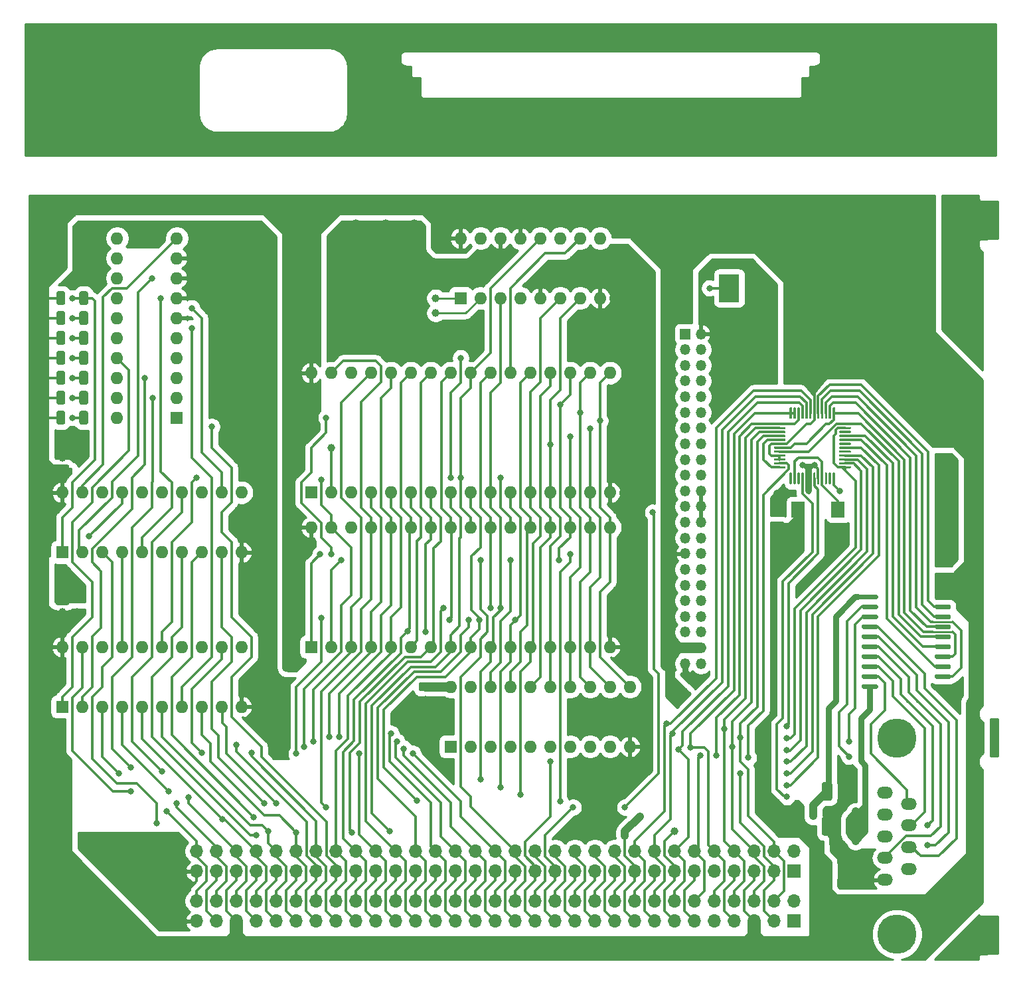
<source format=gbr>
%TF.GenerationSoftware,KiCad,Pcbnew,(5.1.9)-1*%
%TF.CreationDate,2021-08-16T20:15:10+08:00*%
%TF.ProjectId,EX-HX-Combo,45582d48-582d-4436-9f6d-626f2e6b6963,rev?*%
%TF.SameCoordinates,Original*%
%TF.FileFunction,Copper,L1,Top*%
%TF.FilePolarity,Positive*%
%FSLAX46Y46*%
G04 Gerber Fmt 4.6, Leading zero omitted, Abs format (unit mm)*
G04 Created by KiCad (PCBNEW (5.1.9)-1) date 2021-08-16 20:15:10*
%MOMM*%
%LPD*%
G01*
G04 APERTURE LIST*
%TA.AperFunction,ComponentPad*%
%ADD10O,1.700000X1.700000*%
%TD*%
%TA.AperFunction,ComponentPad*%
%ADD11R,1.700000X1.700000*%
%TD*%
%TA.AperFunction,ComponentPad*%
%ADD12O,1.600000X1.600000*%
%TD*%
%TA.AperFunction,ComponentPad*%
%ADD13R,1.600000X1.600000*%
%TD*%
%TA.AperFunction,SMDPad,CuDef*%
%ADD14R,1.800000X2.000000*%
%TD*%
%TA.AperFunction,ComponentPad*%
%ADD15C,5.001260*%
%TD*%
%TA.AperFunction,ComponentPad*%
%ADD16O,1.998980X1.501140*%
%TD*%
%TA.AperFunction,ComponentPad*%
%ADD17C,5.950000*%
%TD*%
%TA.AperFunction,ComponentPad*%
%ADD18O,4.600000X4.800000*%
%TD*%
%TA.AperFunction,ComponentPad*%
%ADD19O,7.280000X2.360000*%
%TD*%
%TA.AperFunction,ComponentPad*%
%ADD20R,1.350000X1.350000*%
%TD*%
%TA.AperFunction,ComponentPad*%
%ADD21O,1.350000X1.350000*%
%TD*%
%TA.AperFunction,ComponentPad*%
%ADD22C,1.000000*%
%TD*%
%TA.AperFunction,SMDPad,CuDef*%
%ADD23R,2.600000X3.600000*%
%TD*%
%TA.AperFunction,ViaPad*%
%ADD24C,0.800000*%
%TD*%
%TA.AperFunction,ViaPad*%
%ADD25C,1.000000*%
%TD*%
%TA.AperFunction,Conductor*%
%ADD26C,0.300000*%
%TD*%
%TA.AperFunction,Conductor*%
%ADD27C,0.600000*%
%TD*%
%TA.AperFunction,Conductor*%
%ADD28C,0.249999*%
%TD*%
%TA.AperFunction,Conductor*%
%ADD29C,0.500000*%
%TD*%
%TA.AperFunction,Conductor*%
%ADD30C,0.250000*%
%TD*%
%TA.AperFunction,Conductor*%
%ADD31C,0.800000*%
%TD*%
%TA.AperFunction,Conductor*%
%ADD32C,1.700000*%
%TD*%
%TA.AperFunction,Conductor*%
%ADD33C,1.000000*%
%TD*%
%TA.AperFunction,Conductor*%
%ADD34C,1.350000*%
%TD*%
%TA.AperFunction,Conductor*%
%ADD35C,1.150000*%
%TD*%
%TA.AperFunction,Conductor*%
%ADD36C,1.325000*%
%TD*%
%TA.AperFunction,Conductor*%
%ADD37C,0.254000*%
%TD*%
%TA.AperFunction,Conductor*%
%ADD38C,0.100000*%
%TD*%
%TA.AperFunction,NonConductor*%
%ADD39C,0.254000*%
%TD*%
%TA.AperFunction,NonConductor*%
%ADD40C,0.100000*%
%TD*%
G04 APERTURE END LIST*
D10*
%TO.P,J2,62*%
%TO.N,A00*%
X142240000Y-128270000D03*
%TO.P,J2,31*%
%TO.N,GND*%
X142240000Y-130810000D03*
%TO.P,J2,61*%
%TO.N,A01*%
X144780000Y-128270000D03*
%TO.P,J2,30*%
%TO.N,OSC*%
X144780000Y-130810000D03*
%TO.P,J2,60*%
%TO.N,A02*%
X147320000Y-128270000D03*
%TO.P,J2,29*%
%TO.N,VCC*%
X147320000Y-130810000D03*
%TO.P,J2,59*%
%TO.N,A03*%
X149860000Y-128270000D03*
%TO.P,J2,28*%
%TO.N,ALE*%
X149860000Y-130810000D03*
%TO.P,J2,58*%
%TO.N,A04*%
X152400000Y-128270000D03*
%TO.P,J2,27*%
%TO.N,DMATC*%
X152400000Y-130810000D03*
%TO.P,J2,57*%
%TO.N,A05*%
X154940000Y-128270000D03*
%TO.P,J2,26*%
%TO.N,~FDCACK*%
X154940000Y-130810000D03*
%TO.P,J2,56*%
%TO.N,A06*%
X157480000Y-128270000D03*
%TO.P,J2,25*%
%TO.N,IRQ3*%
X157480000Y-130810000D03*
%TO.P,J2,55*%
%TO.N,A07*%
X160020000Y-128270000D03*
%TO.P,J2,24*%
%TO.N,IRQ4*%
X160020000Y-130810000D03*
%TO.P,J2,54*%
%TO.N,A08*%
X162560000Y-128270000D03*
%TO.P,J2,23*%
%TO.N,NC_(IRQ5)*%
X162560000Y-130810000D03*
%TO.P,J2,53*%
%TO.N,A09*%
X165100000Y-128270000D03*
%TO.P,J2,22*%
%TO.N,~BREQ~_(IRQ6)*%
X165100000Y-130810000D03*
%TO.P,J2,52*%
%TO.N,A10*%
X167640000Y-128270000D03*
%TO.P,J2,21*%
%TO.N,~RFSH~_(IRQ7)*%
X167640000Y-130810000D03*
%TO.P,J2,51*%
%TO.N,A11*%
X170180000Y-128270000D03*
%TO.P,J2,20*%
%TO.N,CLK*%
X170180000Y-130810000D03*
%TO.P,J2,50*%
%TO.N,A12*%
X172720000Y-128270000D03*
%TO.P,J2,19*%
%TO.N,~REFRESH*%
X172720000Y-130810000D03*
%TO.P,J2,49*%
%TO.N,A13*%
X175260000Y-128270000D03*
%TO.P,J2,18*%
%TO.N,DRQ1*%
X175260000Y-130810000D03*
%TO.P,J2,48*%
%TO.N,A14*%
X177800000Y-128270000D03*
%TO.P,J2,17*%
%TO.N,~DACK1*%
X177800000Y-130810000D03*
%TO.P,J2,47*%
%TO.N,A15*%
X180340000Y-128270000D03*
%TO.P,J2,16*%
%TO.N,DRQ3*%
X180340000Y-130810000D03*
%TO.P,J2,46*%
%TO.N,A16*%
X182880000Y-128270000D03*
%TO.P,J2,15*%
%TO.N,~DACK3*%
X182880000Y-130810000D03*
%TO.P,J2,45*%
%TO.N,A17*%
X185420000Y-128270000D03*
%TO.P,J2,14*%
%TO.N,~IOR*%
X185420000Y-130810000D03*
%TO.P,J2,44*%
%TO.N,A18*%
X187960000Y-128270000D03*
%TO.P,J2,13*%
%TO.N,~IOW*%
X187960000Y-130810000D03*
%TO.P,J2,43*%
%TO.N,A19*%
X190500000Y-128270000D03*
%TO.P,J2,12*%
%TO.N,~MEMR*%
X190500000Y-130810000D03*
%TO.P,J2,42*%
%TO.N,AEN*%
X193040000Y-128270000D03*
%TO.P,J2,11*%
%TO.N,~MEMW*%
X193040000Y-130810000D03*
%TO.P,J2,41*%
%TO.N,RDYIN*%
X195580000Y-128270000D03*
%TO.P,J2,10*%
%TO.N,GND*%
X195580000Y-130810000D03*
%TO.P,J2,40*%
%TO.N,D0*%
X198120000Y-128270000D03*
%TO.P,J2,9*%
%TO.N,+12V*%
X198120000Y-130810000D03*
%TO.P,J2,39*%
%TO.N,D1*%
X200660000Y-128270000D03*
%TO.P,J2,8*%
%TO.N,AUDIOIN*%
X200660000Y-130810000D03*
%TO.P,J2,38*%
%TO.N,D2*%
X203200000Y-128270000D03*
%TO.P,J2,7*%
%TO.N,-12V*%
X203200000Y-130810000D03*
%TO.P,J2,37*%
%TO.N,D3*%
X205740000Y-128270000D03*
%TO.P,J2,6*%
%TO.N,FDCDRQ*%
X205740000Y-130810000D03*
%TO.P,J2,36*%
%TO.N,D4*%
X208280000Y-128270000D03*
%TO.P,J2,5*%
%TO.N,Net-(J2-Pad5)*%
X208280000Y-130810000D03*
%TO.P,J2,35*%
%TO.N,D5*%
X210820000Y-128270000D03*
%TO.P,J2,4*%
%TO.N,IRQ2*%
X210820000Y-130810000D03*
%TO.P,J2,34*%
%TO.N,D6*%
X213360000Y-128270000D03*
%TO.P,J2,3*%
%TO.N,VCC*%
X213360000Y-130810000D03*
%TO.P,J2,33*%
%TO.N,D7*%
X215900000Y-128270000D03*
%TO.P,J2,2*%
%TO.N,RESET*%
X215900000Y-130810000D03*
%TO.P,J2,32*%
%TO.N,Net-(J2-Pad32)*%
X218440000Y-128270000D03*
D11*
%TO.P,J2,1*%
%TO.N,GND*%
X218440000Y-130810000D03*
%TD*%
D12*
%TO.P,U4,16*%
%TO.N,VCC*%
X175895000Y-43815000D03*
%TO.P,U4,8*%
%TO.N,GND*%
X193675000Y-51435000D03*
%TO.P,U4,15*%
%TO.N,Net-(U4-Pad15)*%
X178435000Y-43815000D03*
%TO.P,U4,7*%
%TO.N,D0_BUF*%
X191135000Y-51435000D03*
%TO.P,U4,14*%
%TO.N,GND*%
X180975000Y-43815000D03*
%TO.P,U4,6*%
%TO.N,A00*%
X188595000Y-51435000D03*
%TO.P,U4,13*%
%TO.N,VCC*%
X183515000Y-43815000D03*
%TO.P,U4,5*%
%TO.N,GND*%
X186055000Y-51435000D03*
%TO.P,U4,12*%
%TO.N,~MEMR~_DELAYED*%
X186055000Y-43815000D03*
%TO.P,U4,4*%
%TO.N,Net-(BAT1-Pad1)*%
X183515000Y-51435000D03*
%TO.P,U4,11*%
%TO.N,~CE~_BIOS_DECODE*%
X188595000Y-43815000D03*
%TO.P,U4,3*%
%TO.N,A02*%
X180975000Y-51435000D03*
%TO.P,U4,10*%
%TO.N,~CE~_BIOS_THRU*%
X191135000Y-43815000D03*
%TO.P,U4,2*%
%TO.N,/RTC_X2*%
X178435000Y-51435000D03*
%TO.P,U4,9*%
%TO.N,Net-(U4-Pad15)*%
X193675000Y-43815000D03*
D13*
%TO.P,U4,1*%
%TO.N,/RTC_X1*%
X175895000Y-51435000D03*
%TD*%
D14*
%TO.P,U3,1*%
%TO.N,VCC*%
X218960000Y-82600000D03*
%TO.P,U3,2*%
%TO.N,GND*%
X224040000Y-82600000D03*
%TO.P,U3,3*%
%TO.N,UART_XIN*%
X224040000Y-78400000D03*
%TO.P,U3,4*%
%TO.N,VCC*%
X218960000Y-78400000D03*
%TD*%
D15*
%TO.P,CN1,5*%
%TO.N,GND*%
X231556000Y-107520740D03*
D16*
%TO.P,CN1,9*%
%TO.N,/SER_PIN9*%
X233074920Y-124170440D03*
%TO.P,CN1,8*%
%TO.N,/SER_PIN8*%
X233074920Y-121399300D03*
%TO.P,CN1,7*%
%TO.N,/SER_PIN7*%
X233074920Y-118630700D03*
%TO.P,CN1,6*%
%TO.N,/SER_PIN6*%
X233074920Y-115859560D03*
%TO.P,CN1,1*%
%TO.N,/SER_PIN1*%
X230037080Y-114475260D03*
%TO.P,CN1,2*%
%TO.N,/SER_PIN2*%
X230037080Y-117243860D03*
%TO.P,CN1,5*%
%TO.N,GND*%
X230037080Y-125554740D03*
%TO.P,CN1,4*%
%TO.N,/SER_PIN4*%
X230037080Y-122786140D03*
%TO.P,CN1,3*%
%TO.N,/SER_PIN3*%
X230037080Y-120015000D03*
D15*
%TO.P,CN1,5*%
%TO.N,GND*%
X231556000Y-132509260D03*
%TD*%
%TO.P,U7,20*%
%TO.N,VCC*%
%TA.AperFunction,SMDPad,CuDef*%
G36*
G01*
X236375000Y-89660000D02*
X236375000Y-89360000D01*
G75*
G02*
X236525000Y-89210000I150000J0D01*
G01*
X238275000Y-89210000D01*
G75*
G02*
X238425000Y-89360000I0J-150000D01*
G01*
X238425000Y-89660000D01*
G75*
G02*
X238275000Y-89810000I-150000J0D01*
G01*
X236525000Y-89810000D01*
G75*
G02*
X236375000Y-89660000I0J150000D01*
G01*
G37*
%TD.AperFunction*%
%TO.P,U7,19*%
%TO.N,Net-(U6-Pad41)*%
%TA.AperFunction,SMDPad,CuDef*%
G36*
G01*
X236375000Y-90930000D02*
X236375000Y-90630000D01*
G75*
G02*
X236525000Y-90480000I150000J0D01*
G01*
X238275000Y-90480000D01*
G75*
G02*
X238425000Y-90630000I0J-150000D01*
G01*
X238425000Y-90930000D01*
G75*
G02*
X238275000Y-91080000I-150000J0D01*
G01*
X236525000Y-91080000D01*
G75*
G02*
X236375000Y-90930000I0J150000D01*
G01*
G37*
%TD.AperFunction*%
%TO.P,U7,18*%
%TO.N,Net-(U6-Pad40)*%
%TA.AperFunction,SMDPad,CuDef*%
G36*
G01*
X236375000Y-92200000D02*
X236375000Y-91900000D01*
G75*
G02*
X236525000Y-91750000I150000J0D01*
G01*
X238275000Y-91750000D01*
G75*
G02*
X238425000Y-91900000I0J-150000D01*
G01*
X238425000Y-92200000D01*
G75*
G02*
X238275000Y-92350000I-150000J0D01*
G01*
X236525000Y-92350000D01*
G75*
G02*
X236375000Y-92200000I0J150000D01*
G01*
G37*
%TD.AperFunction*%
%TO.P,U7,17*%
%TO.N,Net-(U6-Pad38)*%
%TA.AperFunction,SMDPad,CuDef*%
G36*
G01*
X236375000Y-93470000D02*
X236375000Y-93170000D01*
G75*
G02*
X236525000Y-93020000I150000J0D01*
G01*
X238275000Y-93020000D01*
G75*
G02*
X238425000Y-93170000I0J-150000D01*
G01*
X238425000Y-93470000D01*
G75*
G02*
X238275000Y-93620000I-150000J0D01*
G01*
X236525000Y-93620000D01*
G75*
G02*
X236375000Y-93470000I0J150000D01*
G01*
G37*
%TD.AperFunction*%
%TO.P,U7,16*%
%TO.N,Net-(U6-Pad36)*%
%TA.AperFunction,SMDPad,CuDef*%
G36*
G01*
X236375000Y-94740000D02*
X236375000Y-94440000D01*
G75*
G02*
X236525000Y-94290000I150000J0D01*
G01*
X238275000Y-94290000D01*
G75*
G02*
X238425000Y-94440000I0J-150000D01*
G01*
X238425000Y-94740000D01*
G75*
G02*
X238275000Y-94890000I-150000J0D01*
G01*
X236525000Y-94890000D01*
G75*
G02*
X236375000Y-94740000I0J150000D01*
G01*
G37*
%TD.AperFunction*%
%TO.P,U7,15*%
%TO.N,Net-(U6-Pad33)*%
%TA.AperFunction,SMDPad,CuDef*%
G36*
G01*
X236375000Y-96010000D02*
X236375000Y-95710000D01*
G75*
G02*
X236525000Y-95560000I150000J0D01*
G01*
X238275000Y-95560000D01*
G75*
G02*
X238425000Y-95710000I0J-150000D01*
G01*
X238425000Y-96010000D01*
G75*
G02*
X238275000Y-96160000I-150000J0D01*
G01*
X236525000Y-96160000D01*
G75*
G02*
X236375000Y-96010000I0J150000D01*
G01*
G37*
%TD.AperFunction*%
%TO.P,U7,14*%
%TO.N,Net-(U6-Pad37)*%
%TA.AperFunction,SMDPad,CuDef*%
G36*
G01*
X236375000Y-97280000D02*
X236375000Y-96980000D01*
G75*
G02*
X236525000Y-96830000I150000J0D01*
G01*
X238275000Y-96830000D01*
G75*
G02*
X238425000Y-96980000I0J-150000D01*
G01*
X238425000Y-97280000D01*
G75*
G02*
X238275000Y-97430000I-150000J0D01*
G01*
X236525000Y-97430000D01*
G75*
G02*
X236375000Y-97280000I0J150000D01*
G01*
G37*
%TD.AperFunction*%
%TO.P,U7,13*%
%TO.N,Net-(U6-Pad32)*%
%TA.AperFunction,SMDPad,CuDef*%
G36*
G01*
X236375000Y-98550000D02*
X236375000Y-98250000D01*
G75*
G02*
X236525000Y-98100000I150000J0D01*
G01*
X238275000Y-98100000D01*
G75*
G02*
X238425000Y-98250000I0J-150000D01*
G01*
X238425000Y-98550000D01*
G75*
G02*
X238275000Y-98700000I-150000J0D01*
G01*
X236525000Y-98700000D01*
G75*
G02*
X236375000Y-98550000I0J150000D01*
G01*
G37*
%TD.AperFunction*%
%TO.P,U7,12*%
%TO.N,Net-(U6-Pad39)*%
%TA.AperFunction,SMDPad,CuDef*%
G36*
G01*
X236375000Y-99820000D02*
X236375000Y-99520000D01*
G75*
G02*
X236525000Y-99370000I150000J0D01*
G01*
X238275000Y-99370000D01*
G75*
G02*
X238425000Y-99520000I0J-150000D01*
G01*
X238425000Y-99820000D01*
G75*
G02*
X238275000Y-99970000I-150000J0D01*
G01*
X236525000Y-99970000D01*
G75*
G02*
X236375000Y-99820000I0J150000D01*
G01*
G37*
%TD.AperFunction*%
%TO.P,U7,11*%
%TO.N,GND*%
%TA.AperFunction,SMDPad,CuDef*%
G36*
G01*
X236375000Y-101090000D02*
X236375000Y-100790000D01*
G75*
G02*
X236525000Y-100640000I150000J0D01*
G01*
X238275000Y-100640000D01*
G75*
G02*
X238425000Y-100790000I0J-150000D01*
G01*
X238425000Y-101090000D01*
G75*
G02*
X238275000Y-101240000I-150000J0D01*
G01*
X236525000Y-101240000D01*
G75*
G02*
X236375000Y-101090000I0J150000D01*
G01*
G37*
%TD.AperFunction*%
%TO.P,U7,10*%
%TO.N,-12V*%
%TA.AperFunction,SMDPad,CuDef*%
G36*
G01*
X227075000Y-101090000D02*
X227075000Y-100790000D01*
G75*
G02*
X227225000Y-100640000I150000J0D01*
G01*
X228975000Y-100640000D01*
G75*
G02*
X229125000Y-100790000I0J-150000D01*
G01*
X229125000Y-101090000D01*
G75*
G02*
X228975000Y-101240000I-150000J0D01*
G01*
X227225000Y-101240000D01*
G75*
G02*
X227075000Y-101090000I0J150000D01*
G01*
G37*
%TD.AperFunction*%
%TO.P,U7,9*%
%TO.N,/SER_PIN6*%
%TA.AperFunction,SMDPad,CuDef*%
G36*
G01*
X227075000Y-99820000D02*
X227075000Y-99520000D01*
G75*
G02*
X227225000Y-99370000I150000J0D01*
G01*
X228975000Y-99370000D01*
G75*
G02*
X229125000Y-99520000I0J-150000D01*
G01*
X229125000Y-99820000D01*
G75*
G02*
X228975000Y-99970000I-150000J0D01*
G01*
X227225000Y-99970000D01*
G75*
G02*
X227075000Y-99820000I0J150000D01*
G01*
G37*
%TD.AperFunction*%
%TO.P,U7,8*%
%TO.N,/SER_PIN7*%
%TA.AperFunction,SMDPad,CuDef*%
G36*
G01*
X227075000Y-98550000D02*
X227075000Y-98250000D01*
G75*
G02*
X227225000Y-98100000I150000J0D01*
G01*
X228975000Y-98100000D01*
G75*
G02*
X229125000Y-98250000I0J-150000D01*
G01*
X229125000Y-98550000D01*
G75*
G02*
X228975000Y-98700000I-150000J0D01*
G01*
X227225000Y-98700000D01*
G75*
G02*
X227075000Y-98550000I0J150000D01*
G01*
G37*
%TD.AperFunction*%
%TO.P,U7,7*%
%TO.N,/SER_PIN2*%
%TA.AperFunction,SMDPad,CuDef*%
G36*
G01*
X227075000Y-97280000D02*
X227075000Y-96980000D01*
G75*
G02*
X227225000Y-96830000I150000J0D01*
G01*
X228975000Y-96830000D01*
G75*
G02*
X229125000Y-96980000I0J-150000D01*
G01*
X229125000Y-97280000D01*
G75*
G02*
X228975000Y-97430000I-150000J0D01*
G01*
X227225000Y-97430000D01*
G75*
G02*
X227075000Y-97280000I0J150000D01*
G01*
G37*
%TD.AperFunction*%
%TO.P,U7,6*%
%TO.N,/SER_PIN4*%
%TA.AperFunction,SMDPad,CuDef*%
G36*
G01*
X227075000Y-96010000D02*
X227075000Y-95710000D01*
G75*
G02*
X227225000Y-95560000I150000J0D01*
G01*
X228975000Y-95560000D01*
G75*
G02*
X229125000Y-95710000I0J-150000D01*
G01*
X229125000Y-96010000D01*
G75*
G02*
X228975000Y-96160000I-150000J0D01*
G01*
X227225000Y-96160000D01*
G75*
G02*
X227075000Y-96010000I0J150000D01*
G01*
G37*
%TD.AperFunction*%
%TO.P,U7,5*%
%TO.N,/SER_PIN3*%
%TA.AperFunction,SMDPad,CuDef*%
G36*
G01*
X227075000Y-94740000D02*
X227075000Y-94440000D01*
G75*
G02*
X227225000Y-94290000I150000J0D01*
G01*
X228975000Y-94290000D01*
G75*
G02*
X229125000Y-94440000I0J-150000D01*
G01*
X229125000Y-94740000D01*
G75*
G02*
X228975000Y-94890000I-150000J0D01*
G01*
X227225000Y-94890000D01*
G75*
G02*
X227075000Y-94740000I0J150000D01*
G01*
G37*
%TD.AperFunction*%
%TO.P,U7,4*%
%TO.N,/SER_PIN8*%
%TA.AperFunction,SMDPad,CuDef*%
G36*
G01*
X227075000Y-93470000D02*
X227075000Y-93170000D01*
G75*
G02*
X227225000Y-93020000I150000J0D01*
G01*
X228975000Y-93020000D01*
G75*
G02*
X229125000Y-93170000I0J-150000D01*
G01*
X229125000Y-93470000D01*
G75*
G02*
X228975000Y-93620000I-150000J0D01*
G01*
X227225000Y-93620000D01*
G75*
G02*
X227075000Y-93470000I0J150000D01*
G01*
G37*
%TD.AperFunction*%
%TO.P,U7,3*%
%TO.N,/SER_PIN1*%
%TA.AperFunction,SMDPad,CuDef*%
G36*
G01*
X227075000Y-92200000D02*
X227075000Y-91900000D01*
G75*
G02*
X227225000Y-91750000I150000J0D01*
G01*
X228975000Y-91750000D01*
G75*
G02*
X229125000Y-91900000I0J-150000D01*
G01*
X229125000Y-92200000D01*
G75*
G02*
X228975000Y-92350000I-150000J0D01*
G01*
X227225000Y-92350000D01*
G75*
G02*
X227075000Y-92200000I0J150000D01*
G01*
G37*
%TD.AperFunction*%
%TO.P,U7,2*%
%TO.N,/SER_PIN9*%
%TA.AperFunction,SMDPad,CuDef*%
G36*
G01*
X227075000Y-90930000D02*
X227075000Y-90630000D01*
G75*
G02*
X227225000Y-90480000I150000J0D01*
G01*
X228975000Y-90480000D01*
G75*
G02*
X229125000Y-90630000I0J-150000D01*
G01*
X229125000Y-90930000D01*
G75*
G02*
X228975000Y-91080000I-150000J0D01*
G01*
X227225000Y-91080000D01*
G75*
G02*
X227075000Y-90930000I0J150000D01*
G01*
G37*
%TD.AperFunction*%
%TO.P,U7,1*%
%TO.N,+12V*%
%TA.AperFunction,SMDPad,CuDef*%
G36*
G01*
X227075000Y-89660000D02*
X227075000Y-89360000D01*
G75*
G02*
X227225000Y-89210000I150000J0D01*
G01*
X228975000Y-89210000D01*
G75*
G02*
X229125000Y-89360000I0J-150000D01*
G01*
X229125000Y-89660000D01*
G75*
G02*
X228975000Y-89810000I-150000J0D01*
G01*
X227225000Y-89810000D01*
G75*
G02*
X227075000Y-89660000I0J150000D01*
G01*
G37*
%TD.AperFunction*%
%TD*%
%TO.P,U6,48*%
%TO.N,D4*%
%TA.AperFunction,SMDPad,CuDef*%
G36*
G01*
X217850000Y-66750000D02*
X217850000Y-65425000D01*
G75*
G02*
X217925000Y-65350000I75000J0D01*
G01*
X218075000Y-65350000D01*
G75*
G02*
X218150000Y-65425000I0J-75000D01*
G01*
X218150000Y-66750000D01*
G75*
G02*
X218075000Y-66825000I-75000J0D01*
G01*
X217925000Y-66825000D01*
G75*
G02*
X217850000Y-66750000I0J75000D01*
G01*
G37*
%TD.AperFunction*%
%TO.P,U6,47*%
%TA.AperFunction,SMDPad,CuDef*%
G36*
G01*
X218350000Y-66750000D02*
X218350000Y-65425000D01*
G75*
G02*
X218425000Y-65350000I75000J0D01*
G01*
X218575000Y-65350000D01*
G75*
G02*
X218650000Y-65425000I0J-75000D01*
G01*
X218650000Y-66750000D01*
G75*
G02*
X218575000Y-66825000I-75000J0D01*
G01*
X218425000Y-66825000D01*
G75*
G02*
X218350000Y-66750000I0J75000D01*
G01*
G37*
%TD.AperFunction*%
%TO.P,U6,46*%
%TO.N,D3*%
%TA.AperFunction,SMDPad,CuDef*%
G36*
G01*
X218850000Y-66750000D02*
X218850000Y-65425000D01*
G75*
G02*
X218925000Y-65350000I75000J0D01*
G01*
X219075000Y-65350000D01*
G75*
G02*
X219150000Y-65425000I0J-75000D01*
G01*
X219150000Y-66750000D01*
G75*
G02*
X219075000Y-66825000I-75000J0D01*
G01*
X218925000Y-66825000D01*
G75*
G02*
X218850000Y-66750000I0J75000D01*
G01*
G37*
%TD.AperFunction*%
%TO.P,U6,45*%
%TO.N,D2*%
%TA.AperFunction,SMDPad,CuDef*%
G36*
G01*
X219350000Y-66750000D02*
X219350000Y-65425000D01*
G75*
G02*
X219425000Y-65350000I75000J0D01*
G01*
X219575000Y-65350000D01*
G75*
G02*
X219650000Y-65425000I0J-75000D01*
G01*
X219650000Y-66750000D01*
G75*
G02*
X219575000Y-66825000I-75000J0D01*
G01*
X219425000Y-66825000D01*
G75*
G02*
X219350000Y-66750000I0J75000D01*
G01*
G37*
%TD.AperFunction*%
%TO.P,U6,44*%
%TO.N,D1*%
%TA.AperFunction,SMDPad,CuDef*%
G36*
G01*
X219850000Y-66750000D02*
X219850000Y-65425000D01*
G75*
G02*
X219925000Y-65350000I75000J0D01*
G01*
X220075000Y-65350000D01*
G75*
G02*
X220150000Y-65425000I0J-75000D01*
G01*
X220150000Y-66750000D01*
G75*
G02*
X220075000Y-66825000I-75000J0D01*
G01*
X219925000Y-66825000D01*
G75*
G02*
X219850000Y-66750000I0J75000D01*
G01*
G37*
%TD.AperFunction*%
%TO.P,U6,43*%
%TO.N,D0*%
%TA.AperFunction,SMDPad,CuDef*%
G36*
G01*
X220350000Y-66750000D02*
X220350000Y-65425000D01*
G75*
G02*
X220425000Y-65350000I75000J0D01*
G01*
X220575000Y-65350000D01*
G75*
G02*
X220650000Y-65425000I0J-75000D01*
G01*
X220650000Y-66750000D01*
G75*
G02*
X220575000Y-66825000I-75000J0D01*
G01*
X220425000Y-66825000D01*
G75*
G02*
X220350000Y-66750000I0J75000D01*
G01*
G37*
%TD.AperFunction*%
%TO.P,U6,42*%
%TO.N,VCC*%
%TA.AperFunction,SMDPad,CuDef*%
G36*
G01*
X220850000Y-66750000D02*
X220850000Y-65425000D01*
G75*
G02*
X220925000Y-65350000I75000J0D01*
G01*
X221075000Y-65350000D01*
G75*
G02*
X221150000Y-65425000I0J-75000D01*
G01*
X221150000Y-66750000D01*
G75*
G02*
X221075000Y-66825000I-75000J0D01*
G01*
X220925000Y-66825000D01*
G75*
G02*
X220850000Y-66750000I0J75000D01*
G01*
G37*
%TD.AperFunction*%
%TO.P,U6,41*%
%TO.N,Net-(U6-Pad41)*%
%TA.AperFunction,SMDPad,CuDef*%
G36*
G01*
X221350000Y-66750000D02*
X221350000Y-65425000D01*
G75*
G02*
X221425000Y-65350000I75000J0D01*
G01*
X221575000Y-65350000D01*
G75*
G02*
X221650000Y-65425000I0J-75000D01*
G01*
X221650000Y-66750000D01*
G75*
G02*
X221575000Y-66825000I-75000J0D01*
G01*
X221425000Y-66825000D01*
G75*
G02*
X221350000Y-66750000I0J75000D01*
G01*
G37*
%TD.AperFunction*%
%TO.P,U6,40*%
%TO.N,Net-(U6-Pad40)*%
%TA.AperFunction,SMDPad,CuDef*%
G36*
G01*
X221850000Y-66750000D02*
X221850000Y-65425000D01*
G75*
G02*
X221925000Y-65350000I75000J0D01*
G01*
X222075000Y-65350000D01*
G75*
G02*
X222150000Y-65425000I0J-75000D01*
G01*
X222150000Y-66750000D01*
G75*
G02*
X222075000Y-66825000I-75000J0D01*
G01*
X221925000Y-66825000D01*
G75*
G02*
X221850000Y-66750000I0J75000D01*
G01*
G37*
%TD.AperFunction*%
%TO.P,U6,39*%
%TO.N,Net-(U6-Pad39)*%
%TA.AperFunction,SMDPad,CuDef*%
G36*
G01*
X222350000Y-66750000D02*
X222350000Y-65425000D01*
G75*
G02*
X222425000Y-65350000I75000J0D01*
G01*
X222575000Y-65350000D01*
G75*
G02*
X222650000Y-65425000I0J-75000D01*
G01*
X222650000Y-66750000D01*
G75*
G02*
X222575000Y-66825000I-75000J0D01*
G01*
X222425000Y-66825000D01*
G75*
G02*
X222350000Y-66750000I0J75000D01*
G01*
G37*
%TD.AperFunction*%
%TO.P,U6,38*%
%TO.N,Net-(U6-Pad38)*%
%TA.AperFunction,SMDPad,CuDef*%
G36*
G01*
X222850000Y-66750000D02*
X222850000Y-65425000D01*
G75*
G02*
X222925000Y-65350000I75000J0D01*
G01*
X223075000Y-65350000D01*
G75*
G02*
X223150000Y-65425000I0J-75000D01*
G01*
X223150000Y-66750000D01*
G75*
G02*
X223075000Y-66825000I-75000J0D01*
G01*
X222925000Y-66825000D01*
G75*
G02*
X222850000Y-66750000I0J75000D01*
G01*
G37*
%TD.AperFunction*%
%TO.P,U6,37*%
%TO.N,Net-(U6-Pad37)*%
%TA.AperFunction,SMDPad,CuDef*%
G36*
G01*
X223350000Y-66750000D02*
X223350000Y-65425000D01*
G75*
G02*
X223425000Y-65350000I75000J0D01*
G01*
X223575000Y-65350000D01*
G75*
G02*
X223650000Y-65425000I0J-75000D01*
G01*
X223650000Y-66750000D01*
G75*
G02*
X223575000Y-66825000I-75000J0D01*
G01*
X223425000Y-66825000D01*
G75*
G02*
X223350000Y-66750000I0J75000D01*
G01*
G37*
%TD.AperFunction*%
%TO.P,U6,36*%
%TO.N,Net-(U6-Pad36)*%
%TA.AperFunction,SMDPad,CuDef*%
G36*
G01*
X224175000Y-67575000D02*
X224175000Y-67425000D01*
G75*
G02*
X224250000Y-67350000I75000J0D01*
G01*
X225575000Y-67350000D01*
G75*
G02*
X225650000Y-67425000I0J-75000D01*
G01*
X225650000Y-67575000D01*
G75*
G02*
X225575000Y-67650000I-75000J0D01*
G01*
X224250000Y-67650000D01*
G75*
G02*
X224175000Y-67575000I0J75000D01*
G01*
G37*
%TD.AperFunction*%
%TO.P,U6,35*%
%TO.N,RESET*%
%TA.AperFunction,SMDPad,CuDef*%
G36*
G01*
X224175000Y-68075000D02*
X224175000Y-67925000D01*
G75*
G02*
X224250000Y-67850000I75000J0D01*
G01*
X225575000Y-67850000D01*
G75*
G02*
X225650000Y-67925000I0J-75000D01*
G01*
X225650000Y-68075000D01*
G75*
G02*
X225575000Y-68150000I-75000J0D01*
G01*
X224250000Y-68150000D01*
G75*
G02*
X224175000Y-68075000I0J75000D01*
G01*
G37*
%TD.AperFunction*%
%TO.P,U6,34*%
%TO.N,Net-(U6-Pad34)*%
%TA.AperFunction,SMDPad,CuDef*%
G36*
G01*
X224175000Y-68575000D02*
X224175000Y-68425000D01*
G75*
G02*
X224250000Y-68350000I75000J0D01*
G01*
X225575000Y-68350000D01*
G75*
G02*
X225650000Y-68425000I0J-75000D01*
G01*
X225650000Y-68575000D01*
G75*
G02*
X225575000Y-68650000I-75000J0D01*
G01*
X224250000Y-68650000D01*
G75*
G02*
X224175000Y-68575000I0J75000D01*
G01*
G37*
%TD.AperFunction*%
%TO.P,U6,33*%
%TO.N,Net-(U6-Pad33)*%
%TA.AperFunction,SMDPad,CuDef*%
G36*
G01*
X224175000Y-69075000D02*
X224175000Y-68925000D01*
G75*
G02*
X224250000Y-68850000I75000J0D01*
G01*
X225575000Y-68850000D01*
G75*
G02*
X225650000Y-68925000I0J-75000D01*
G01*
X225650000Y-69075000D01*
G75*
G02*
X225575000Y-69150000I-75000J0D01*
G01*
X224250000Y-69150000D01*
G75*
G02*
X224175000Y-69075000I0J75000D01*
G01*
G37*
%TD.AperFunction*%
%TO.P,U6,32*%
%TO.N,Net-(U6-Pad32)*%
%TA.AperFunction,SMDPad,CuDef*%
G36*
G01*
X224175000Y-69575000D02*
X224175000Y-69425000D01*
G75*
G02*
X224250000Y-69350000I75000J0D01*
G01*
X225575000Y-69350000D01*
G75*
G02*
X225650000Y-69425000I0J-75000D01*
G01*
X225650000Y-69575000D01*
G75*
G02*
X225575000Y-69650000I-75000J0D01*
G01*
X224250000Y-69650000D01*
G75*
G02*
X224175000Y-69575000I0J75000D01*
G01*
G37*
%TD.AperFunction*%
%TO.P,U6,31*%
%TO.N,Net-(U6-Pad31)*%
%TA.AperFunction,SMDPad,CuDef*%
G36*
G01*
X224175000Y-70075000D02*
X224175000Y-69925000D01*
G75*
G02*
X224250000Y-69850000I75000J0D01*
G01*
X225575000Y-69850000D01*
G75*
G02*
X225650000Y-69925000I0J-75000D01*
G01*
X225650000Y-70075000D01*
G75*
G02*
X225575000Y-70150000I-75000J0D01*
G01*
X224250000Y-70150000D01*
G75*
G02*
X224175000Y-70075000I0J75000D01*
G01*
G37*
%TD.AperFunction*%
%TO.P,U6,30*%
%TO.N,UART_IRQ*%
%TA.AperFunction,SMDPad,CuDef*%
G36*
G01*
X224175000Y-70575000D02*
X224175000Y-70425000D01*
G75*
G02*
X224250000Y-70350000I75000J0D01*
G01*
X225575000Y-70350000D01*
G75*
G02*
X225650000Y-70425000I0J-75000D01*
G01*
X225650000Y-70575000D01*
G75*
G02*
X225575000Y-70650000I-75000J0D01*
G01*
X224250000Y-70650000D01*
G75*
G02*
X224175000Y-70575000I0J75000D01*
G01*
G37*
%TD.AperFunction*%
%TO.P,U6,29*%
%TO.N,Net-(U6-Pad29)*%
%TA.AperFunction,SMDPad,CuDef*%
G36*
G01*
X224175000Y-71075000D02*
X224175000Y-70925000D01*
G75*
G02*
X224250000Y-70850000I75000J0D01*
G01*
X225575000Y-70850000D01*
G75*
G02*
X225650000Y-70925000I0J-75000D01*
G01*
X225650000Y-71075000D01*
G75*
G02*
X225575000Y-71150000I-75000J0D01*
G01*
X224250000Y-71150000D01*
G75*
G02*
X224175000Y-71075000I0J75000D01*
G01*
G37*
%TD.AperFunction*%
%TO.P,U6,28*%
%TO.N,A00*%
%TA.AperFunction,SMDPad,CuDef*%
G36*
G01*
X224175000Y-71575000D02*
X224175000Y-71425000D01*
G75*
G02*
X224250000Y-71350000I75000J0D01*
G01*
X225575000Y-71350000D01*
G75*
G02*
X225650000Y-71425000I0J-75000D01*
G01*
X225650000Y-71575000D01*
G75*
G02*
X225575000Y-71650000I-75000J0D01*
G01*
X224250000Y-71650000D01*
G75*
G02*
X224175000Y-71575000I0J75000D01*
G01*
G37*
%TD.AperFunction*%
%TO.P,U6,27*%
%TO.N,A01*%
%TA.AperFunction,SMDPad,CuDef*%
G36*
G01*
X224175000Y-72075000D02*
X224175000Y-71925000D01*
G75*
G02*
X224250000Y-71850000I75000J0D01*
G01*
X225575000Y-71850000D01*
G75*
G02*
X225650000Y-71925000I0J-75000D01*
G01*
X225650000Y-72075000D01*
G75*
G02*
X225575000Y-72150000I-75000J0D01*
G01*
X224250000Y-72150000D01*
G75*
G02*
X224175000Y-72075000I0J75000D01*
G01*
G37*
%TD.AperFunction*%
%TO.P,U6,26*%
%TO.N,A02*%
%TA.AperFunction,SMDPad,CuDef*%
G36*
G01*
X224175000Y-72575000D02*
X224175000Y-72425000D01*
G75*
G02*
X224250000Y-72350000I75000J0D01*
G01*
X225575000Y-72350000D01*
G75*
G02*
X225650000Y-72425000I0J-75000D01*
G01*
X225650000Y-72575000D01*
G75*
G02*
X225575000Y-72650000I-75000J0D01*
G01*
X224250000Y-72650000D01*
G75*
G02*
X224175000Y-72575000I0J75000D01*
G01*
G37*
%TD.AperFunction*%
%TO.P,U6,25*%
%TO.N,RESET*%
%TA.AperFunction,SMDPad,CuDef*%
G36*
G01*
X224175000Y-73075000D02*
X224175000Y-72925000D01*
G75*
G02*
X224250000Y-72850000I75000J0D01*
G01*
X225575000Y-72850000D01*
G75*
G02*
X225650000Y-72925000I0J-75000D01*
G01*
X225650000Y-73075000D01*
G75*
G02*
X225575000Y-73150000I-75000J0D01*
G01*
X224250000Y-73150000D01*
G75*
G02*
X224175000Y-73075000I0J75000D01*
G01*
G37*
%TD.AperFunction*%
%TO.P,U6,24*%
%TO.N,GND*%
%TA.AperFunction,SMDPad,CuDef*%
G36*
G01*
X223350000Y-75075000D02*
X223350000Y-73750000D01*
G75*
G02*
X223425000Y-73675000I75000J0D01*
G01*
X223575000Y-73675000D01*
G75*
G02*
X223650000Y-73750000I0J-75000D01*
G01*
X223650000Y-75075000D01*
G75*
G02*
X223575000Y-75150000I-75000J0D01*
G01*
X223425000Y-75150000D01*
G75*
G02*
X223350000Y-75075000I0J75000D01*
G01*
G37*
%TD.AperFunction*%
%TO.P,U6,23*%
%TO.N,Net-(U6-Pad23)*%
%TA.AperFunction,SMDPad,CuDef*%
G36*
G01*
X222850000Y-75075000D02*
X222850000Y-73750000D01*
G75*
G02*
X222925000Y-73675000I75000J0D01*
G01*
X223075000Y-73675000D01*
G75*
G02*
X223150000Y-73750000I0J-75000D01*
G01*
X223150000Y-75075000D01*
G75*
G02*
X223075000Y-75150000I-75000J0D01*
G01*
X222925000Y-75150000D01*
G75*
G02*
X222850000Y-75075000I0J75000D01*
G01*
G37*
%TD.AperFunction*%
%TO.P,U6,22*%
%TO.N,Net-(U6-Pad22)*%
%TA.AperFunction,SMDPad,CuDef*%
G36*
G01*
X222350000Y-75075000D02*
X222350000Y-73750000D01*
G75*
G02*
X222425000Y-73675000I75000J0D01*
G01*
X222575000Y-73675000D01*
G75*
G02*
X222650000Y-73750000I0J-75000D01*
G01*
X222650000Y-75075000D01*
G75*
G02*
X222575000Y-75150000I-75000J0D01*
G01*
X222425000Y-75150000D01*
G75*
G02*
X222350000Y-75075000I0J75000D01*
G01*
G37*
%TD.AperFunction*%
%TO.P,U6,21*%
%TO.N,UART_XIN*%
%TA.AperFunction,SMDPad,CuDef*%
G36*
G01*
X221850000Y-75075000D02*
X221850000Y-73750000D01*
G75*
G02*
X221925000Y-73675000I75000J0D01*
G01*
X222075000Y-73675000D01*
G75*
G02*
X222150000Y-73750000I0J-75000D01*
G01*
X222150000Y-75075000D01*
G75*
G02*
X222075000Y-75150000I-75000J0D01*
G01*
X221925000Y-75150000D01*
G75*
G02*
X221850000Y-75075000I0J75000D01*
G01*
G37*
%TD.AperFunction*%
%TO.P,U6,20*%
%TO.N,GND*%
%TA.AperFunction,SMDPad,CuDef*%
G36*
G01*
X221350000Y-75075000D02*
X221350000Y-73750000D01*
G75*
G02*
X221425000Y-73675000I75000J0D01*
G01*
X221575000Y-73675000D01*
G75*
G02*
X221650000Y-73750000I0J-75000D01*
G01*
X221650000Y-75075000D01*
G75*
G02*
X221575000Y-75150000I-75000J0D01*
G01*
X221425000Y-75150000D01*
G75*
G02*
X221350000Y-75075000I0J75000D01*
G01*
G37*
%TD.AperFunction*%
%TO.P,U6,19*%
%TO.N,~IOR*%
%TA.AperFunction,SMDPad,CuDef*%
G36*
G01*
X220850000Y-75075000D02*
X220850000Y-73750000D01*
G75*
G02*
X220925000Y-73675000I75000J0D01*
G01*
X221075000Y-73675000D01*
G75*
G02*
X221150000Y-73750000I0J-75000D01*
G01*
X221150000Y-75075000D01*
G75*
G02*
X221075000Y-75150000I-75000J0D01*
G01*
X220925000Y-75150000D01*
G75*
G02*
X220850000Y-75075000I0J75000D01*
G01*
G37*
%TD.AperFunction*%
%TO.P,U6,18*%
%TO.N,GND*%
%TA.AperFunction,SMDPad,CuDef*%
G36*
G01*
X220350000Y-75075000D02*
X220350000Y-73750000D01*
G75*
G02*
X220425000Y-73675000I75000J0D01*
G01*
X220575000Y-73675000D01*
G75*
G02*
X220650000Y-73750000I0J-75000D01*
G01*
X220650000Y-75075000D01*
G75*
G02*
X220575000Y-75150000I-75000J0D01*
G01*
X220425000Y-75150000D01*
G75*
G02*
X220350000Y-75075000I0J75000D01*
G01*
G37*
%TD.AperFunction*%
%TO.P,U6,17*%
%TA.AperFunction,SMDPad,CuDef*%
G36*
G01*
X219850000Y-75075000D02*
X219850000Y-73750000D01*
G75*
G02*
X219925000Y-73675000I75000J0D01*
G01*
X220075000Y-73675000D01*
G75*
G02*
X220150000Y-73750000I0J-75000D01*
G01*
X220150000Y-75075000D01*
G75*
G02*
X220075000Y-75150000I-75000J0D01*
G01*
X219925000Y-75150000D01*
G75*
G02*
X219850000Y-75075000I0J75000D01*
G01*
G37*
%TD.AperFunction*%
%TO.P,U6,16*%
%TO.N,~IOW*%
%TA.AperFunction,SMDPad,CuDef*%
G36*
G01*
X219350000Y-75075000D02*
X219350000Y-73750000D01*
G75*
G02*
X219425000Y-73675000I75000J0D01*
G01*
X219575000Y-73675000D01*
G75*
G02*
X219650000Y-73750000I0J-75000D01*
G01*
X219650000Y-75075000D01*
G75*
G02*
X219575000Y-75150000I-75000J0D01*
G01*
X219425000Y-75150000D01*
G75*
G02*
X219350000Y-75075000I0J75000D01*
G01*
G37*
%TD.AperFunction*%
%TO.P,U6,15*%
%TO.N,Net-(U6-Pad15)*%
%TA.AperFunction,SMDPad,CuDef*%
G36*
G01*
X218850000Y-75075000D02*
X218850000Y-73750000D01*
G75*
G02*
X218925000Y-73675000I75000J0D01*
G01*
X219075000Y-73675000D01*
G75*
G02*
X219150000Y-73750000I0J-75000D01*
G01*
X219150000Y-75075000D01*
G75*
G02*
X219075000Y-75150000I-75000J0D01*
G01*
X218925000Y-75150000D01*
G75*
G02*
X218850000Y-75075000I0J75000D01*
G01*
G37*
%TD.AperFunction*%
%TO.P,U6,14*%
%TO.N,UART_XIN*%
%TA.AperFunction,SMDPad,CuDef*%
G36*
G01*
X218350000Y-75075000D02*
X218350000Y-73750000D01*
G75*
G02*
X218425000Y-73675000I75000J0D01*
G01*
X218575000Y-73675000D01*
G75*
G02*
X218650000Y-73750000I0J-75000D01*
G01*
X218650000Y-75075000D01*
G75*
G02*
X218575000Y-75150000I-75000J0D01*
G01*
X218425000Y-75150000D01*
G75*
G02*
X218350000Y-75075000I0J75000D01*
G01*
G37*
%TD.AperFunction*%
%TO.P,U6,13*%
%TO.N,Net-(U6-Pad13)*%
%TA.AperFunction,SMDPad,CuDef*%
G36*
G01*
X217850000Y-75075000D02*
X217850000Y-73750000D01*
G75*
G02*
X217925000Y-73675000I75000J0D01*
G01*
X218075000Y-73675000D01*
G75*
G02*
X218150000Y-73750000I0J-75000D01*
G01*
X218150000Y-75075000D01*
G75*
G02*
X218075000Y-75150000I-75000J0D01*
G01*
X217925000Y-75150000D01*
G75*
G02*
X217850000Y-75075000I0J75000D01*
G01*
G37*
%TD.AperFunction*%
%TO.P,U6,12*%
%TO.N,Net-(U6-Pad12)*%
%TA.AperFunction,SMDPad,CuDef*%
G36*
G01*
X215850000Y-73075000D02*
X215850000Y-72925000D01*
G75*
G02*
X215925000Y-72850000I75000J0D01*
G01*
X217250000Y-72850000D01*
G75*
G02*
X217325000Y-72925000I0J-75000D01*
G01*
X217325000Y-73075000D01*
G75*
G02*
X217250000Y-73150000I-75000J0D01*
G01*
X215925000Y-73150000D01*
G75*
G02*
X215850000Y-73075000I0J75000D01*
G01*
G37*
%TD.AperFunction*%
%TO.P,U6,11*%
%TO.N,~UART_CS*%
%TA.AperFunction,SMDPad,CuDef*%
G36*
G01*
X215850000Y-72575000D02*
X215850000Y-72425000D01*
G75*
G02*
X215925000Y-72350000I75000J0D01*
G01*
X217250000Y-72350000D01*
G75*
G02*
X217325000Y-72425000I0J-75000D01*
G01*
X217325000Y-72575000D01*
G75*
G02*
X217250000Y-72650000I-75000J0D01*
G01*
X215925000Y-72650000D01*
G75*
G02*
X215850000Y-72575000I0J75000D01*
G01*
G37*
%TD.AperFunction*%
%TO.P,U6,10*%
%TO.N,VCC*%
%TA.AperFunction,SMDPad,CuDef*%
G36*
G01*
X215850000Y-72075000D02*
X215850000Y-71925000D01*
G75*
G02*
X215925000Y-71850000I75000J0D01*
G01*
X217250000Y-71850000D01*
G75*
G02*
X217325000Y-71925000I0J-75000D01*
G01*
X217325000Y-72075000D01*
G75*
G02*
X217250000Y-72150000I-75000J0D01*
G01*
X215925000Y-72150000D01*
G75*
G02*
X215850000Y-72075000I0J75000D01*
G01*
G37*
%TD.AperFunction*%
%TO.P,U6,9*%
%TA.AperFunction,SMDPad,CuDef*%
G36*
G01*
X215850000Y-71575000D02*
X215850000Y-71425000D01*
G75*
G02*
X215925000Y-71350000I75000J0D01*
G01*
X217250000Y-71350000D01*
G75*
G02*
X217325000Y-71425000I0J-75000D01*
G01*
X217325000Y-71575000D01*
G75*
G02*
X217250000Y-71650000I-75000J0D01*
G01*
X215925000Y-71650000D01*
G75*
G02*
X215850000Y-71575000I0J75000D01*
G01*
G37*
%TD.AperFunction*%
%TO.P,U6,8*%
%TO.N,Net-(U6-Pad36)*%
%TA.AperFunction,SMDPad,CuDef*%
G36*
G01*
X215850000Y-71075000D02*
X215850000Y-70925000D01*
G75*
G02*
X215925000Y-70850000I75000J0D01*
G01*
X217250000Y-70850000D01*
G75*
G02*
X217325000Y-70925000I0J-75000D01*
G01*
X217325000Y-71075000D01*
G75*
G02*
X217250000Y-71150000I-75000J0D01*
G01*
X215925000Y-71150000D01*
G75*
G02*
X215850000Y-71075000I0J75000D01*
G01*
G37*
%TD.AperFunction*%
%TO.P,U6,7*%
%TO.N,Net-(U6-Pad37)*%
%TA.AperFunction,SMDPad,CuDef*%
G36*
G01*
X215850000Y-70575000D02*
X215850000Y-70425000D01*
G75*
G02*
X215925000Y-70350000I75000J0D01*
G01*
X217250000Y-70350000D01*
G75*
G02*
X217325000Y-70425000I0J-75000D01*
G01*
X217325000Y-70575000D01*
G75*
G02*
X217250000Y-70650000I-75000J0D01*
G01*
X215925000Y-70650000D01*
G75*
G02*
X215850000Y-70575000I0J75000D01*
G01*
G37*
%TD.AperFunction*%
%TO.P,U6,6*%
%TO.N,VCC*%
%TA.AperFunction,SMDPad,CuDef*%
G36*
G01*
X215850000Y-70075000D02*
X215850000Y-69925000D01*
G75*
G02*
X215925000Y-69850000I75000J0D01*
G01*
X217250000Y-69850000D01*
G75*
G02*
X217325000Y-69925000I0J-75000D01*
G01*
X217325000Y-70075000D01*
G75*
G02*
X217250000Y-70150000I-75000J0D01*
G01*
X215925000Y-70150000D01*
G75*
G02*
X215850000Y-70075000I0J75000D01*
G01*
G37*
%TD.AperFunction*%
%TO.P,U6,5*%
%TO.N,Net-(U6-Pad12)*%
%TA.AperFunction,SMDPad,CuDef*%
G36*
G01*
X215850000Y-69575000D02*
X215850000Y-69425000D01*
G75*
G02*
X215925000Y-69350000I75000J0D01*
G01*
X217250000Y-69350000D01*
G75*
G02*
X217325000Y-69425000I0J-75000D01*
G01*
X217325000Y-69575000D01*
G75*
G02*
X217250000Y-69650000I-75000J0D01*
G01*
X215925000Y-69650000D01*
G75*
G02*
X215850000Y-69575000I0J75000D01*
G01*
G37*
%TD.AperFunction*%
%TO.P,U6,4*%
%TO.N,D7*%
%TA.AperFunction,SMDPad,CuDef*%
G36*
G01*
X215850000Y-69075000D02*
X215850000Y-68925000D01*
G75*
G02*
X215925000Y-68850000I75000J0D01*
G01*
X217250000Y-68850000D01*
G75*
G02*
X217325000Y-68925000I0J-75000D01*
G01*
X217325000Y-69075000D01*
G75*
G02*
X217250000Y-69150000I-75000J0D01*
G01*
X215925000Y-69150000D01*
G75*
G02*
X215850000Y-69075000I0J75000D01*
G01*
G37*
%TD.AperFunction*%
%TO.P,U6,3*%
%TO.N,D6*%
%TA.AperFunction,SMDPad,CuDef*%
G36*
G01*
X215850000Y-68575000D02*
X215850000Y-68425000D01*
G75*
G02*
X215925000Y-68350000I75000J0D01*
G01*
X217250000Y-68350000D01*
G75*
G02*
X217325000Y-68425000I0J-75000D01*
G01*
X217325000Y-68575000D01*
G75*
G02*
X217250000Y-68650000I-75000J0D01*
G01*
X215925000Y-68650000D01*
G75*
G02*
X215850000Y-68575000I0J75000D01*
G01*
G37*
%TD.AperFunction*%
%TO.P,U6,2*%
%TO.N,D5*%
%TA.AperFunction,SMDPad,CuDef*%
G36*
G01*
X215850000Y-68075000D02*
X215850000Y-67925000D01*
G75*
G02*
X215925000Y-67850000I75000J0D01*
G01*
X217250000Y-67850000D01*
G75*
G02*
X217325000Y-67925000I0J-75000D01*
G01*
X217325000Y-68075000D01*
G75*
G02*
X217250000Y-68150000I-75000J0D01*
G01*
X215925000Y-68150000D01*
G75*
G02*
X215850000Y-68075000I0J75000D01*
G01*
G37*
%TD.AperFunction*%
%TO.P,U6,1*%
%TO.N,D3*%
%TA.AperFunction,SMDPad,CuDef*%
G36*
G01*
X215850000Y-67575000D02*
X215850000Y-67425000D01*
G75*
G02*
X215925000Y-67350000I75000J0D01*
G01*
X217250000Y-67350000D01*
G75*
G02*
X217325000Y-67425000I0J-75000D01*
G01*
X217325000Y-67575000D01*
G75*
G02*
X217250000Y-67650000I-75000J0D01*
G01*
X215925000Y-67650000D01*
G75*
G02*
X215850000Y-67575000I0J75000D01*
G01*
G37*
%TD.AperFunction*%
%TD*%
D12*
%TO.P,U2,20*%
%TO.N,VCC*%
X174625000Y-100965000D03*
%TO.P,U2,10*%
%TO.N,GND*%
X197485000Y-108585000D03*
%TO.P,U2,19*%
X177165000Y-100965000D03*
%TO.P,U2,9*%
%TO.N,D3*%
X194945000Y-108585000D03*
%TO.P,U2,18*%
%TO.N,D5_BUF*%
X179705000Y-100965000D03*
%TO.P,U2,8*%
%TO.N,D2*%
X192405000Y-108585000D03*
%TO.P,U2,17*%
%TO.N,D7_BUF*%
X182245000Y-100965000D03*
%TO.P,U2,7*%
%TO.N,D4*%
X189865000Y-108585000D03*
%TO.P,U2,16*%
%TO.N,D6_BUF*%
X184785000Y-100965000D03*
%TO.P,U2,6*%
%TO.N,D1*%
X187325000Y-108585000D03*
%TO.P,U2,15*%
%TO.N,D0_BUF*%
X187325000Y-100965000D03*
%TO.P,U2,5*%
%TO.N,D0*%
X184785000Y-108585000D03*
%TO.P,U2,14*%
%TO.N,D1_BUF*%
X189865000Y-100965000D03*
%TO.P,U2,4*%
%TO.N,D6*%
X182245000Y-108585000D03*
%TO.P,U2,13*%
%TO.N,D4_BUF*%
X192405000Y-100965000D03*
%TO.P,U2,3*%
%TO.N,D7*%
X179705000Y-108585000D03*
%TO.P,U2,12*%
%TO.N,D2_BUF*%
X194945000Y-100965000D03*
%TO.P,U2,2*%
%TO.N,D5*%
X177165000Y-108585000D03*
%TO.P,U2,11*%
%TO.N,D3_BUF*%
X197485000Y-100965000D03*
D13*
%TO.P,U2,1*%
%TO.N,~BUFF_READ*%
X174625000Y-108585000D03*
%TD*%
D12*
%TO.P,U5,32*%
%TO.N,VCC*%
X156845000Y-80645000D03*
%TO.P,U5,16*%
%TO.N,GND*%
X194945000Y-95885000D03*
%TO.P,U5,31*%
%TO.N,A15*%
X159385000Y-80645000D03*
%TO.P,U5,15*%
%TO.N,D2_BUF*%
X192405000Y-95885000D03*
%TO.P,U5,30*%
%TO.N,A17_MAPPED*%
X161925000Y-80645000D03*
%TO.P,U5,14*%
%TO.N,D1_BUF*%
X189865000Y-95885000D03*
%TO.P,U5,29*%
%TO.N,~MEMW*%
X164465000Y-80645000D03*
%TO.P,U5,13*%
%TO.N,D0_BUF*%
X187325000Y-95885000D03*
%TO.P,U5,28*%
%TO.N,A13*%
X167005000Y-80645000D03*
%TO.P,U5,12*%
%TO.N,A00*%
X184785000Y-95885000D03*
%TO.P,U5,27*%
%TO.N,A08*%
X169545000Y-80645000D03*
%TO.P,U5,11*%
%TO.N,A01*%
X182245000Y-95885000D03*
%TO.P,U5,26*%
%TO.N,A09*%
X172085000Y-80645000D03*
%TO.P,U5,10*%
%TO.N,A02*%
X179705000Y-95885000D03*
%TO.P,U5,25*%
%TO.N,A11*%
X174625000Y-80645000D03*
%TO.P,U5,9*%
%TO.N,A03*%
X177165000Y-95885000D03*
%TO.P,U5,24*%
%TO.N,~MEMR~_DELAYED*%
X177165000Y-80645000D03*
%TO.P,U5,8*%
%TO.N,A04*%
X174625000Y-95885000D03*
%TO.P,U5,23*%
%TO.N,A10*%
X179705000Y-80645000D03*
%TO.P,U5,7*%
%TO.N,A05*%
X172085000Y-95885000D03*
%TO.P,U5,22*%
%TO.N,~CE~_RAM_DECODE*%
X182245000Y-80645000D03*
%TO.P,U5,6*%
%TO.N,A06*%
X169545000Y-95885000D03*
%TO.P,U5,21*%
%TO.N,D7_BUF*%
X184785000Y-80645000D03*
%TO.P,U5,5*%
%TO.N,A07*%
X167005000Y-95885000D03*
%TO.P,U5,20*%
%TO.N,D6_BUF*%
X187325000Y-80645000D03*
%TO.P,U5,4*%
%TO.N,A12*%
X164465000Y-95885000D03*
%TO.P,U5,19*%
%TO.N,D5_BUF*%
X189865000Y-80645000D03*
%TO.P,U5,3*%
%TO.N,A14*%
X161925000Y-95885000D03*
%TO.P,U5,18*%
%TO.N,D4_BUF*%
X192405000Y-80645000D03*
%TO.P,U5,2*%
%TO.N,A16*%
X159385000Y-95885000D03*
%TO.P,U5,17*%
%TO.N,D3_BUF*%
X194945000Y-80645000D03*
D13*
%TO.P,U5,1*%
%TO.N,A18_MAPPED*%
X156845000Y-95885000D03*
%TD*%
D12*
%TO.P,U1,32*%
%TO.N,VCC*%
X156845000Y-60960000D03*
%TO.P,U1,16*%
%TO.N,GND*%
X194945000Y-76200000D03*
%TO.P,U1,31*%
%TO.N,~MEMW*%
X159385000Y-60960000D03*
%TO.P,U1,15*%
%TO.N,D2_BUF*%
X192405000Y-76200000D03*
%TO.P,U1,30*%
%TO.N,GND*%
X161925000Y-60960000D03*
%TO.P,U1,14*%
%TO.N,D1_BUF*%
X189865000Y-76200000D03*
%TO.P,U1,29*%
%TO.N,A14*%
X164465000Y-60960000D03*
%TO.P,U1,13*%
%TO.N,D0_BUF*%
X187325000Y-76200000D03*
%TO.P,U1,28*%
%TO.N,A13*%
X167005000Y-60960000D03*
%TO.P,U1,12*%
%TO.N,A00*%
X184785000Y-76200000D03*
%TO.P,U1,27*%
%TO.N,A08*%
X169545000Y-60960000D03*
%TO.P,U1,11*%
%TO.N,A01*%
X182245000Y-76200000D03*
%TO.P,U1,26*%
%TO.N,A09*%
X172085000Y-60960000D03*
%TO.P,U1,10*%
%TO.N,A02*%
X179705000Y-76200000D03*
%TO.P,U1,25*%
%TO.N,A11*%
X174625000Y-60960000D03*
%TO.P,U1,9*%
%TO.N,A03*%
X177165000Y-76200000D03*
%TO.P,U1,24*%
%TO.N,~MEMR~_DELAYED*%
X177165000Y-60960000D03*
%TO.P,U1,8*%
%TO.N,A04*%
X174625000Y-76200000D03*
%TO.P,U1,23*%
%TO.N,A10*%
X179705000Y-60960000D03*
%TO.P,U1,7*%
%TO.N,A05*%
X172085000Y-76200000D03*
%TO.P,U1,22*%
%TO.N,~CE~_BIOS_THRU*%
X182245000Y-60960000D03*
%TO.P,U1,6*%
%TO.N,A06*%
X169545000Y-76200000D03*
%TO.P,U1,21*%
%TO.N,D7_BUF*%
X184785000Y-60960000D03*
%TO.P,U1,5*%
%TO.N,A07*%
X167005000Y-76200000D03*
%TO.P,U1,20*%
%TO.N,D6_BUF*%
X187325000Y-60960000D03*
%TO.P,U1,4*%
%TO.N,A12*%
X164465000Y-76200000D03*
%TO.P,U1,19*%
%TO.N,D5_BUF*%
X189865000Y-60960000D03*
%TO.P,U1,3*%
%TO.N,GND*%
X161925000Y-76200000D03*
%TO.P,U1,18*%
%TO.N,D4_BUF*%
X192405000Y-60960000D03*
%TO.P,U1,2*%
%TO.N,GND*%
X159385000Y-76200000D03*
%TO.P,U1,17*%
%TO.N,D3_BUF*%
X194945000Y-60960000D03*
D13*
%TO.P,U1,1*%
%TO.N,GND*%
X156845000Y-76200000D03*
%TD*%
%TO.P,C13,2*%
%TO.N,GND*%
%TA.AperFunction,SMDPad,CuDef*%
G36*
G01*
X127240000Y-46010002D02*
X127240000Y-44159998D01*
G75*
G02*
X127489998Y-43910000I249998J0D01*
G01*
X128315002Y-43910000D01*
G75*
G02*
X128565000Y-44159998I0J-249998D01*
G01*
X128565000Y-46010002D01*
G75*
G02*
X128315002Y-46260000I-249998J0D01*
G01*
X127489998Y-46260000D01*
G75*
G02*
X127240000Y-46010002I0J249998D01*
G01*
G37*
%TD.AperFunction*%
%TO.P,C13,1*%
%TO.N,VCC*%
%TA.AperFunction,SMDPad,CuDef*%
G36*
G01*
X124165000Y-46010002D02*
X124165000Y-44159998D01*
G75*
G02*
X124414998Y-43910000I249998J0D01*
G01*
X125240002Y-43910000D01*
G75*
G02*
X125490000Y-44159998I0J-249998D01*
G01*
X125490000Y-46010002D01*
G75*
G02*
X125240002Y-46260000I-249998J0D01*
G01*
X124414998Y-46260000D01*
G75*
G02*
X124165000Y-46010002I0J249998D01*
G01*
G37*
%TD.AperFunction*%
%TD*%
D17*
%TO.P,H2,1*%
%TO.N,GND*%
X228640000Y-24905000D03*
%TD*%
%TO.P,H1,1*%
%TO.N,GND*%
X234990000Y-24905000D03*
%TD*%
%TO.P,H3,1*%
%TO.N,GND*%
X129580000Y-24905000D03*
%TD*%
%TO.P,H4,1*%
%TO.N,GND*%
X123230000Y-24905000D03*
%TD*%
D12*
%TO.P,SW1,20*%
%TO.N,IRQ4*%
X132080000Y-66675000D03*
%TO.P,SW1,10*%
%TO.N,~CE~_BIOS_DECODE*%
X139700000Y-43815000D03*
%TO.P,SW1,19*%
%TO.N,IRQ3*%
X132080000Y-64135000D03*
%TO.P,SW1,9*%
%TO.N,GND*%
X139700000Y-46355000D03*
%TO.P,SW1,18*%
%TO.N,UART_S1*%
X132080000Y-61595000D03*
%TO.P,SW1,8*%
%TO.N,GND*%
X139700000Y-48895000D03*
%TO.P,SW1,17*%
%TO.N,UART_S0*%
X132080000Y-59055000D03*
%TO.P,SW1,7*%
%TO.N,GND*%
X139700000Y-51435000D03*
%TO.P,SW1,16*%
%TO.N,ATA_ADDR_JUMPER*%
X132080000Y-56515000D03*
%TO.P,SW1,6*%
%TO.N,GND*%
X139700000Y-53975000D03*
%TO.P,SW1,15*%
%TO.N,UMB_SIZE*%
X132080000Y-53975000D03*
%TO.P,SW1,5*%
%TO.N,GND*%
X139700000Y-56515000D03*
%TO.P,SW1,14*%
%TO.N,UMB_ENABLE*%
X132080000Y-51435000D03*
%TO.P,SW1,4*%
%TO.N,GND*%
X139700000Y-59055000D03*
%TO.P,SW1,13*%
%TO.N,BASE_RAM_SIZE*%
X132080000Y-48895000D03*
%TO.P,SW1,3*%
%TO.N,GND*%
X139700000Y-61595000D03*
%TO.P,SW1,12*%
%TO.N,BASE_RAM_ENABLE*%
X132080000Y-46355000D03*
%TO.P,SW1,2*%
%TO.N,UART_IRQ*%
X139700000Y-64135000D03*
%TO.P,SW1,11*%
%TO.N,~CE~_BIOS_THRU*%
X132080000Y-43815000D03*
D13*
%TO.P,SW1,1*%
%TO.N,UART_IRQ*%
X139700000Y-66675000D03*
%TD*%
D18*
%TO.P,H8,1*%
%TO.N,GND*%
X139490740Y-24955000D03*
X164479260Y-24955000D03*
%TD*%
D19*
%TO.P,H5,1*%
%TO.N,GND*%
X139412000Y-17905000D03*
%TD*%
%TO.P,H7,1*%
%TO.N,GND*%
X230508000Y-17905000D03*
%TD*%
%TO.P,H6,1*%
%TO.N,GND*%
X164558000Y-17905000D03*
%TD*%
%TO.P,C11,2*%
%TO.N,GND*%
%TA.AperFunction,SMDPad,CuDef*%
G36*
G01*
X199760000Y-75549999D02*
X199760000Y-76850001D01*
G75*
G02*
X199510001Y-77100000I-249999J0D01*
G01*
X198859999Y-77100000D01*
G75*
G02*
X198610000Y-76850001I0J249999D01*
G01*
X198610000Y-75549999D01*
G75*
G02*
X198859999Y-75300000I249999J0D01*
G01*
X199510001Y-75300000D01*
G75*
G02*
X199760000Y-75549999I0J-249999D01*
G01*
G37*
%TD.AperFunction*%
%TO.P,C11,1*%
%TO.N,VCC*%
%TA.AperFunction,SMDPad,CuDef*%
G36*
G01*
X202710000Y-75549999D02*
X202710000Y-76850001D01*
G75*
G02*
X202460001Y-77100000I-249999J0D01*
G01*
X201809999Y-77100000D01*
G75*
G02*
X201560000Y-76850001I0J249999D01*
G01*
X201560000Y-75549999D01*
G75*
G02*
X201809999Y-75300000I249999J0D01*
G01*
X202460001Y-75300000D01*
G75*
G02*
X202710000Y-75549999I0J-249999D01*
G01*
G37*
%TD.AperFunction*%
%TD*%
D13*
%TO.P,U9,1*%
%TO.N,UART_S0*%
X125095000Y-103505000D03*
D12*
%TO.P,U9,11*%
%TO.N,A07*%
X147955000Y-95885000D03*
%TO.P,U9,2*%
%TO.N,UART_S1*%
X127635000Y-103505000D03*
%TO.P,U9,12*%
%TO.N,A06*%
X145415000Y-95885000D03*
%TO.P,U9,3*%
%TO.N,~IOR*%
X130175000Y-103505000D03*
%TO.P,U9,13*%
%TO.N,A08*%
X142875000Y-95885000D03*
%TO.P,U9,4*%
%TO.N,RESET*%
X132715000Y-103505000D03*
%TO.P,U9,14*%
%TO.N,A09*%
X140335000Y-95885000D03*
%TO.P,U9,5*%
%TO.N,A03*%
X135255000Y-103505000D03*
%TO.P,U9,15*%
%TO.N,~RESET*%
X137795000Y-95885000D03*
%TO.P,U9,6*%
%TO.N,A04*%
X137795000Y-103505000D03*
%TO.P,U9,16*%
%TO.N,~CS1~_ATA*%
X135255000Y-95885000D03*
%TO.P,U9,7*%
%TO.N,ATA_ADDR_JUMPER*%
X140335000Y-103505000D03*
%TO.P,U9,17*%
%TO.N,IOR_DECODE*%
X132715000Y-95885000D03*
%TO.P,U9,8*%
%TO.N,A05*%
X142875000Y-103505000D03*
%TO.P,U9,18*%
%TO.N,~CS3~_ATA*%
X130175000Y-95885000D03*
%TO.P,U9,9*%
%TO.N,AEN*%
X145415000Y-103505000D03*
%TO.P,U9,19*%
%TO.N,~UART_CS*%
X127635000Y-95885000D03*
%TO.P,U9,10*%
%TO.N,GND*%
X147955000Y-103505000D03*
%TO.P,U9,20*%
%TO.N,VCC*%
X125095000Y-95885000D03*
%TD*%
%TO.P,U8,20*%
%TO.N,VCC*%
X125095000Y-76200000D03*
%TO.P,U8,10*%
%TO.N,GND*%
X147955000Y-83820000D03*
%TO.P,U8,19*%
%TO.N,~CE~_BIOS_DECODE*%
X127635000Y-76200000D03*
%TO.P,U8,9*%
%TO.N,A19*%
X145415000Y-83820000D03*
%TO.P,U8,18*%
%TO.N,~CE~_RAM_DECODE*%
X130175000Y-76200000D03*
%TO.P,U8,8*%
%TO.N,A18*%
X142875000Y-83820000D03*
%TO.P,U8,17*%
%TO.N,A18_MAPPED*%
X132715000Y-76200000D03*
%TO.P,U8,7*%
%TO.N,A17*%
X140335000Y-83820000D03*
%TO.P,U8,16*%
%TO.N,A17_MAPPED*%
X135255000Y-76200000D03*
%TO.P,U8,6*%
%TO.N,A16*%
X137795000Y-83820000D03*
%TO.P,U8,15*%
%TO.N,~MEMR~_DELAYED*%
X137795000Y-76200000D03*
%TO.P,U8,5*%
%TO.N,UMB_ENABLE*%
X135255000Y-83820000D03*
%TO.P,U8,14*%
%TO.N,~BUFF_READ*%
X140335000Y-76200000D03*
%TO.P,U8,4*%
%TO.N,IOR_DECODE*%
X132715000Y-83820000D03*
%TO.P,U8,13*%
%TO.N,~IOR~_DELAYED*%
X142875000Y-76200000D03*
%TO.P,U8,3*%
%TO.N,~MEMR*%
X130175000Y-83820000D03*
%TO.P,U8,12*%
%TO.N,UMB_SIZE*%
X145415000Y-76200000D03*
%TO.P,U8,2*%
%TO.N,BASE_RAM_SIZE*%
X127635000Y-83820000D03*
%TO.P,U8,11*%
%TO.N,A15*%
X147955000Y-76200000D03*
D13*
%TO.P,U8,1*%
%TO.N,BASE_RAM_ENABLE*%
X125095000Y-83820000D03*
%TD*%
%TO.P,C10,2*%
%TO.N,GND*%
%TA.AperFunction,SMDPad,CuDef*%
G36*
G01*
X199760000Y-95349999D02*
X199760000Y-96650001D01*
G75*
G02*
X199510001Y-96900000I-249999J0D01*
G01*
X198859999Y-96900000D01*
G75*
G02*
X198610000Y-96650001I0J249999D01*
G01*
X198610000Y-95349999D01*
G75*
G02*
X198859999Y-95100000I249999J0D01*
G01*
X199510001Y-95100000D01*
G75*
G02*
X199760000Y-95349999I0J-249999D01*
G01*
G37*
%TD.AperFunction*%
%TO.P,C10,1*%
%TO.N,VCC*%
%TA.AperFunction,SMDPad,CuDef*%
G36*
G01*
X202710000Y-95349999D02*
X202710000Y-96650001D01*
G75*
G02*
X202460001Y-96900000I-249999J0D01*
G01*
X201809999Y-96900000D01*
G75*
G02*
X201560000Y-96650001I0J249999D01*
G01*
X201560000Y-95349999D01*
G75*
G02*
X201809999Y-95100000I249999J0D01*
G01*
X202460001Y-95100000D01*
G75*
G02*
X202710000Y-95349999I0J-249999D01*
G01*
G37*
%TD.AperFunction*%
%TD*%
%TO.P,C15,2*%
%TO.N,-12V*%
%TA.AperFunction,SMDPad,CuDef*%
G36*
G01*
X225030000Y-119670002D02*
X225030000Y-117819998D01*
G75*
G02*
X225279998Y-117570000I249998J0D01*
G01*
X226105002Y-117570000D01*
G75*
G02*
X226355000Y-117819998I0J-249998D01*
G01*
X226355000Y-119670002D01*
G75*
G02*
X226105002Y-119920000I-249998J0D01*
G01*
X225279998Y-119920000D01*
G75*
G02*
X225030000Y-119670002I0J249998D01*
G01*
G37*
%TD.AperFunction*%
%TO.P,C15,1*%
%TO.N,GND*%
%TA.AperFunction,SMDPad,CuDef*%
G36*
G01*
X221955000Y-119670002D02*
X221955000Y-117819998D01*
G75*
G02*
X222204998Y-117570000I249998J0D01*
G01*
X223030002Y-117570000D01*
G75*
G02*
X223280000Y-117819998I0J-249998D01*
G01*
X223280000Y-119670002D01*
G75*
G02*
X223030002Y-119920000I-249998J0D01*
G01*
X222204998Y-119920000D01*
G75*
G02*
X221955000Y-119670002I0J249998D01*
G01*
G37*
%TD.AperFunction*%
%TD*%
%TO.P,C14,2*%
%TO.N,GND*%
%TA.AperFunction,SMDPad,CuDef*%
G36*
G01*
X225030000Y-115225002D02*
X225030000Y-113374998D01*
G75*
G02*
X225279998Y-113125000I249998J0D01*
G01*
X226105002Y-113125000D01*
G75*
G02*
X226355000Y-113374998I0J-249998D01*
G01*
X226355000Y-115225002D01*
G75*
G02*
X226105002Y-115475000I-249998J0D01*
G01*
X225279998Y-115475000D01*
G75*
G02*
X225030000Y-115225002I0J249998D01*
G01*
G37*
%TD.AperFunction*%
%TO.P,C14,1*%
%TO.N,+12V*%
%TA.AperFunction,SMDPad,CuDef*%
G36*
G01*
X221955000Y-115225002D02*
X221955000Y-113374998D01*
G75*
G02*
X222204998Y-113125000I249998J0D01*
G01*
X223030002Y-113125000D01*
G75*
G02*
X223280000Y-113374998I0J-249998D01*
G01*
X223280000Y-115225002D01*
G75*
G02*
X223030002Y-115475000I-249998J0D01*
G01*
X222204998Y-115475000D01*
G75*
G02*
X221955000Y-115225002I0J249998D01*
G01*
G37*
%TD.AperFunction*%
%TD*%
D20*
%TO.P,J1,1*%
%TO.N,~RESET*%
X204540000Y-56000000D03*
D21*
%TO.P,J1,2*%
%TO.N,GND*%
X206540000Y-56000000D03*
%TO.P,J1,3*%
%TO.N,D7_BUF*%
X204540000Y-58000000D03*
%TO.P,J1,4*%
%TO.N,Net-(J1-Pad4)*%
X206540000Y-58000000D03*
%TO.P,J1,5*%
%TO.N,D6_BUF*%
X204540000Y-60000000D03*
%TO.P,J1,6*%
%TO.N,Net-(J1-Pad6)*%
X206540000Y-60000000D03*
%TO.P,J1,7*%
%TO.N,D5_BUF*%
X204540000Y-62000000D03*
%TO.P,J1,8*%
%TO.N,Net-(J1-Pad8)*%
X206540000Y-62000000D03*
%TO.P,J1,9*%
%TO.N,D4_BUF*%
X204540000Y-64000000D03*
%TO.P,J1,10*%
%TO.N,Net-(J1-Pad10)*%
X206540000Y-64000000D03*
%TO.P,J1,11*%
%TO.N,D3_BUF*%
X204540000Y-66000000D03*
%TO.P,J1,12*%
%TO.N,Net-(J1-Pad12)*%
X206540000Y-66000000D03*
%TO.P,J1,13*%
%TO.N,D2_BUF*%
X204540000Y-68000000D03*
%TO.P,J1,14*%
%TO.N,Net-(J1-Pad14)*%
X206540000Y-68000000D03*
%TO.P,J1,15*%
%TO.N,D1_BUF*%
X204540000Y-70000000D03*
%TO.P,J1,16*%
%TO.N,Net-(J1-Pad16)*%
X206540000Y-70000000D03*
%TO.P,J1,17*%
%TO.N,D0_BUF*%
X204540000Y-72000000D03*
%TO.P,J1,18*%
%TO.N,Net-(J1-Pad18)*%
X206540000Y-72000000D03*
%TO.P,J1,19*%
%TO.N,GND*%
X204540000Y-74000000D03*
%TO.P,J1,20*%
%TO.N,Net-(J1-Pad20)*%
X206540000Y-74000000D03*
%TO.P,J1,21*%
%TO.N,Net-(J1-Pad21)*%
X204540000Y-76000000D03*
%TO.P,J1,22*%
%TO.N,GND*%
X206540000Y-76000000D03*
%TO.P,J1,23*%
%TO.N,~IOW*%
X204540000Y-78000000D03*
%TO.P,J1,24*%
%TO.N,GND*%
X206540000Y-78000000D03*
%TO.P,J1,25*%
%TO.N,~IOR~_DELAYED*%
X204540000Y-80000000D03*
%TO.P,J1,26*%
%TO.N,GND*%
X206540000Y-80000000D03*
%TO.P,J1,27*%
%TO.N,Net-(J1-Pad27)*%
X204540000Y-82000000D03*
%TO.P,J1,28*%
%TO.N,Net-(J1-Pad28)*%
X206540000Y-82000000D03*
%TO.P,J1,29*%
%TO.N,VCC*%
X204540000Y-84000000D03*
%TO.P,J1,30*%
%TO.N,GND*%
X206540000Y-84000000D03*
%TO.P,J1,31*%
%TO.N,Net-(J1-Pad31)*%
X204540000Y-86000000D03*
%TO.P,J1,32*%
%TO.N,Net-(J1-Pad32)*%
X206540000Y-86000000D03*
%TO.P,J1,33*%
%TO.N,A02*%
X204540000Y-88000000D03*
%TO.P,J1,34*%
%TO.N,Net-(J1-Pad34)*%
X206540000Y-88000000D03*
%TO.P,J1,35*%
%TO.N,A01*%
X204540000Y-90000000D03*
%TO.P,J1,36*%
%TO.N,A03*%
X206540000Y-90000000D03*
%TO.P,J1,37*%
%TO.N,~CS1~_ATA*%
X204540000Y-92000000D03*
%TO.P,J1,38*%
%TO.N,~CS3~_ATA*%
X206540000Y-92000000D03*
%TO.P,J1,39*%
%TO.N,Net-(J1-Pad39)*%
X204540000Y-94000000D03*
%TO.P,J1,40*%
%TO.N,GND*%
X206540000Y-94000000D03*
%TO.P,J1,41*%
%TO.N,VCC*%
X204540000Y-96000000D03*
%TO.P,J1,42*%
X206540000Y-96000000D03*
%TO.P,J1,43*%
%TO.N,GND*%
X204540000Y-98000000D03*
%TO.P,J1,44*%
%TO.N,Net-(J1-Pad44)*%
X206540000Y-98000000D03*
%TD*%
D22*
%TO.P,Y1,2*%
%TO.N,/RTC_X2*%
X172720000Y-53335000D03*
%TO.P,Y1,1*%
%TO.N,/RTC_X1*%
X172720000Y-51435000D03*
%TD*%
%TO.P,R7,2*%
%TO.N,BASE_RAM_ENABLE*%
%TA.AperFunction,SMDPad,CuDef*%
G36*
G01*
X127265000Y-52060002D02*
X127265000Y-50809998D01*
G75*
G02*
X127514998Y-50560000I249998J0D01*
G01*
X128140002Y-50560000D01*
G75*
G02*
X128390000Y-50809998I0J-249998D01*
G01*
X128390000Y-52060002D01*
G75*
G02*
X128140002Y-52310000I-249998J0D01*
G01*
X127514998Y-52310000D01*
G75*
G02*
X127265000Y-52060002I0J249998D01*
G01*
G37*
%TD.AperFunction*%
%TO.P,R7,1*%
%TO.N,VCC*%
%TA.AperFunction,SMDPad,CuDef*%
G36*
G01*
X124340000Y-52060002D02*
X124340000Y-50809998D01*
G75*
G02*
X124589998Y-50560000I249998J0D01*
G01*
X125215002Y-50560000D01*
G75*
G02*
X125465000Y-50809998I0J-249998D01*
G01*
X125465000Y-52060002D01*
G75*
G02*
X125215002Y-52310000I-249998J0D01*
G01*
X124589998Y-52310000D01*
G75*
G02*
X124340000Y-52060002I0J249998D01*
G01*
G37*
%TD.AperFunction*%
%TD*%
%TO.P,R6,2*%
%TO.N,BASE_RAM_SIZE*%
%TA.AperFunction,SMDPad,CuDef*%
G36*
G01*
X127265000Y-54600002D02*
X127265000Y-53349998D01*
G75*
G02*
X127514998Y-53100000I249998J0D01*
G01*
X128140002Y-53100000D01*
G75*
G02*
X128390000Y-53349998I0J-249998D01*
G01*
X128390000Y-54600002D01*
G75*
G02*
X128140002Y-54850000I-249998J0D01*
G01*
X127514998Y-54850000D01*
G75*
G02*
X127265000Y-54600002I0J249998D01*
G01*
G37*
%TD.AperFunction*%
%TO.P,R6,1*%
%TO.N,VCC*%
%TA.AperFunction,SMDPad,CuDef*%
G36*
G01*
X124340000Y-54600002D02*
X124340000Y-53349998D01*
G75*
G02*
X124589998Y-53100000I249998J0D01*
G01*
X125215002Y-53100000D01*
G75*
G02*
X125465000Y-53349998I0J-249998D01*
G01*
X125465000Y-54600002D01*
G75*
G02*
X125215002Y-54850000I-249998J0D01*
G01*
X124589998Y-54850000D01*
G75*
G02*
X124340000Y-54600002I0J249998D01*
G01*
G37*
%TD.AperFunction*%
%TD*%
%TO.P,R5,2*%
%TO.N,UMB_ENABLE*%
%TA.AperFunction,SMDPad,CuDef*%
G36*
G01*
X127265000Y-57140002D02*
X127265000Y-55889998D01*
G75*
G02*
X127514998Y-55640000I249998J0D01*
G01*
X128140002Y-55640000D01*
G75*
G02*
X128390000Y-55889998I0J-249998D01*
G01*
X128390000Y-57140002D01*
G75*
G02*
X128140002Y-57390000I-249998J0D01*
G01*
X127514998Y-57390000D01*
G75*
G02*
X127265000Y-57140002I0J249998D01*
G01*
G37*
%TD.AperFunction*%
%TO.P,R5,1*%
%TO.N,VCC*%
%TA.AperFunction,SMDPad,CuDef*%
G36*
G01*
X124340000Y-57140002D02*
X124340000Y-55889998D01*
G75*
G02*
X124589998Y-55640000I249998J0D01*
G01*
X125215002Y-55640000D01*
G75*
G02*
X125465000Y-55889998I0J-249998D01*
G01*
X125465000Y-57140002D01*
G75*
G02*
X125215002Y-57390000I-249998J0D01*
G01*
X124589998Y-57390000D01*
G75*
G02*
X124340000Y-57140002I0J249998D01*
G01*
G37*
%TD.AperFunction*%
%TD*%
%TO.P,R4,2*%
%TO.N,UMB_SIZE*%
%TA.AperFunction,SMDPad,CuDef*%
G36*
G01*
X127265000Y-59680002D02*
X127265000Y-58429998D01*
G75*
G02*
X127514998Y-58180000I249998J0D01*
G01*
X128140002Y-58180000D01*
G75*
G02*
X128390000Y-58429998I0J-249998D01*
G01*
X128390000Y-59680002D01*
G75*
G02*
X128140002Y-59930000I-249998J0D01*
G01*
X127514998Y-59930000D01*
G75*
G02*
X127265000Y-59680002I0J249998D01*
G01*
G37*
%TD.AperFunction*%
%TO.P,R4,1*%
%TO.N,VCC*%
%TA.AperFunction,SMDPad,CuDef*%
G36*
G01*
X124340000Y-59680002D02*
X124340000Y-58429998D01*
G75*
G02*
X124589998Y-58180000I249998J0D01*
G01*
X125215002Y-58180000D01*
G75*
G02*
X125465000Y-58429998I0J-249998D01*
G01*
X125465000Y-59680002D01*
G75*
G02*
X125215002Y-59930000I-249998J0D01*
G01*
X124589998Y-59930000D01*
G75*
G02*
X124340000Y-59680002I0J249998D01*
G01*
G37*
%TD.AperFunction*%
%TD*%
%TO.P,R3,2*%
%TO.N,ATA_ADDR_JUMPER*%
%TA.AperFunction,SMDPad,CuDef*%
G36*
G01*
X127265000Y-62220002D02*
X127265000Y-60969998D01*
G75*
G02*
X127514998Y-60720000I249998J0D01*
G01*
X128140002Y-60720000D01*
G75*
G02*
X128390000Y-60969998I0J-249998D01*
G01*
X128390000Y-62220002D01*
G75*
G02*
X128140002Y-62470000I-249998J0D01*
G01*
X127514998Y-62470000D01*
G75*
G02*
X127265000Y-62220002I0J249998D01*
G01*
G37*
%TD.AperFunction*%
%TO.P,R3,1*%
%TO.N,VCC*%
%TA.AperFunction,SMDPad,CuDef*%
G36*
G01*
X124340000Y-62220002D02*
X124340000Y-60969998D01*
G75*
G02*
X124589998Y-60720000I249998J0D01*
G01*
X125215002Y-60720000D01*
G75*
G02*
X125465000Y-60969998I0J-249998D01*
G01*
X125465000Y-62220002D01*
G75*
G02*
X125215002Y-62470000I-249998J0D01*
G01*
X124589998Y-62470000D01*
G75*
G02*
X124340000Y-62220002I0J249998D01*
G01*
G37*
%TD.AperFunction*%
%TD*%
%TO.P,R2,2*%
%TO.N,UART_S0*%
%TA.AperFunction,SMDPad,CuDef*%
G36*
G01*
X127265000Y-64760002D02*
X127265000Y-63509998D01*
G75*
G02*
X127514998Y-63260000I249998J0D01*
G01*
X128140002Y-63260000D01*
G75*
G02*
X128390000Y-63509998I0J-249998D01*
G01*
X128390000Y-64760002D01*
G75*
G02*
X128140002Y-65010000I-249998J0D01*
G01*
X127514998Y-65010000D01*
G75*
G02*
X127265000Y-64760002I0J249998D01*
G01*
G37*
%TD.AperFunction*%
%TO.P,R2,1*%
%TO.N,VCC*%
%TA.AperFunction,SMDPad,CuDef*%
G36*
G01*
X124340000Y-64760002D02*
X124340000Y-63509998D01*
G75*
G02*
X124589998Y-63260000I249998J0D01*
G01*
X125215002Y-63260000D01*
G75*
G02*
X125465000Y-63509998I0J-249998D01*
G01*
X125465000Y-64760002D01*
G75*
G02*
X125215002Y-65010000I-249998J0D01*
G01*
X124589998Y-65010000D01*
G75*
G02*
X124340000Y-64760002I0J249998D01*
G01*
G37*
%TD.AperFunction*%
%TD*%
%TO.P,R1,2*%
%TO.N,UART_S1*%
%TA.AperFunction,SMDPad,CuDef*%
G36*
G01*
X127265000Y-67300002D02*
X127265000Y-66049998D01*
G75*
G02*
X127514998Y-65800000I249998J0D01*
G01*
X128140002Y-65800000D01*
G75*
G02*
X128390000Y-66049998I0J-249998D01*
G01*
X128390000Y-67300002D01*
G75*
G02*
X128140002Y-67550000I-249998J0D01*
G01*
X127514998Y-67550000D01*
G75*
G02*
X127265000Y-67300002I0J249998D01*
G01*
G37*
%TD.AperFunction*%
%TO.P,R1,1*%
%TO.N,VCC*%
%TA.AperFunction,SMDPad,CuDef*%
G36*
G01*
X124340000Y-67300002D02*
X124340000Y-66049998D01*
G75*
G02*
X124589998Y-65800000I249998J0D01*
G01*
X125215002Y-65800000D01*
G75*
G02*
X125465000Y-66049998I0J-249998D01*
G01*
X125465000Y-67300002D01*
G75*
G02*
X125215002Y-67550000I-249998J0D01*
G01*
X124589998Y-67550000D01*
G75*
G02*
X124340000Y-67300002I0J249998D01*
G01*
G37*
%TD.AperFunction*%
%TD*%
%TO.P,C12,2*%
%TO.N,GND*%
%TA.AperFunction,SMDPad,CuDef*%
G36*
G01*
X225030000Y-125385002D02*
X225030000Y-123534998D01*
G75*
G02*
X225279998Y-123285000I249998J0D01*
G01*
X226105002Y-123285000D01*
G75*
G02*
X226355000Y-123534998I0J-249998D01*
G01*
X226355000Y-125385002D01*
G75*
G02*
X226105002Y-125635000I-249998J0D01*
G01*
X225279998Y-125635000D01*
G75*
G02*
X225030000Y-125385002I0J249998D01*
G01*
G37*
%TD.AperFunction*%
%TO.P,C12,1*%
%TO.N,VCC*%
%TA.AperFunction,SMDPad,CuDef*%
G36*
G01*
X221955000Y-125385002D02*
X221955000Y-123534998D01*
G75*
G02*
X222204998Y-123285000I249998J0D01*
G01*
X223030002Y-123285000D01*
G75*
G02*
X223280000Y-123534998I0J-249998D01*
G01*
X223280000Y-125385002D01*
G75*
G02*
X223030002Y-125635000I-249998J0D01*
G01*
X222204998Y-125635000D01*
G75*
G02*
X221955000Y-125385002I0J249998D01*
G01*
G37*
%TD.AperFunction*%
%TD*%
%TO.P,C9,2*%
%TO.N,GND*%
%TA.AperFunction,SMDPad,CuDef*%
G36*
G01*
X125745001Y-90540000D02*
X124444999Y-90540000D01*
G75*
G02*
X124195000Y-90290001I0J249999D01*
G01*
X124195000Y-89639999D01*
G75*
G02*
X124444999Y-89390000I249999J0D01*
G01*
X125745001Y-89390000D01*
G75*
G02*
X125995000Y-89639999I0J-249999D01*
G01*
X125995000Y-90290001D01*
G75*
G02*
X125745001Y-90540000I-249999J0D01*
G01*
G37*
%TD.AperFunction*%
%TO.P,C9,1*%
%TO.N,VCC*%
%TA.AperFunction,SMDPad,CuDef*%
G36*
G01*
X125745001Y-93490000D02*
X124444999Y-93490000D01*
G75*
G02*
X124195000Y-93240001I0J249999D01*
G01*
X124195000Y-92589999D01*
G75*
G02*
X124444999Y-92340000I249999J0D01*
G01*
X125745001Y-92340000D01*
G75*
G02*
X125995000Y-92589999I0J-249999D01*
G01*
X125995000Y-93240001D01*
G75*
G02*
X125745001Y-93490000I-249999J0D01*
G01*
G37*
%TD.AperFunction*%
%TD*%
%TO.P,C8,2*%
%TO.N,GND*%
%TA.AperFunction,SMDPad,CuDef*%
G36*
G01*
X125745001Y-70855000D02*
X124444999Y-70855000D01*
G75*
G02*
X124195000Y-70605001I0J249999D01*
G01*
X124195000Y-69954999D01*
G75*
G02*
X124444999Y-69705000I249999J0D01*
G01*
X125745001Y-69705000D01*
G75*
G02*
X125995000Y-69954999I0J-249999D01*
G01*
X125995000Y-70605001D01*
G75*
G02*
X125745001Y-70855000I-249999J0D01*
G01*
G37*
%TD.AperFunction*%
%TO.P,C8,1*%
%TO.N,VCC*%
%TA.AperFunction,SMDPad,CuDef*%
G36*
G01*
X125745001Y-73805000D02*
X124444999Y-73805000D01*
G75*
G02*
X124195000Y-73555001I0J249999D01*
G01*
X124195000Y-72904999D01*
G75*
G02*
X124444999Y-72655000I249999J0D01*
G01*
X125745001Y-72655000D01*
G75*
G02*
X125995000Y-72904999I0J-249999D01*
G01*
X125995000Y-73555001D01*
G75*
G02*
X125745001Y-73805000I-249999J0D01*
G01*
G37*
%TD.AperFunction*%
%TD*%
%TO.P,C7,2*%
%TO.N,GND*%
%TA.AperFunction,SMDPad,CuDef*%
G36*
G01*
X238050001Y-84850000D02*
X236749999Y-84850000D01*
G75*
G02*
X236500000Y-84600001I0J249999D01*
G01*
X236500000Y-83949999D01*
G75*
G02*
X236749999Y-83700000I249999J0D01*
G01*
X238050001Y-83700000D01*
G75*
G02*
X238300000Y-83949999I0J-249999D01*
G01*
X238300000Y-84600001D01*
G75*
G02*
X238050001Y-84850000I-249999J0D01*
G01*
G37*
%TD.AperFunction*%
%TO.P,C7,1*%
%TO.N,VCC*%
%TA.AperFunction,SMDPad,CuDef*%
G36*
G01*
X238050001Y-87800000D02*
X236749999Y-87800000D01*
G75*
G02*
X236500000Y-87550001I0J249999D01*
G01*
X236500000Y-86899999D01*
G75*
G02*
X236749999Y-86650000I249999J0D01*
G01*
X238050001Y-86650000D01*
G75*
G02*
X238300000Y-86899999I0J-249999D01*
G01*
X238300000Y-87550001D01*
G75*
G02*
X238050001Y-87800000I-249999J0D01*
G01*
G37*
%TD.AperFunction*%
%TD*%
%TO.P,C6,2*%
%TO.N,GND*%
%TA.AperFunction,SMDPad,CuDef*%
G36*
G01*
X215350000Y-60599999D02*
X215350000Y-61900001D01*
G75*
G02*
X215100001Y-62150000I-249999J0D01*
G01*
X214449999Y-62150000D01*
G75*
G02*
X214200000Y-61900001I0J249999D01*
G01*
X214200000Y-60599999D01*
G75*
G02*
X214449999Y-60350000I249999J0D01*
G01*
X215100001Y-60350000D01*
G75*
G02*
X215350000Y-60599999I0J-249999D01*
G01*
G37*
%TD.AperFunction*%
%TO.P,C6,1*%
%TO.N,VCC*%
%TA.AperFunction,SMDPad,CuDef*%
G36*
G01*
X218300000Y-60599999D02*
X218300000Y-61900001D01*
G75*
G02*
X218050001Y-62150000I-249999J0D01*
G01*
X217399999Y-62150000D01*
G75*
G02*
X217150000Y-61900001I0J249999D01*
G01*
X217150000Y-60599999D01*
G75*
G02*
X217399999Y-60350000I249999J0D01*
G01*
X218050001Y-60350000D01*
G75*
G02*
X218300000Y-60599999I0J-249999D01*
G01*
G37*
%TD.AperFunction*%
%TD*%
%TO.P,C1,2*%
%TO.N,GND*%
%TA.AperFunction,SMDPad,CuDef*%
G36*
G01*
X151500000Y-60309999D02*
X151500000Y-61610001D01*
G75*
G02*
X151250001Y-61860000I-249999J0D01*
G01*
X150599999Y-61860000D01*
G75*
G02*
X150350000Y-61610001I0J249999D01*
G01*
X150350000Y-60309999D01*
G75*
G02*
X150599999Y-60060000I249999J0D01*
G01*
X151250001Y-60060000D01*
G75*
G02*
X151500000Y-60309999I0J-249999D01*
G01*
G37*
%TD.AperFunction*%
%TO.P,C1,1*%
%TO.N,VCC*%
%TA.AperFunction,SMDPad,CuDef*%
G36*
G01*
X154450000Y-60309999D02*
X154450000Y-61610001D01*
G75*
G02*
X154200001Y-61860000I-249999J0D01*
G01*
X153549999Y-61860000D01*
G75*
G02*
X153300000Y-61610001I0J249999D01*
G01*
X153300000Y-60309999D01*
G75*
G02*
X153549999Y-60060000I249999J0D01*
G01*
X154200001Y-60060000D01*
G75*
G02*
X154450000Y-60309999I0J-249999D01*
G01*
G37*
%TD.AperFunction*%
%TD*%
%TO.P,C4,2*%
%TO.N,GND*%
%TA.AperFunction,SMDPad,CuDef*%
G36*
G01*
X170550000Y-43164999D02*
X170550000Y-44465001D01*
G75*
G02*
X170300001Y-44715000I-249999J0D01*
G01*
X169649999Y-44715000D01*
G75*
G02*
X169400000Y-44465001I0J249999D01*
G01*
X169400000Y-43164999D01*
G75*
G02*
X169649999Y-42915000I249999J0D01*
G01*
X170300001Y-42915000D01*
G75*
G02*
X170550000Y-43164999I0J-249999D01*
G01*
G37*
%TD.AperFunction*%
%TO.P,C4,1*%
%TO.N,VCC*%
%TA.AperFunction,SMDPad,CuDef*%
G36*
G01*
X173500000Y-43164999D02*
X173500000Y-44465001D01*
G75*
G02*
X173250001Y-44715000I-249999J0D01*
G01*
X172599999Y-44715000D01*
G75*
G02*
X172350000Y-44465001I0J249999D01*
G01*
X172350000Y-43164999D01*
G75*
G02*
X172599999Y-42915000I249999J0D01*
G01*
X173250001Y-42915000D01*
G75*
G02*
X173500000Y-43164999I0J-249999D01*
G01*
G37*
%TD.AperFunction*%
%TD*%
%TO.P,C3,2*%
%TO.N,GND*%
%TA.AperFunction,SMDPad,CuDef*%
G36*
G01*
X216900001Y-78100000D02*
X215599999Y-78100000D01*
G75*
G02*
X215350000Y-77850001I0J249999D01*
G01*
X215350000Y-77199999D01*
G75*
G02*
X215599999Y-76950000I249999J0D01*
G01*
X216900001Y-76950000D01*
G75*
G02*
X217150000Y-77199999I0J-249999D01*
G01*
X217150000Y-77850001D01*
G75*
G02*
X216900001Y-78100000I-249999J0D01*
G01*
G37*
%TD.AperFunction*%
%TO.P,C3,1*%
%TO.N,VCC*%
%TA.AperFunction,SMDPad,CuDef*%
G36*
G01*
X216900001Y-81050000D02*
X215599999Y-81050000D01*
G75*
G02*
X215350000Y-80800001I0J249999D01*
G01*
X215350000Y-80149999D01*
G75*
G02*
X215599999Y-79900000I249999J0D01*
G01*
X216900001Y-79900000D01*
G75*
G02*
X217150000Y-80149999I0J-249999D01*
G01*
X217150000Y-80800001D01*
G75*
G02*
X216900001Y-81050000I-249999J0D01*
G01*
G37*
%TD.AperFunction*%
%TD*%
%TO.P,C2,2*%
%TO.N,GND*%
%TA.AperFunction,SMDPad,CuDef*%
G36*
G01*
X170799999Y-103340000D02*
X172100001Y-103340000D01*
G75*
G02*
X172350000Y-103589999I0J-249999D01*
G01*
X172350000Y-104240001D01*
G75*
G02*
X172100001Y-104490000I-249999J0D01*
G01*
X170799999Y-104490000D01*
G75*
G02*
X170550000Y-104240001I0J249999D01*
G01*
X170550000Y-103589999D01*
G75*
G02*
X170799999Y-103340000I249999J0D01*
G01*
G37*
%TD.AperFunction*%
%TO.P,C2,1*%
%TO.N,VCC*%
%TA.AperFunction,SMDPad,CuDef*%
G36*
G01*
X170799999Y-100390000D02*
X172100001Y-100390000D01*
G75*
G02*
X172350000Y-100639999I0J-249999D01*
G01*
X172350000Y-101290001D01*
G75*
G02*
X172100001Y-101540000I-249999J0D01*
G01*
X170799999Y-101540000D01*
G75*
G02*
X170550000Y-101290001I0J249999D01*
G01*
X170550000Y-100639999D01*
G75*
G02*
X170799999Y-100390000I249999J0D01*
G01*
G37*
%TD.AperFunction*%
%TD*%
%TO.P,C5,2*%
%TO.N,GND*%
%TA.AperFunction,SMDPad,CuDef*%
G36*
G01*
X151500000Y-79994999D02*
X151500000Y-81295001D01*
G75*
G02*
X151250001Y-81545000I-249999J0D01*
G01*
X150599999Y-81545000D01*
G75*
G02*
X150350000Y-81295001I0J249999D01*
G01*
X150350000Y-79994999D01*
G75*
G02*
X150599999Y-79745000I249999J0D01*
G01*
X151250001Y-79745000D01*
G75*
G02*
X151500000Y-79994999I0J-249999D01*
G01*
G37*
%TD.AperFunction*%
%TO.P,C5,1*%
%TO.N,VCC*%
%TA.AperFunction,SMDPad,CuDef*%
G36*
G01*
X154450000Y-79994999D02*
X154450000Y-81295001D01*
G75*
G02*
X154200001Y-81545000I-249999J0D01*
G01*
X153549999Y-81545000D01*
G75*
G02*
X153300000Y-81295001I0J249999D01*
G01*
X153300000Y-79994999D01*
G75*
G02*
X153549999Y-79745000I249999J0D01*
G01*
X154200001Y-79745000D01*
G75*
G02*
X154450000Y-79994999I0J-249999D01*
G01*
G37*
%TD.AperFunction*%
%TD*%
D23*
%TO.P,BAT1,1*%
%TO.N,Net-(BAT1-Pad1)*%
X210140000Y-50165000D03*
%TO.P,BAT1,2*%
%TO.N,GND*%
X239440000Y-50165000D03*
%TD*%
D10*
%TO.P,J3,62*%
%TO.N,A00*%
X142240000Y-121920000D03*
%TO.P,J3,31*%
%TO.N,GND*%
X142240000Y-124460000D03*
%TO.P,J3,61*%
%TO.N,A01*%
X144780000Y-121920000D03*
%TO.P,J3,30*%
%TO.N,OSC*%
X144780000Y-124460000D03*
%TO.P,J3,60*%
%TO.N,A02*%
X147320000Y-121920000D03*
%TO.P,J3,29*%
%TO.N,VCC*%
X147320000Y-124460000D03*
%TO.P,J3,59*%
%TO.N,A03*%
X149860000Y-121920000D03*
%TO.P,J3,28*%
%TO.N,ALE*%
X149860000Y-124460000D03*
%TO.P,J3,58*%
%TO.N,A04*%
X152400000Y-121920000D03*
%TO.P,J3,27*%
%TO.N,DMATC*%
X152400000Y-124460000D03*
%TO.P,J3,57*%
%TO.N,A05*%
X154940000Y-121920000D03*
%TO.P,J3,26*%
%TO.N,~FDCACK*%
X154940000Y-124460000D03*
%TO.P,J3,56*%
%TO.N,A06*%
X157480000Y-121920000D03*
%TO.P,J3,25*%
%TO.N,IRQ3*%
X157480000Y-124460000D03*
%TO.P,J3,55*%
%TO.N,A07*%
X160020000Y-121920000D03*
%TO.P,J3,24*%
%TO.N,IRQ4*%
X160020000Y-124460000D03*
%TO.P,J3,54*%
%TO.N,A08*%
X162560000Y-121920000D03*
%TO.P,J3,23*%
%TO.N,NC_(IRQ5)*%
X162560000Y-124460000D03*
%TO.P,J3,53*%
%TO.N,A09*%
X165100000Y-121920000D03*
%TO.P,J3,22*%
%TO.N,~BREQ~_(IRQ6)*%
X165100000Y-124460000D03*
%TO.P,J3,52*%
%TO.N,A10*%
X167640000Y-121920000D03*
%TO.P,J3,21*%
%TO.N,~RFSH~_(IRQ7)*%
X167640000Y-124460000D03*
%TO.P,J3,51*%
%TO.N,A11*%
X170180000Y-121920000D03*
%TO.P,J3,20*%
%TO.N,CLK*%
X170180000Y-124460000D03*
%TO.P,J3,50*%
%TO.N,A12*%
X172720000Y-121920000D03*
%TO.P,J3,19*%
%TO.N,~REFRESH*%
X172720000Y-124460000D03*
%TO.P,J3,49*%
%TO.N,A13*%
X175260000Y-121920000D03*
%TO.P,J3,18*%
%TO.N,DRQ1*%
X175260000Y-124460000D03*
%TO.P,J3,48*%
%TO.N,A14*%
X177800000Y-121920000D03*
%TO.P,J3,17*%
%TO.N,~DACK1*%
X177800000Y-124460000D03*
%TO.P,J3,47*%
%TO.N,A15*%
X180340000Y-121920000D03*
%TO.P,J3,16*%
%TO.N,DRQ3*%
X180340000Y-124460000D03*
%TO.P,J3,46*%
%TO.N,A16*%
X182880000Y-121920000D03*
%TO.P,J3,15*%
%TO.N,~DACK3*%
X182880000Y-124460000D03*
%TO.P,J3,45*%
%TO.N,A17*%
X185420000Y-121920000D03*
%TO.P,J3,14*%
%TO.N,~IOR*%
X185420000Y-124460000D03*
%TO.P,J3,44*%
%TO.N,A18*%
X187960000Y-121920000D03*
%TO.P,J3,13*%
%TO.N,~IOW*%
X187960000Y-124460000D03*
%TO.P,J3,43*%
%TO.N,A19*%
X190500000Y-121920000D03*
%TO.P,J3,12*%
%TO.N,~MEMR*%
X190500000Y-124460000D03*
%TO.P,J3,42*%
%TO.N,AEN*%
X193040000Y-121920000D03*
%TO.P,J3,11*%
%TO.N,~MEMW*%
X193040000Y-124460000D03*
%TO.P,J3,41*%
%TO.N,RDYIN*%
X195580000Y-121920000D03*
%TO.P,J3,10*%
%TO.N,GND*%
X195580000Y-124460000D03*
%TO.P,J3,40*%
%TO.N,D0*%
X198120000Y-121920000D03*
%TO.P,J3,9*%
%TO.N,+12V*%
X198120000Y-124460000D03*
%TO.P,J3,39*%
%TO.N,D1*%
X200660000Y-121920000D03*
%TO.P,J3,8*%
%TO.N,AUDIOIN*%
X200660000Y-124460000D03*
%TO.P,J3,38*%
%TO.N,D2*%
X203200000Y-121920000D03*
%TO.P,J3,7*%
%TO.N,-12V*%
X203200000Y-124460000D03*
%TO.P,J3,37*%
%TO.N,D3*%
X205740000Y-121920000D03*
%TO.P,J3,6*%
%TO.N,FDCDRQ*%
X205740000Y-124460000D03*
%TO.P,J3,36*%
%TO.N,D4*%
X208280000Y-121920000D03*
%TO.P,J3,5*%
%TO.N,Net-(J3-Pad5)*%
X208280000Y-124460000D03*
%TO.P,J3,35*%
%TO.N,D5*%
X210820000Y-121920000D03*
%TO.P,J3,4*%
%TO.N,IRQ2*%
X210820000Y-124460000D03*
%TO.P,J3,34*%
%TO.N,D6*%
X213360000Y-121920000D03*
%TO.P,J3,3*%
%TO.N,VCC*%
X213360000Y-124460000D03*
%TO.P,J3,33*%
%TO.N,D7*%
X215900000Y-121920000D03*
%TO.P,J3,2*%
%TO.N,RESET*%
X215900000Y-124460000D03*
%TO.P,J3,32*%
%TO.N,Net-(J3-Pad32)*%
X218440000Y-121920000D03*
D11*
%TO.P,J3,1*%
%TO.N,GND*%
X218440000Y-124460000D03*
%TD*%
D24*
%TO.N,A00*%
X217500000Y-112000000D03*
X183515000Y-114681000D03*
X138430000Y-116840000D03*
%TO.N,A01*%
X217500000Y-110500000D03*
X180975000Y-113792000D03*
X182880000Y-92456000D03*
X139700000Y-115824000D03*
%TO.N,A02*%
X217500000Y-109000000D03*
X180975000Y-90932000D03*
X178435000Y-112776000D03*
X141223994Y-115062000D03*
%TO.N,A03*%
X178308006Y-92456000D03*
X170307000Y-115443000D03*
X145541991Y-117856009D03*
%TO.N,A04*%
X166878000Y-119380000D03*
X151384000Y-119380000D03*
%TO.N,A05*%
X162040000Y-119507000D03*
X154940000Y-119507000D03*
%TO.N,A06*%
X149225000Y-109347000D03*
X142875000Y-109347000D03*
%TO.N,A08*%
X169094500Y-93910500D03*
%TO.N,A09*%
X158115000Y-92190000D03*
X171450000Y-93980000D03*
X162982162Y-109474000D03*
X154940000Y-109474000D03*
%TO.N,A10*%
X179705000Y-90932000D03*
X173736000Y-90932000D03*
%TO.N,A11*%
X176911000Y-92456000D03*
X174498002Y-92456000D03*
%TO.N,A12*%
X159131000Y-107315000D03*
X167005000Y-106934000D03*
%TO.N,A13*%
X167767000Y-107950000D03*
X160401000Y-107315000D03*
%TO.N,A14*%
X168627159Y-108839000D03*
X157099000Y-107950000D03*
%TO.N,A15*%
X155956000Y-108585000D03*
X158115000Y-74549000D03*
X169799000Y-109474000D03*
%TO.N,A16*%
X160655000Y-84836000D03*
X178435000Y-84836000D03*
%TO.N,A17*%
X149860000Y-119888000D03*
%TO.N,A18*%
X149513068Y-117553744D03*
%TO.N,A19*%
X150876010Y-115823990D03*
%TO.N,AEN*%
X152400000Y-115824006D03*
%TO.N,D0*%
X202184020Y-105663998D03*
%TO.N,D1*%
X202946012Y-106934000D03*
%TO.N,D2*%
X203707994Y-108966000D03*
%TO.N,D3*%
X208534000Y-109728000D03*
X206502014Y-109728000D03*
%TO.N,D4*%
X205232000Y-108712000D03*
%TO.N,D5*%
X209550000Y-106292001D03*
%TO.N,D6*%
X210566008Y-108585000D03*
%TO.N,D7*%
X211582000Y-107442000D03*
%TO.N,GND*%
X219500000Y-72750000D03*
X221000000Y-72750000D03*
X220250000Y-76000000D03*
X224000000Y-80500000D03*
X222250000Y-85250000D03*
X220750000Y-86750000D03*
X219250000Y-88250000D03*
X239382000Y-100940000D03*
X239250000Y-102972000D03*
X237858000Y-81890000D03*
X237858000Y-78842000D03*
X237858000Y-75794000D03*
X237858000Y-72746000D03*
X216250000Y-76250000D03*
X218000000Y-76250000D03*
D25*
X224155000Y-116522500D03*
X227698000Y-126086000D03*
X227698000Y-124816000D03*
X224155000Y-121602500D03*
D24*
X216250000Y-78750000D03*
D25*
X194310000Y-119380014D03*
X192278000Y-117856000D03*
X194310000Y-117856000D03*
X171450000Y-102640000D03*
X172720000Y-105410000D03*
X169975000Y-45720000D03*
X169975000Y-41910000D03*
D24*
X239440000Y-53340000D03*
X224250000Y-76000000D03*
D25*
X125095000Y-71755000D03*
X127000000Y-70280000D03*
X125095000Y-68805000D03*
X240665000Y-132715000D03*
X238760000Y-134620000D03*
X127902500Y-42545000D03*
X129540000Y-45085000D03*
X127902500Y-47625000D03*
X159385011Y-70485000D03*
D24*
X213000000Y-61250000D03*
X214775000Y-59500000D03*
X208750000Y-65000000D03*
X214775000Y-54250000D03*
X213000000Y-59500000D03*
X238000000Y-102000000D03*
X214775000Y-50750000D03*
X211250000Y-59500000D03*
X211250000Y-61250000D03*
X211250000Y-57750000D03*
X213000000Y-57750000D03*
X214775000Y-57750000D03*
X211250000Y-54250000D03*
D25*
X125095000Y-88265000D03*
X125095000Y-86360000D03*
X127000000Y-88265000D03*
X137795000Y-130810000D03*
X137795000Y-130810000D03*
X137795000Y-121920000D03*
X137795000Y-126364994D03*
X133350000Y-121920000D03*
X133350000Y-126365000D03*
X128905000Y-121920000D03*
X170180000Y-105410000D03*
X171450000Y-106680000D03*
X168910000Y-103915000D03*
X173990000Y-103915000D03*
D24*
X239440000Y-46990000D03*
D25*
X225044000Y-112014000D03*
X205867000Y-100076000D03*
X199185000Y-94000000D03*
X199185000Y-98000000D03*
X197485000Y-96000000D03*
X149860000Y-42291000D03*
X146367500Y-42291000D03*
X142875000Y-42291000D03*
X142875000Y-46990000D03*
X146939000Y-46990000D03*
X150925000Y-46990000D03*
X150925000Y-58420000D03*
X150925000Y-63500000D03*
X149225000Y-60960000D03*
X149225000Y-80645000D03*
X151765000Y-82550000D03*
X144780000Y-63500000D03*
X147955000Y-63500000D03*
X151130000Y-69215000D03*
X148590000Y-69215000D03*
X146050000Y-69215000D03*
X151765000Y-86995000D03*
X148590000Y-86995000D03*
X148590000Y-100965000D03*
X152400000Y-100965000D03*
X152400000Y-108585000D03*
X152400000Y-104775000D03*
X150925000Y-54610000D03*
X150925000Y-50800000D03*
X160020000Y-53975000D03*
X160020000Y-50800000D03*
X160020000Y-57785000D03*
X160020000Y-46990000D03*
X177165000Y-55880000D03*
X178435000Y-48260000D03*
X175895000Y-48260000D03*
X162560000Y-41910000D03*
X166370000Y-41910000D03*
X187960000Y-48260000D03*
X193040000Y-47625000D03*
X198120000Y-46990000D03*
X191135000Y-53975000D03*
X199390000Y-51435000D03*
X196215000Y-53975000D03*
X196215000Y-63500000D03*
X198120000Y-60960000D03*
X200025000Y-63500000D03*
D24*
X197485000Y-76200000D03*
X199185000Y-73977500D03*
X195580000Y-71755000D03*
X199185000Y-71755000D03*
X195580000Y-73977500D03*
X198755000Y-84455000D03*
X198755000Y-86360000D03*
X196850000Y-86360000D03*
X196850000Y-84455000D03*
X197485000Y-78105000D03*
D25*
X147320000Y-80010000D03*
%TO.N,VCC*%
X214630000Y-105918000D03*
X153670000Y-82550000D03*
X153670000Y-89154000D03*
X153670000Y-98425000D03*
X125095000Y-98425000D03*
X204470000Y-101600000D03*
X153670000Y-95885000D03*
X155448000Y-89154000D03*
X202500000Y-85000000D03*
X202500000Y-83000000D03*
X155575000Y-82550000D03*
X125095000Y-91440000D03*
X127000000Y-91440000D03*
X214122000Y-107188000D03*
X202565000Y-101100011D03*
D24*
%TO.N,IRQ3*%
X147320000Y-108331000D03*
X136652000Y-64135000D03*
X133858000Y-111252000D03*
%TO.N,IRQ4*%
X144145000Y-67818000D03*
%TO.N,~IOR*%
X217500000Y-106000000D03*
X187325000Y-110490000D03*
X132334000Y-112014000D03*
%TO.N,~IOW*%
X217500000Y-115000000D03*
X190246000Y-116332000D03*
X200406000Y-78740000D03*
X196850000Y-116332000D03*
%TO.N,~MEMR*%
X137160000Y-118364000D03*
%TO.N,~MEMW*%
X158750000Y-116332000D03*
D25*
%TO.N,+12V*%
X220840000Y-117450000D03*
X220840000Y-116205000D03*
X198755000Y-117475000D03*
%TO.N,-12V*%
X203200000Y-119380000D03*
X226250000Y-116865000D03*
X226250000Y-120650000D03*
D24*
%TO.N,RESET*%
X217500000Y-107500000D03*
X211582000Y-112014000D03*
X138683950Y-114300000D03*
%TO.N,Net-(BAT1-Pad1)*%
X207645000Y-50165000D03*
%TO.N,/SER_PIN9*%
X225425000Y-109855014D03*
%TO.N,/SER_PIN1*%
X225425000Y-107950000D03*
%TO.N,/SER_PIN2*%
X235458000Y-118618000D03*
%TO.N,/SER_PIN3*%
X235458000Y-121158000D03*
%TO.N,D0_BUF*%
X187325000Y-70104000D03*
%TO.N,D1_BUF*%
X189865000Y-69088000D03*
%TO.N,D2_BUF*%
X192405000Y-68072000D03*
%TO.N,D3_BUF*%
X193675000Y-67056000D03*
%TO.N,D4_BUF*%
X191135000Y-66040000D03*
%TO.N,D5_BUF*%
X188595001Y-65024000D03*
X182245000Y-84836000D03*
X188468000Y-84836000D03*
%TO.N,~RESET*%
X142240000Y-74295000D03*
X142240000Y-74295000D03*
X174625000Y-74295000D03*
X175895000Y-59055000D03*
%TO.N,UART_IRQ*%
X217500000Y-113500970D03*
X158750000Y-66675000D03*
X159385000Y-84074000D03*
X189865000Y-84074000D03*
X188595000Y-115570000D03*
%TO.N,UART_S1*%
X126365000Y-66675000D03*
X135636000Y-61595000D03*
%TO.N,UART_S0*%
X126365000Y-64135000D03*
%TO.N,ATA_ADDR_JUMPER*%
X126365000Y-61595000D03*
X141605000Y-55245000D03*
%TO.N,UMB_SIZE*%
X126365000Y-59055000D03*
X141605000Y-52705000D03*
%TO.N,UMB_ENABLE*%
X126365000Y-56515000D03*
X137668000Y-51435000D03*
%TO.N,BASE_RAM_SIZE*%
X126365000Y-53975000D03*
X136525008Y-48895000D03*
%TO.N,BASE_RAM_ENABLE*%
X126365000Y-51435000D03*
%TO.N,~MEMR~_DELAYED*%
X175895000Y-74295000D03*
%TO.N,~CE~_RAM_DECODE*%
X180975000Y-74295000D03*
%TO.N,A18_MAPPED*%
X128523992Y-81788000D03*
X157988000Y-84074000D03*
%TO.N,~UART_CS*%
X212598003Y-109982003D03*
X133858000Y-114300000D03*
%TO.N,~BUFF_READ*%
X137795000Y-111760000D03*
%TD*%
D26*
%TO.N,A00*%
X143500001Y-125739999D02*
X143500001Y-123815001D01*
X143500001Y-123815001D02*
X142240000Y-122555000D01*
X142240000Y-127000000D02*
X143500001Y-125739999D01*
X142240000Y-122555000D02*
X142240000Y-121920000D01*
X142240000Y-128270000D02*
X142240000Y-127000000D01*
X218000000Y-112000000D02*
X217500000Y-112000000D01*
X220750000Y-91750000D02*
X220750000Y-109250000D01*
X220750000Y-109250000D02*
X218000000Y-112000000D01*
X228500000Y-84000000D02*
X220750000Y-91750000D01*
X228500000Y-73000000D02*
X228500000Y-84000000D01*
X227000000Y-71500000D02*
X228500000Y-73000000D01*
X224912500Y-71500000D02*
X227000000Y-71500000D01*
X184785000Y-63373000D02*
X184785000Y-76200000D01*
X186055000Y-62103000D02*
X184785000Y-63373000D01*
X186055000Y-53975000D02*
X186055000Y-62103000D01*
X188595000Y-51435000D02*
X186055000Y-53975000D01*
X184785000Y-95885000D02*
X185166000Y-95504000D01*
X185166000Y-95504000D02*
X185166000Y-82702501D01*
X185166000Y-82702501D02*
X186055000Y-81813501D01*
X186055000Y-81813501D02*
X186055000Y-79375000D01*
X186055000Y-79375000D02*
X184785000Y-78105000D01*
X184785000Y-78105000D02*
X184785000Y-76200000D01*
X183515000Y-99060000D02*
X183515000Y-114681000D01*
X184785000Y-97790000D02*
X183515000Y-99060000D01*
X184785000Y-95885000D02*
X184785000Y-97790000D01*
X142240000Y-120650000D02*
X142240000Y-121920000D01*
X138430000Y-116840000D02*
X142240000Y-120650000D01*
%TO.N,A01*%
X144780000Y-122555000D02*
X144780000Y-121920000D01*
X146059999Y-123834999D02*
X144780000Y-122555000D01*
X146059999Y-125720001D02*
X146059999Y-123834999D01*
X144780000Y-127000000D02*
X146059999Y-125720001D01*
X144780000Y-128270000D02*
X144780000Y-127000000D01*
X218000000Y-110500000D02*
X217500000Y-110500000D01*
X220000000Y-108500000D02*
X218000000Y-110500000D01*
X220000000Y-91500000D02*
X220000000Y-108500000D01*
X227750000Y-73250000D02*
X227750000Y-83750000D01*
X227750000Y-83750000D02*
X220000000Y-91500000D01*
X226500000Y-72000000D02*
X227750000Y-73250000D01*
X224912500Y-72000000D02*
X226500000Y-72000000D01*
X180975000Y-113226315D02*
X180975000Y-113792000D01*
X180975000Y-99060000D02*
X180975000Y-113226315D01*
X182245000Y-97790000D02*
X180975000Y-99060000D01*
X182245000Y-95885000D02*
X182245000Y-97790000D01*
X182245000Y-78105000D02*
X182245000Y-76200000D01*
X183515000Y-79375000D02*
X182245000Y-78105000D01*
X183515000Y-91821000D02*
X183515000Y-79375000D01*
X182245000Y-93091000D02*
X183515000Y-91821000D01*
X182245000Y-95885000D02*
X182245000Y-93091000D01*
X144780000Y-121412000D02*
X144780000Y-121920000D01*
X139700000Y-116332000D02*
X144780000Y-121412000D01*
X139700000Y-115824000D02*
X139700000Y-116332000D01*
%TO.N,A02*%
X147320000Y-122555000D02*
X147320000Y-121920000D01*
X148580001Y-123815001D02*
X147320000Y-122555000D01*
X148580001Y-125739999D02*
X148580001Y-123815001D01*
X147320000Y-127000000D02*
X148580001Y-125739999D01*
X147320000Y-128270000D02*
X147320000Y-127000000D01*
X227000000Y-83500000D02*
X227000000Y-73500000D01*
X227000000Y-73500000D02*
X226000000Y-72500000D01*
X226000000Y-72500000D02*
X224912500Y-72500000D01*
X219250000Y-91250000D02*
X227000000Y-83500000D01*
X219250000Y-95250000D02*
X219250000Y-95075000D01*
X219250000Y-95075000D02*
X219250000Y-91250000D01*
X217887374Y-109112626D02*
X217500000Y-109112626D01*
X219250000Y-107750000D02*
X217887374Y-109112626D01*
X219250000Y-95075000D02*
X219250000Y-107750000D01*
X179705000Y-63500000D02*
X179705000Y-76200000D01*
X180975000Y-62230000D02*
X179705000Y-63500000D01*
X180975000Y-51435000D02*
X180975000Y-62230000D01*
X180975000Y-79375000D02*
X180975000Y-90932000D01*
X179705000Y-78105000D02*
X180975000Y-79375000D01*
X179705000Y-76200000D02*
X179705000Y-78105000D01*
X180975000Y-91249500D02*
X180975000Y-90932000D01*
X180086000Y-92138500D02*
X180975000Y-91249500D01*
X180086000Y-95504000D02*
X180086000Y-92138500D01*
X179705000Y-95885000D02*
X180086000Y-95504000D01*
X178435000Y-99060000D02*
X178435000Y-112903000D01*
X179705000Y-97790000D02*
X178435000Y-99060000D01*
X179705000Y-95885000D02*
X179705000Y-97790000D01*
X147320000Y-121920000D02*
X141223994Y-115823994D01*
X141223994Y-115823994D02*
X141223994Y-115062000D01*
%TO.N,A03*%
X149860000Y-122555000D02*
X149860000Y-121920000D01*
X151120001Y-123815001D02*
X149860000Y-122555000D01*
X151120001Y-125739999D02*
X151120001Y-123815001D01*
X149860000Y-127000000D02*
X151120001Y-125739999D01*
X149860000Y-128270000D02*
X149860000Y-127000000D01*
X178308006Y-93610624D02*
X178308006Y-92456000D01*
X177165000Y-95885000D02*
X177165000Y-94753630D01*
X177165000Y-94753630D02*
X178308006Y-93610624D01*
X178308006Y-92202006D02*
X178308006Y-92456000D01*
X177292000Y-91186000D02*
X178308006Y-92202006D01*
X177292000Y-84328000D02*
X177292000Y-91186000D01*
X178435000Y-83185000D02*
X177292000Y-84328000D01*
X178435000Y-79375000D02*
X178435000Y-83185000D01*
X177165000Y-78105000D02*
X178435000Y-79375000D01*
X177165000Y-76200000D02*
X177165000Y-78105000D01*
X177165000Y-96520000D02*
X177165000Y-95885000D01*
X173990000Y-99695000D02*
X177165000Y-96520000D01*
X170307000Y-99695000D02*
X173990000Y-99695000D01*
X166116000Y-103886000D02*
X170307000Y-99695000D01*
X170307000Y-115443000D02*
X166116000Y-111252000D01*
X166116000Y-111252000D02*
X166116000Y-103886000D01*
X149860000Y-121920000D02*
X145796009Y-117856009D01*
X145796009Y-117856009D02*
X145541991Y-117856009D01*
X135255000Y-107569018D02*
X145541991Y-117856009D01*
X135255000Y-103505000D02*
X135255000Y-107569018D01*
%TO.N,A04*%
X152400000Y-122555000D02*
X152400000Y-121920000D01*
X153660001Y-123815001D02*
X152400000Y-122555000D01*
X153660001Y-125739999D02*
X153660001Y-123815001D01*
X152400000Y-127000000D02*
X153660001Y-125739999D01*
X152400000Y-128270000D02*
X152400000Y-127000000D01*
X174625000Y-78105000D02*
X174625000Y-76200000D01*
X175895000Y-79375000D02*
X174625000Y-78105000D01*
X175895000Y-81915000D02*
X175895000Y-79375000D01*
X175768000Y-82042000D02*
X175895000Y-81915000D01*
X175768000Y-93218000D02*
X175768000Y-82042000D01*
X174625000Y-94361000D02*
X175768000Y-93218000D01*
X174625000Y-95885000D02*
X174625000Y-94361000D01*
X164592000Y-117094000D02*
X166878000Y-119380000D01*
X164592000Y-103378000D02*
X164592000Y-117094000D01*
X172720000Y-98425000D02*
X169545000Y-98425000D01*
X174625000Y-96520000D02*
X172720000Y-98425000D01*
X169545000Y-98425000D02*
X164592000Y-103378000D01*
X174625000Y-95885000D02*
X174625000Y-96520000D01*
X151384000Y-120904000D02*
X151384000Y-119380000D01*
X152400000Y-121920000D02*
X151384000Y-120904000D01*
X137795000Y-107315000D02*
X137795000Y-103505000D01*
X149098000Y-118618000D02*
X137795000Y-107315000D01*
X150622000Y-118618000D02*
X149098000Y-118618000D01*
X151384000Y-119380000D02*
X150622000Y-118618000D01*
%TO.N,A05*%
X154940000Y-122555000D02*
X154940000Y-121920000D01*
X156200001Y-123815001D02*
X154940000Y-122555000D01*
X156200001Y-125739999D02*
X156200001Y-123815001D01*
X154940000Y-127000000D02*
X156200001Y-125739999D01*
X154940000Y-128270000D02*
X154940000Y-127000000D01*
X172085000Y-95885000D02*
X172085000Y-96447880D01*
X173355000Y-79375000D02*
X172085000Y-78105000D01*
X173355000Y-82423000D02*
X173355000Y-79375000D01*
X172085000Y-78105000D02*
X172085000Y-76200000D01*
X172466000Y-83312000D02*
X173355000Y-82423000D01*
X172466000Y-95504000D02*
X172466000Y-83312000D01*
X172085000Y-95885000D02*
X172466000Y-95504000D01*
X161798000Y-119253032D02*
X162040000Y-119495032D01*
X161798000Y-109379998D02*
X161798000Y-119253032D01*
X163068000Y-108109998D02*
X161798000Y-109379998D01*
X163068000Y-102870000D02*
X163068000Y-108109998D01*
X168783000Y-97155000D02*
X163068000Y-102870000D01*
X170815000Y-97155000D02*
X168783000Y-97155000D01*
X172085000Y-95885000D02*
X170815000Y-97155000D01*
X154940000Y-119507000D02*
X154940000Y-121920000D01*
X152781000Y-117348000D02*
X154940000Y-119507000D01*
X150876000Y-117348000D02*
X152781000Y-117348000D01*
X144018000Y-110490000D02*
X150876000Y-117348000D01*
X144018000Y-108204000D02*
X144018000Y-110490000D01*
X142875000Y-107061000D02*
X144018000Y-108204000D01*
X142875000Y-103505000D02*
X142875000Y-107061000D01*
%TO.N,A06*%
X157480000Y-122555000D02*
X157480000Y-121920000D01*
X158740001Y-123815001D02*
X157480000Y-122555000D01*
X158740001Y-125739999D02*
X158740001Y-123815001D01*
X157480000Y-127000000D02*
X158740001Y-125739999D01*
X157480000Y-128270000D02*
X157480000Y-127000000D01*
X169545000Y-78105000D02*
X169545000Y-76200000D01*
X170815000Y-81915000D02*
X170815000Y-79375000D01*
X170344999Y-82385001D02*
X170815000Y-81915000D01*
X170815000Y-79375000D02*
X169545000Y-78105000D01*
X170344999Y-95085001D02*
X170344999Y-82385001D01*
X169545000Y-95885000D02*
X170344999Y-95085001D01*
X157480000Y-118075343D02*
X157480000Y-121920000D01*
X149225000Y-109820343D02*
X157480000Y-118075343D01*
X149225000Y-109347000D02*
X149225000Y-109820343D01*
X145415000Y-97409000D02*
X145415000Y-95885000D01*
X141605000Y-101219000D02*
X145415000Y-97409000D01*
X141605000Y-108077000D02*
X141605000Y-101219000D01*
X142875000Y-109347000D02*
X141605000Y-108077000D01*
%TO.N,A07*%
X161280001Y-123180001D02*
X160020000Y-121920000D01*
X161280001Y-125739999D02*
X161280001Y-123180001D01*
X160020000Y-127000000D02*
X161280001Y-125739999D01*
X160020000Y-128270000D02*
X160020000Y-127000000D01*
X167005000Y-78105000D02*
X167005000Y-76200000D01*
X168275000Y-79375000D02*
X167005000Y-78105000D01*
X167005000Y-92075000D02*
X168275000Y-90805000D01*
X168275000Y-90805000D02*
X168275000Y-79375000D01*
X167005000Y-95885000D02*
X167005000Y-92075000D01*
X160020000Y-120717919D02*
X160020000Y-121920000D01*
X160020000Y-109093000D02*
X160020000Y-120717919D01*
X161544000Y-107569000D02*
X160020000Y-109093000D01*
X161544000Y-102108000D02*
X161544000Y-107569000D01*
X167005000Y-96647000D02*
X161544000Y-102108000D01*
X167005000Y-95885000D02*
X167005000Y-96647000D01*
%TO.N,A08*%
X163820001Y-125739999D02*
X163820001Y-123180001D01*
X163820001Y-123180001D02*
X162560000Y-121920000D01*
X162560000Y-127000000D02*
X163820001Y-125739999D01*
X162560000Y-128270000D02*
X162560000Y-127000000D01*
X168275000Y-78105000D02*
X168275000Y-62230000D01*
X168275000Y-62230000D02*
X169545000Y-60960000D01*
X169545000Y-79375000D02*
X168275000Y-78105000D01*
X169545000Y-80645000D02*
X169545000Y-79375000D01*
X169418000Y-93587000D02*
X169094500Y-93910500D01*
X169418000Y-80772000D02*
X169418000Y-93587000D01*
X169545000Y-80645000D02*
X169418000Y-80772000D01*
X160909000Y-120269000D02*
X162560000Y-121920000D01*
X160909000Y-109283500D02*
X160909000Y-120269000D01*
X162306000Y-107886500D02*
X160909000Y-109283500D01*
X162306000Y-102616000D02*
X162306000Y-107886500D01*
X168275000Y-96647000D02*
X162306000Y-102616000D01*
X168275000Y-94730000D02*
X168275000Y-96647000D01*
X169094500Y-93910500D02*
X168275000Y-94730000D01*
%TO.N,A09*%
X166379999Y-123199999D02*
X165100000Y-121920000D01*
X166379999Y-125720001D02*
X166379999Y-123199999D01*
X165100000Y-127000000D02*
X166379999Y-125720001D01*
X165100000Y-128270000D02*
X165100000Y-127000000D01*
X170815000Y-62230000D02*
X172085000Y-60960000D01*
X170815000Y-78105000D02*
X170815000Y-62230000D01*
X172085000Y-79375000D02*
X170815000Y-78105000D01*
X172085000Y-80645000D02*
X172085000Y-79375000D01*
X171450000Y-82804000D02*
X171450000Y-93980000D01*
X172085000Y-82169000D02*
X171450000Y-82804000D01*
X172085000Y-80645000D02*
X172085000Y-82169000D01*
X162982162Y-119802162D02*
X162982162Y-109474000D01*
X165100000Y-121920000D02*
X162982162Y-119802162D01*
X158115000Y-97790000D02*
X154940000Y-100965000D01*
X158115000Y-92190000D02*
X158115000Y-97790000D01*
X154940000Y-100965000D02*
X154940000Y-109474000D01*
%TO.N,A10*%
X168900001Y-125739999D02*
X168900001Y-123180001D01*
X167640000Y-127000000D02*
X168900001Y-125739999D01*
X167640000Y-128270000D02*
X167640000Y-127000000D01*
X168900001Y-123180001D02*
X167640000Y-121920000D01*
X178435000Y-62230000D02*
X179705000Y-60960000D01*
X178435000Y-78105000D02*
X178435000Y-62230000D01*
X179705000Y-79375000D02*
X178435000Y-78105000D01*
X179705000Y-80645000D02*
X179705000Y-79375000D01*
X179705000Y-80645000D02*
X179705000Y-90932000D01*
X173336001Y-96538999D02*
X173336001Y-91331999D01*
X172085000Y-97790000D02*
X173336001Y-96538999D01*
X169164000Y-97790000D02*
X172085000Y-97790000D01*
X173336001Y-91331999D02*
X173736000Y-90932000D01*
X163830000Y-103124000D02*
X169164000Y-97790000D01*
X163830000Y-118110000D02*
X163830000Y-103124000D01*
X167640000Y-121920000D02*
X163830000Y-118110000D01*
%TO.N,A11*%
X171440001Y-123180001D02*
X170180000Y-121920000D01*
X171440001Y-125739999D02*
X171440001Y-123180001D01*
X170180000Y-127000000D02*
X171440001Y-125739999D01*
X170180000Y-128270000D02*
X170180000Y-127000000D01*
X173474999Y-62110001D02*
X174625000Y-60960000D01*
X173474999Y-78224999D02*
X173474999Y-62110001D01*
X174625000Y-79375000D02*
X173474999Y-78224999D01*
X174625000Y-80645000D02*
X174625000Y-79375000D01*
X174752000Y-92202002D02*
X174498002Y-92456000D01*
X174752000Y-80772000D02*
X174752000Y-92202002D01*
X174625000Y-80645000D02*
X174752000Y-80772000D01*
X170180000Y-117475000D02*
X170180000Y-121920000D01*
X165354000Y-112649000D02*
X170180000Y-117475000D01*
X165354000Y-103632000D02*
X165354000Y-112649000D01*
X169950955Y-99035045D02*
X165354000Y-103632000D01*
X175895000Y-94361000D02*
X175895000Y-96520000D01*
X173379955Y-99035045D02*
X169950955Y-99035045D01*
X176911000Y-93345000D02*
X175895000Y-94361000D01*
X175895000Y-96520000D02*
X173379955Y-99035045D01*
X176911000Y-92456000D02*
X176911000Y-93345000D01*
%TO.N,A12*%
X173980001Y-123180001D02*
X172720000Y-121920000D01*
X173980001Y-125739999D02*
X173980001Y-123180001D01*
X172720000Y-127000000D02*
X173980001Y-125739999D01*
X172720000Y-128270000D02*
X172720000Y-127000000D01*
X164465000Y-78105000D02*
X164465000Y-76200000D01*
X165735000Y-79375000D02*
X164465000Y-78105000D01*
X165735000Y-90170000D02*
X165735000Y-79375000D01*
X164465000Y-91440000D02*
X165735000Y-90170000D01*
X164465000Y-95885000D02*
X164465000Y-91440000D01*
X159131000Y-101854000D02*
X159131000Y-107315000D01*
X164465000Y-96520000D02*
X159131000Y-101854000D01*
X164465000Y-95885000D02*
X164465000Y-96520000D01*
X167005000Y-106943068D02*
X167005000Y-106934000D01*
X166878000Y-107070068D02*
X167005000Y-106943068D01*
X166878000Y-110490000D02*
X166878000Y-107070068D01*
X172085000Y-115697000D02*
X166878000Y-110490000D01*
X172085000Y-121285000D02*
X172085000Y-115697000D01*
X172720000Y-121920000D02*
X172085000Y-121285000D01*
%TO.N,A13*%
X176539999Y-123199999D02*
X175260000Y-121920000D01*
X176539999Y-125710002D02*
X176539999Y-123199999D01*
X175260000Y-126990001D02*
X176539999Y-125710002D01*
X175260000Y-128270000D02*
X175260000Y-126990001D01*
X167005000Y-62865000D02*
X167005000Y-60960000D01*
X165735000Y-64135000D02*
X167005000Y-62865000D01*
X165735000Y-78105000D02*
X165735000Y-64135000D01*
X167005000Y-79375000D02*
X165735000Y-78105000D01*
X167005000Y-80645000D02*
X167005000Y-79375000D01*
X160401000Y-105283000D02*
X160401000Y-107315000D01*
X160401000Y-101854000D02*
X160401000Y-105283000D01*
X165735000Y-96520000D02*
X160401000Y-101854000D01*
X165735000Y-91821000D02*
X165735000Y-96520000D01*
X167005000Y-90551000D02*
X165735000Y-91821000D01*
X167005000Y-80645000D02*
X167005000Y-90551000D01*
X167640000Y-108077000D02*
X167767000Y-107950000D01*
X167640000Y-110001979D02*
X167640000Y-108077000D01*
X173355000Y-115716979D02*
X167640000Y-110001979D01*
X173355000Y-120015000D02*
X173355000Y-115716979D01*
X175260000Y-121920000D02*
X173355000Y-120015000D01*
%TO.N,A14*%
X179060001Y-123180001D02*
X177800000Y-121920000D01*
X179060001Y-125739999D02*
X179060001Y-123180001D01*
X177800000Y-127000000D02*
X179060001Y-125739999D01*
X177800000Y-128270000D02*
X177800000Y-127000000D01*
X161925000Y-90805000D02*
X161925000Y-95885000D01*
X163195000Y-79375000D02*
X163195000Y-89535000D01*
X160655000Y-76835000D02*
X163195000Y-79375000D01*
X160655000Y-64770000D02*
X160655000Y-76835000D01*
X163195000Y-89535000D02*
X161925000Y-90805000D01*
X164465000Y-60960000D02*
X160655000Y-64770000D01*
X168627159Y-109699159D02*
X168627159Y-108839000D01*
X174625000Y-115697000D02*
X168627159Y-109699159D01*
X174625000Y-118745000D02*
X174625000Y-115697000D01*
X177800000Y-121920000D02*
X174625000Y-118745000D01*
X161925000Y-96520000D02*
X161925000Y-95885000D01*
X157099000Y-101346000D02*
X161925000Y-96520000D01*
X157099000Y-107950000D02*
X157099000Y-101346000D01*
%TO.N,A15*%
X181600001Y-123180001D02*
X180340000Y-121920000D01*
X181600001Y-125739999D02*
X181600001Y-123180001D01*
X180340000Y-127000000D02*
X181600001Y-125739999D01*
X180340000Y-128270000D02*
X180340000Y-127000000D01*
X159385000Y-79057500D02*
X159385000Y-80645000D01*
X158115000Y-77787500D02*
X159385000Y-79057500D01*
X158115000Y-74549000D02*
X158115000Y-77787500D01*
X160655000Y-96520000D02*
X155956000Y-101219000D01*
X160655000Y-90551000D02*
X160655000Y-96520000D01*
X161925000Y-89281000D02*
X160655000Y-90551000D01*
X161925000Y-83185000D02*
X161925000Y-89281000D01*
X155956000Y-101219000D02*
X155956000Y-108585000D01*
X159385000Y-80645000D02*
X161925000Y-83185000D01*
X175895000Y-117475000D02*
X180340000Y-121920000D01*
X175895000Y-115570000D02*
X175895000Y-117475000D01*
X169799000Y-109474000D02*
X175895000Y-115570000D01*
%TO.N,A16*%
X184140001Y-123815001D02*
X182880000Y-122555000D01*
X182880000Y-122555000D02*
X182880000Y-121920000D01*
X184140001Y-125739999D02*
X184140001Y-123815001D01*
X182880000Y-127000000D02*
X184140001Y-125739999D01*
X182880000Y-128270000D02*
X182880000Y-127000000D01*
X159385000Y-86106000D02*
X159385000Y-95885000D01*
X160655000Y-84836000D02*
X159385000Y-86106000D01*
X175895000Y-113665000D02*
X177165000Y-114935000D01*
X175895000Y-99695000D02*
X175895000Y-113665000D01*
X178435000Y-97155000D02*
X175895000Y-99695000D01*
X179324000Y-94007440D02*
X178435000Y-94896440D01*
X177165000Y-116205000D02*
X182880000Y-121920000D01*
X178435000Y-94896440D02*
X178435000Y-97155000D01*
X179324000Y-91948000D02*
X179324000Y-94007440D01*
X177165000Y-114935000D02*
X177165000Y-116205000D01*
X178435000Y-91059000D02*
X179324000Y-91948000D01*
X178435000Y-84836000D02*
X178435000Y-91059000D01*
%TO.N,A17*%
X185420000Y-122555000D02*
X185420000Y-121920000D01*
X186680001Y-123815001D02*
X185420000Y-122555000D01*
X186680001Y-125739999D02*
X186680001Y-123815001D01*
X185420000Y-127000000D02*
X186680001Y-125739999D01*
X185420000Y-128270000D02*
X185420000Y-127000000D01*
X140335000Y-93345000D02*
X140335000Y-83820000D01*
X139065000Y-94615000D02*
X140335000Y-93345000D01*
X139065000Y-97155000D02*
X139065000Y-94615000D01*
X136525000Y-107315000D02*
X136525000Y-99695000D01*
X149098000Y-119888000D02*
X136525000Y-107315000D01*
X136525000Y-99695000D02*
X139065000Y-97155000D01*
X149860000Y-119888000D02*
X149098000Y-119888000D01*
%TO.N,A18*%
X187960000Y-122555000D02*
X187960000Y-121920000D01*
X189220001Y-123815001D02*
X187960000Y-122555000D01*
X189220001Y-125739999D02*
X189220001Y-123815001D01*
X187960000Y-127000000D02*
X189220001Y-125739999D01*
X187960000Y-128270000D02*
X187960000Y-127000000D01*
X149513068Y-117550120D02*
X149513068Y-117553744D01*
X139065000Y-107102052D02*
X149513068Y-117550120D01*
X139065000Y-99695000D02*
X139065000Y-107102052D01*
X141605000Y-97155000D02*
X139065000Y-99695000D01*
X141605000Y-85090000D02*
X141605000Y-97155000D01*
X142875000Y-83820000D02*
X141605000Y-85090000D01*
%TO.N,A19*%
X190500000Y-122555000D02*
X190500000Y-121920000D01*
X191760001Y-123815001D02*
X190500000Y-122555000D01*
X191760001Y-125739999D02*
X191760001Y-123815001D01*
X190500000Y-127000000D02*
X191760001Y-125739999D01*
X190500000Y-128270000D02*
X190500000Y-127000000D01*
X145034000Y-109981980D02*
X150876010Y-115823990D01*
X145034000Y-107188000D02*
X145034000Y-109981980D01*
X144145000Y-106299000D02*
X145034000Y-107188000D01*
X144145000Y-100330000D02*
X144145000Y-106299000D01*
X146685000Y-97790000D02*
X144145000Y-100330000D01*
X145415000Y-93345000D02*
X146685000Y-94615000D01*
X146685000Y-94615000D02*
X146685000Y-97790000D01*
X145415000Y-83820000D02*
X145415000Y-93345000D01*
%TO.N,AEN*%
X194300001Y-123815001D02*
X193040000Y-122555000D01*
X194300001Y-125739999D02*
X194300001Y-123815001D01*
X193040000Y-127000000D02*
X194300001Y-125739999D01*
X193040000Y-122555000D02*
X193040000Y-121920000D01*
X193040000Y-128270000D02*
X193040000Y-127000000D01*
X145542000Y-103632000D02*
X145415000Y-103505000D01*
X145542000Y-105537000D02*
X145542000Y-103632000D01*
X146050000Y-106045000D02*
X145542000Y-105537000D01*
X146050000Y-109474006D02*
X146050000Y-106045000D01*
X152400000Y-115824006D02*
X146050000Y-109474006D01*
%TO.N,D0*%
X199380001Y-123180001D02*
X198120000Y-121920000D01*
X199380001Y-125739999D02*
X199380001Y-123180001D01*
X198120000Y-127000000D02*
X199380001Y-125739999D01*
X198120000Y-128270000D02*
X198120000Y-127000000D01*
X208500000Y-68000000D02*
X208500000Y-99856000D01*
X202692002Y-105663998D02*
X202184020Y-105663998D01*
X213250000Y-63250000D02*
X208500000Y-68000000D01*
X208500000Y-99856000D02*
X202692002Y-105663998D01*
X220500000Y-64450000D02*
X219300000Y-63250000D01*
X219300000Y-63250000D02*
X213250000Y-63250000D01*
X220500000Y-66087500D02*
X220500000Y-64450000D01*
X201930000Y-116840000D02*
X201930000Y-105918018D01*
X198120000Y-120650000D02*
X201930000Y-116840000D01*
X201930000Y-105918018D02*
X202184020Y-105663998D01*
X198120000Y-121920000D02*
X198120000Y-120650000D01*
%TO.N,D1*%
X200660000Y-122555000D02*
X200660000Y-121920000D01*
X201920001Y-123815001D02*
X200660000Y-122555000D01*
X201920001Y-125739999D02*
X201920001Y-123815001D01*
X200660000Y-127000000D02*
X201920001Y-125739999D01*
X200660000Y-128270000D02*
X200660000Y-127000000D01*
X202946012Y-106679994D02*
X202946012Y-106934000D01*
X209250000Y-100376006D02*
X202946012Y-106679994D01*
X213500000Y-64000000D02*
X209250000Y-68250000D01*
X219200000Y-64000000D02*
X213500000Y-64000000D01*
X220000000Y-64800000D02*
X219200000Y-64000000D01*
X209250000Y-68250000D02*
X209250000Y-100376006D01*
X220000000Y-66087500D02*
X220000000Y-64800000D01*
X202692000Y-107188012D02*
X202946012Y-106934000D01*
X202692000Y-117856000D02*
X202692000Y-107188012D01*
X200660000Y-119888000D02*
X202692000Y-117856000D01*
X200660000Y-121920000D02*
X200660000Y-119888000D01*
%TO.N,D2*%
X204460001Y-123180001D02*
X203200000Y-121920000D01*
X204460001Y-125739999D02*
X204460001Y-123180001D01*
X203200000Y-127000000D02*
X204460001Y-125739999D01*
X203200000Y-128270000D02*
X203200000Y-127000000D01*
X204216000Y-106680000D02*
X204216000Y-108457994D01*
X210000000Y-100896000D02*
X204216000Y-106680000D01*
X210000000Y-68500000D02*
X210000000Y-100896000D01*
X204216000Y-108457994D02*
X203707994Y-108966000D01*
X213750000Y-64750000D02*
X210000000Y-68500000D01*
X219100000Y-64750000D02*
X213750000Y-64750000D01*
X219500000Y-65150000D02*
X219100000Y-64750000D01*
X219500000Y-66087500D02*
X219500000Y-65150000D01*
X204978000Y-110236006D02*
X203707994Y-108966000D01*
X204978000Y-120142000D02*
X204978000Y-110236006D01*
X203200000Y-121920000D02*
X204978000Y-120142000D01*
%TO.N,D3*%
X219000000Y-66087500D02*
X219000000Y-67000000D01*
X218500000Y-67500000D02*
X216587500Y-67500000D01*
X219000000Y-67000000D02*
X218500000Y-67500000D01*
X207000001Y-123180001D02*
X205740000Y-121920000D01*
X207000001Y-127009999D02*
X207000001Y-123180001D01*
X205740000Y-128270000D02*
X207000001Y-127009999D01*
X208534000Y-104902000D02*
X208534000Y-109728000D01*
X211454999Y-101981001D02*
X208534000Y-104902000D01*
X211454999Y-69045001D02*
X211454999Y-101981001D01*
X213000000Y-67500000D02*
X211454999Y-69045001D01*
X216587500Y-67500000D02*
X213000000Y-67500000D01*
X206248000Y-109982014D02*
X206502014Y-109728000D01*
X206248000Y-121412000D02*
X206248000Y-109982014D01*
X205740000Y-121920000D02*
X206248000Y-121412000D01*
%TO.N,D4*%
X218500000Y-66087500D02*
X218000000Y-66087500D01*
X209540001Y-123180001D02*
X208280000Y-121920000D01*
X209540001Y-125739999D02*
X209540001Y-123180001D01*
X208280000Y-127000000D02*
X209540001Y-125739999D01*
X208280000Y-128270000D02*
X208280000Y-127000000D01*
X218000000Y-66087500D02*
X213412500Y-66087500D01*
X205232000Y-106934000D02*
X205232000Y-108712000D01*
X210750000Y-68750000D02*
X210750000Y-101416000D01*
X213412500Y-66087500D02*
X210750000Y-68750000D01*
X210750000Y-101416000D02*
X205232000Y-106934000D01*
X207010000Y-108712000D02*
X205232000Y-108712000D01*
X207518000Y-109220000D02*
X207010000Y-108712000D01*
X207518000Y-121158000D02*
X207518000Y-109220000D01*
X208280000Y-121920000D02*
X207518000Y-121158000D01*
%TO.N,D5*%
X212080001Y-123180001D02*
X210820000Y-121920000D01*
X212080001Y-125739999D02*
X212080001Y-123180001D01*
X210820000Y-127000000D02*
X212080001Y-125739999D01*
X210820000Y-128270000D02*
X210820000Y-127000000D01*
X213500000Y-68000000D02*
X212250000Y-69250000D01*
X216587500Y-68000000D02*
X213500000Y-68000000D01*
X212250000Y-94140000D02*
X212250000Y-94395000D01*
X212250000Y-69250000D02*
X212250000Y-94140000D01*
X209550000Y-120650000D02*
X209550000Y-106292001D01*
X210820000Y-121920000D02*
X209550000Y-120650000D01*
X212250000Y-102456000D02*
X212250000Y-94140000D01*
X209550000Y-105156000D02*
X212250000Y-102456000D01*
X209550000Y-106292001D02*
X209550000Y-105156000D01*
%TO.N,D6*%
X213360000Y-122555000D02*
X213360000Y-121920000D01*
X214620001Y-123815001D02*
X213360000Y-122555000D01*
X214620001Y-125739999D02*
X214620001Y-123815001D01*
X213360000Y-127000000D02*
X214620001Y-125739999D01*
X213360000Y-128270000D02*
X213360000Y-127000000D01*
X213000000Y-71000000D02*
X213000000Y-71250000D01*
X213000000Y-69500000D02*
X213000000Y-71250000D01*
X214000000Y-68500000D02*
X213000000Y-69500000D01*
X216587500Y-68500000D02*
X214000000Y-68500000D01*
X213000000Y-94255000D02*
X213000000Y-94510000D01*
X213000000Y-71250000D02*
X213000000Y-94255000D01*
X213360000Y-121920000D02*
X210566008Y-119126008D01*
X210566008Y-119126008D02*
X210566008Y-108585000D01*
X210566008Y-105409992D02*
X210566008Y-108585000D01*
X213000000Y-102976000D02*
X210566008Y-105409992D01*
X213000000Y-94255000D02*
X213000000Y-102976000D01*
%TO.N,D7*%
X213750000Y-69750000D02*
X213750000Y-71750000D01*
X214500000Y-69000000D02*
X213750000Y-69750000D01*
X216587500Y-69000000D02*
X214500000Y-69000000D01*
X213750000Y-94370000D02*
X213750000Y-94625000D01*
X213750000Y-71750000D02*
X213750000Y-94370000D01*
X217160001Y-123180001D02*
X215900000Y-121920000D01*
X217160001Y-127009999D02*
X217160001Y-123180001D01*
X215900000Y-128270000D02*
X217160001Y-127009999D01*
X215900000Y-120717919D02*
X212598000Y-117415919D01*
X211582000Y-110490000D02*
X211582000Y-107442000D01*
X212598000Y-111506000D02*
X211582000Y-110490000D01*
X212598000Y-117415919D02*
X212598000Y-111506000D01*
X215900000Y-121920000D02*
X215900000Y-120717919D01*
X211582000Y-105664000D02*
X211582000Y-107442000D01*
X213750000Y-103496000D02*
X211582000Y-105664000D01*
X213750000Y-94370000D02*
X213750000Y-103496000D01*
%TO.N,GND*%
X194319999Y-129549999D02*
X195580000Y-130810000D01*
X194319999Y-126922082D02*
X194319999Y-129549999D01*
X195580000Y-125662081D02*
X194319999Y-126922082D01*
X195580000Y-124460000D02*
X195580000Y-125662081D01*
X142240000Y-124460000D02*
X142240000Y-125730000D01*
X142240000Y-125730000D02*
X141605000Y-126365000D01*
X141605000Y-126365000D02*
X140335000Y-126365000D01*
X220500000Y-74412500D02*
X220000000Y-74412500D01*
X220000000Y-74412500D02*
X220000000Y-73250000D01*
X220500000Y-74412500D02*
X220500000Y-73250000D01*
X221500000Y-73250000D02*
X221000000Y-72750000D01*
X221500000Y-74412500D02*
X221500000Y-73250000D01*
X224040000Y-80710000D02*
X224250000Y-80500000D01*
X224040000Y-82600000D02*
X224040000Y-80710000D01*
X220000000Y-74412500D02*
X220000000Y-75500000D01*
X220500000Y-76000000D02*
X220500000Y-75500000D01*
X220500000Y-75500000D02*
X220500000Y-74412500D01*
X220000000Y-73250000D02*
X219500000Y-72750000D01*
X220500000Y-73250000D02*
X221000000Y-72750000D01*
X220500000Y-75750000D02*
X220250000Y-75500000D01*
X220500000Y-76000000D02*
X220500000Y-75750000D01*
X220250000Y-75500000D02*
X220000000Y-75500000D01*
X220500000Y-75500000D02*
X220250000Y-75500000D01*
D27*
X237400000Y-100940000D02*
X239382000Y-100940000D01*
D26*
X222250000Y-85250000D02*
X219250000Y-88250000D01*
D27*
X224000000Y-82560000D02*
X224040000Y-82600000D01*
X224000000Y-80500000D02*
X224000000Y-82560000D01*
D26*
X225692500Y-124460000D02*
X227596000Y-124460000D01*
X227698000Y-124562000D02*
X227698000Y-124816000D01*
X227596000Y-124460000D02*
X227698000Y-124562000D01*
X227698000Y-124816000D02*
X227698000Y-126086000D01*
D28*
X220250000Y-76250000D02*
X220500000Y-76000000D01*
D26*
X220000000Y-75500000D02*
X220000000Y-76000000D01*
X222250000Y-85250000D02*
X222852000Y-85250000D01*
D29*
X224040000Y-83935000D02*
X224040000Y-82600000D01*
X222852000Y-85123000D02*
X224040000Y-83935000D01*
D30*
X218000000Y-76250000D02*
X216500000Y-76250000D01*
D31*
X216250000Y-77525000D02*
X216250000Y-76500000D01*
D26*
X171450000Y-102640000D02*
X171450000Y-103915000D01*
D29*
X169975000Y-43815000D02*
X169975000Y-41910000D01*
X169975000Y-43815000D02*
X169975000Y-45720000D01*
D28*
X220250000Y-76000000D02*
X220250000Y-72750000D01*
D26*
X224000000Y-75750000D02*
X223750000Y-75500000D01*
X224250000Y-76000000D02*
X224000000Y-75750000D01*
X223750000Y-75500000D02*
X223500000Y-75250000D01*
X223500000Y-75250000D02*
X223500000Y-74412500D01*
D31*
X216250000Y-76500000D02*
X216250000Y-76250000D01*
X216250000Y-77525000D02*
X216250000Y-78750000D01*
D27*
X237858000Y-82398000D02*
X237858000Y-72746000D01*
X237400000Y-82856000D02*
X237858000Y-82398000D01*
X237400000Y-84275000D02*
X237400000Y-82856000D01*
D29*
X239440000Y-53340000D02*
X239440000Y-50165000D01*
X125095000Y-70280000D02*
X125095000Y-71755000D01*
X125095000Y-70280000D02*
X127000000Y-70280000D01*
X125095000Y-70280000D02*
X125095000Y-68805000D01*
D26*
X127902500Y-45085000D02*
X129540000Y-45085000D01*
X127902500Y-42545000D02*
X127902500Y-45085000D01*
X127902500Y-45085000D02*
X127902500Y-47625000D01*
X159385000Y-71120022D02*
X159385000Y-76200000D01*
X159385011Y-70485000D02*
X159385000Y-71120022D01*
X214775000Y-61250000D02*
X214775000Y-59500000D01*
X214775000Y-61250000D02*
X213250000Y-61250000D01*
X239382000Y-100940000D02*
X239382000Y-102972000D01*
X238972000Y-102972000D02*
X239382000Y-102972000D01*
X238000000Y-102000000D02*
X238972000Y-102972000D01*
X214775000Y-57750000D02*
X213000000Y-57750000D01*
X213000000Y-57750000D02*
X211250000Y-57750000D01*
X213250000Y-59500000D02*
X211250000Y-59500000D01*
X214775000Y-59500000D02*
X213250000Y-59500000D01*
X213250000Y-61250000D02*
X211250000Y-61250000D01*
X214775000Y-59500000D02*
X214775000Y-50750000D01*
X214775000Y-54250000D02*
X211250000Y-54250000D01*
X211250000Y-62500000D02*
X208750000Y-65000000D01*
X211250000Y-61250000D02*
X211250000Y-62500000D01*
X125095000Y-89965000D02*
X125095000Y-88265000D01*
X125095000Y-88265000D02*
X127000000Y-88265000D01*
X125095000Y-88265000D02*
X125095000Y-86360000D01*
X142240000Y-130810000D02*
X137795000Y-130810000D01*
X137795000Y-121920000D02*
X137795000Y-126364994D01*
X137795000Y-121920000D02*
X133350000Y-121920000D01*
X137795000Y-130810000D02*
X133350000Y-126365000D01*
X137795000Y-124460000D02*
X137795000Y-126364994D01*
X142240000Y-124460000D02*
X137795000Y-124460000D01*
X133350000Y-126365000D02*
X128905000Y-121920000D01*
X171450000Y-103915000D02*
X171450000Y-106680000D01*
X170180000Y-105410000D02*
X171450000Y-106680000D01*
X171450000Y-106680000D02*
X172720000Y-105410000D01*
X171450000Y-103915000D02*
X168910000Y-103915000D01*
X171450000Y-103915000D02*
X173990000Y-103915000D01*
D29*
X239440000Y-46990000D02*
X239440000Y-50165000D01*
D26*
X225692500Y-123140000D02*
X224155000Y-121602500D01*
X225692500Y-124460000D02*
X225692500Y-123140000D01*
X222617500Y-118060000D02*
X224155000Y-116522500D01*
X222617500Y-118745000D02*
X222617500Y-118060000D01*
X225692500Y-114985000D02*
X224155000Y-116522500D01*
X225692500Y-114300000D02*
X225692500Y-114985000D01*
X224155000Y-121285000D02*
X222617500Y-119747500D01*
X222617500Y-119747500D02*
X222617500Y-118745000D01*
X224155000Y-121602500D02*
X224155000Y-121285000D01*
X225692500Y-112662500D02*
X225692500Y-114300000D01*
X225044000Y-112014000D02*
X225692500Y-112662500D01*
D31*
X204540000Y-99130000D02*
X204540000Y-98000000D01*
X205867000Y-100076000D02*
X204540000Y-99130000D01*
D26*
X199185000Y-96000000D02*
X199185000Y-94000000D01*
X199185000Y-96000000D02*
X199185000Y-98000000D01*
X199185000Y-96000000D02*
X197485000Y-96000000D01*
X142875000Y-46990000D02*
X146939000Y-46990000D01*
X150925000Y-60960000D02*
X149225000Y-60960000D01*
X150925000Y-60960000D02*
X150925000Y-63500000D01*
X150925000Y-81710000D02*
X150925000Y-80645000D01*
X151765000Y-82550000D02*
X150925000Y-81710000D01*
X150925000Y-63500000D02*
X147955000Y-63500000D01*
X147955000Y-63500000D02*
X144780000Y-63500000D01*
X150925000Y-69010000D02*
X151130000Y-69215000D01*
X150925000Y-63500000D02*
X150925000Y-69010000D01*
X151130000Y-69215000D02*
X148590000Y-69215000D01*
X148590000Y-69215000D02*
X146050000Y-69215000D01*
X150925000Y-60960000D02*
X150925000Y-46990000D01*
X146685000Y-42291000D02*
X142875000Y-42291000D01*
X150495000Y-42291000D02*
X146685000Y-42291000D01*
X150925000Y-42721000D02*
X150495000Y-42291000D01*
X150925000Y-46990000D02*
X150925000Y-42721000D01*
X146939000Y-46990000D02*
X150925000Y-46990000D01*
X151765000Y-82550000D02*
X151765000Y-86995000D01*
X148590000Y-86995000D02*
X151765000Y-86995000D01*
X147955000Y-103505000D02*
X152400000Y-103505000D01*
X152400000Y-103505000D02*
X152400000Y-104775000D01*
X152400000Y-104775000D02*
X152400000Y-108585000D01*
X152400000Y-103505000D02*
X152400000Y-100965000D01*
X152400000Y-100965000D02*
X148590000Y-100965000D01*
X168705000Y-46990000D02*
X160020000Y-46990000D01*
X169975000Y-45720000D02*
X168705000Y-46990000D01*
X160020000Y-46990000D02*
X160020000Y-50800000D01*
X160020000Y-50800000D02*
X160020000Y-53975000D01*
X160020000Y-53975000D02*
X160020000Y-57785000D01*
X172515000Y-48260000D02*
X175895000Y-48260000D01*
X169975000Y-45720000D02*
X172515000Y-48260000D01*
X175895000Y-48260000D02*
X178435000Y-48260000D01*
X161925000Y-55880000D02*
X160020000Y-57785000D01*
X177165000Y-55880000D02*
X161925000Y-55880000D01*
X169975000Y-41910000D02*
X166370000Y-41910000D01*
X162560000Y-41910000D02*
X166370000Y-41910000D01*
X180975000Y-45720000D02*
X178435000Y-48260000D01*
X180975000Y-43815000D02*
X180975000Y-45720000D01*
X193675000Y-51435000D02*
X193675000Y-48260000D01*
X193675000Y-48260000D02*
X193040000Y-47625000D01*
X192405000Y-48260000D02*
X187960000Y-48260000D01*
X193040000Y-47625000D02*
X192405000Y-48260000D01*
X193675000Y-46990000D02*
X198120000Y-46990000D01*
X193040000Y-47625000D02*
X193675000Y-46990000D01*
X191135000Y-53975000D02*
X196215000Y-53975000D01*
X199390000Y-48260000D02*
X198120000Y-46990000D01*
X199390000Y-51435000D02*
X199390000Y-48260000D01*
X198120000Y-60960000D02*
X198120000Y-63500000D01*
X198120000Y-63500000D02*
X196215000Y-63500000D01*
X198120000Y-63500000D02*
X200025000Y-63500000D01*
X198120000Y-53975000D02*
X196215000Y-53975000D01*
X199390000Y-52705000D02*
X198120000Y-53975000D01*
X199390000Y-51435000D02*
X199390000Y-52705000D01*
X198120000Y-55880000D02*
X198120000Y-60960000D01*
X198120000Y-53975000D02*
X198120000Y-55880000D01*
X197485000Y-76200000D02*
X199185000Y-76200000D01*
X199185000Y-76200000D02*
X199185000Y-73977500D01*
X199185000Y-73977500D02*
X199185000Y-71755000D01*
X199185000Y-71755000D02*
X195580000Y-71755000D01*
X195580000Y-71755000D02*
X195580000Y-73977500D01*
X198755000Y-84455000D02*
X196850000Y-84455000D01*
X196850000Y-84455000D02*
X196850000Y-86360000D01*
X198755000Y-84455000D02*
X198755000Y-86360000D01*
X197485000Y-77470000D02*
X197485000Y-76200000D01*
X197485000Y-78105000D02*
X197485000Y-77470000D01*
X198755000Y-79375000D02*
X198755000Y-84455000D01*
X197485000Y-78105000D02*
X198755000Y-79375000D01*
X149225000Y-80645000D02*
X150925000Y-80645000D01*
X147955000Y-80645000D02*
X147320000Y-80010000D01*
X149225000Y-80645000D02*
X147955000Y-80645000D01*
%TO.N,OSC*%
X143519999Y-126922082D02*
X143519999Y-129549999D01*
X143519999Y-129549999D02*
X144780000Y-130810000D01*
X144780000Y-125662081D02*
X143519999Y-126922082D01*
X144780000Y-124460000D02*
X144780000Y-125662081D01*
%TO.N,VCC*%
X212099999Y-129549999D02*
X213360000Y-130810000D01*
X212099999Y-126922082D02*
X212099999Y-129549999D01*
X213360000Y-125662081D02*
X212099999Y-126922082D01*
X213360000Y-124460000D02*
X213360000Y-125662081D01*
X146059999Y-129549999D02*
X147320000Y-130810000D01*
X146059999Y-126922082D02*
X146059999Y-129549999D01*
X147320000Y-125662081D02*
X146059999Y-126922082D01*
X147320000Y-124460000D02*
X147320000Y-125662081D01*
D32*
X147320000Y-133985000D02*
X147320000Y-130810000D01*
X213360000Y-130810000D02*
X213360000Y-133985000D01*
X221615000Y-133985000D02*
X227330000Y-128270000D01*
X227330000Y-128270000D02*
X234315000Y-128270000D01*
D26*
X216587500Y-71500000D02*
X216587500Y-72000000D01*
X215500000Y-70000000D02*
X216587500Y-70000000D01*
X215250000Y-70250000D02*
X215500000Y-70000000D01*
X215250000Y-71250000D02*
X215250000Y-70250000D01*
X215500000Y-71500000D02*
X215250000Y-71250000D01*
X216587500Y-71500000D02*
X215500000Y-71500000D01*
X221000000Y-67000000D02*
X221000000Y-66087500D01*
X220500000Y-67500000D02*
X221000000Y-67000000D01*
X217500000Y-70000000D02*
X220000000Y-67500000D01*
X220000000Y-67500000D02*
X220500000Y-67500000D01*
X216587500Y-70000000D02*
X217500000Y-70000000D01*
D32*
X229235000Y-128270000D02*
X234315000Y-128270000D01*
X222910000Y-134595000D02*
X229235000Y-128270000D01*
X213855000Y-134595000D02*
X211315000Y-134595000D01*
X214465000Y-133985000D02*
X213855000Y-134595000D01*
X211315000Y-134595000D02*
X212700000Y-134595000D01*
X147980000Y-134595000D02*
X211315000Y-134595000D01*
X213360000Y-133985000D02*
X214465000Y-133985000D01*
X147370000Y-133985000D02*
X147980000Y-134595000D01*
X147320000Y-133985000D02*
X147370000Y-133985000D01*
D27*
X237400000Y-89510000D02*
X241160000Y-89510000D01*
X240651000Y-87225000D02*
X241160000Y-86716000D01*
X237400000Y-87225000D02*
X240651000Y-87225000D01*
D32*
X241160000Y-89510000D02*
X241160000Y-86716000D01*
D27*
X237400000Y-87225000D02*
X237400000Y-89510000D01*
X216250000Y-82600000D02*
X218960000Y-82600000D01*
X218960000Y-80040000D02*
X218960000Y-78400000D01*
X218525000Y-80475000D02*
X218960000Y-80040000D01*
X216250000Y-80475000D02*
X218025000Y-80475000D01*
X218025000Y-80475000D02*
X218525000Y-80475000D01*
X218960000Y-80910000D02*
X218960000Y-82600000D01*
X218525000Y-80475000D02*
X218960000Y-80910000D01*
X218960000Y-80910000D02*
X218960000Y-80040000D01*
D32*
X236690000Y-128270000D02*
X241160000Y-123800000D01*
X222770000Y-128270000D02*
X221615000Y-127115000D01*
X227330000Y-128270000D02*
X222770000Y-128270000D01*
X227330000Y-128270000D02*
X225895000Y-128270000D01*
X221615000Y-133985000D02*
X221615000Y-132550000D01*
X223990000Y-128270000D02*
X221615000Y-130645000D01*
X221615000Y-130645000D02*
X221615000Y-127115000D01*
X225895000Y-128270000D02*
X223990000Y-128270000D01*
X221615000Y-132550000D02*
X221615000Y-130645000D01*
X222745000Y-131470000D02*
X220230000Y-133985000D01*
X214465000Y-133985000D02*
X220230000Y-133985000D01*
X225895000Y-128270000D02*
X222745000Y-131420000D01*
X222745000Y-131420000D02*
X222745000Y-131470000D01*
X222745000Y-131420000D02*
X221615000Y-132550000D01*
D31*
X216250000Y-82600000D02*
X216250000Y-80475000D01*
D32*
X147320000Y-133985000D02*
X136525000Y-133985000D01*
X136525000Y-133985000D02*
X122555000Y-133985000D01*
D26*
X123190000Y-125095000D02*
X122555000Y-125730000D01*
D32*
X122555000Y-134570000D02*
X122555000Y-125730000D01*
X159385000Y-40005000D02*
X162560000Y-40005000D01*
D31*
X215750000Y-83100000D02*
X216250000Y-82600000D01*
X215750000Y-104500000D02*
X215750000Y-83100000D01*
X215000000Y-114785000D02*
X215000000Y-105250000D01*
D26*
X124902500Y-51435000D02*
X122555000Y-51435000D01*
X124902500Y-53975000D02*
X123190000Y-53975000D01*
D29*
X123190000Y-52705000D02*
X122555000Y-52070000D01*
D32*
X122555000Y-52070000D02*
X122555000Y-50165000D01*
D26*
X124902500Y-56515000D02*
X122555000Y-56515000D01*
D32*
X122555000Y-55245000D02*
X122555000Y-52070000D01*
X122555000Y-57785000D02*
X122555000Y-55245000D01*
D26*
X124902500Y-59055000D02*
X122555000Y-59055000D01*
D29*
X123190000Y-60325000D02*
X122555000Y-60960000D01*
D26*
X124902500Y-61595000D02*
X123190000Y-61595000D01*
D32*
X122555000Y-60960000D02*
X122555000Y-57785000D01*
D26*
X124902500Y-64135000D02*
X122555000Y-64135000D01*
D32*
X122555000Y-62865000D02*
X122555000Y-60960000D01*
D29*
X123190000Y-65405000D02*
X122555000Y-64770000D01*
D26*
X124902500Y-66675000D02*
X123190000Y-66675000D01*
D32*
X122555000Y-64770000D02*
X122555000Y-62865000D01*
X147320000Y-132715000D02*
X145440000Y-134595000D01*
X147980000Y-134595000D02*
X145440000Y-134595000D01*
X147320000Y-132715000D02*
X148590000Y-133985000D01*
X147320000Y-130810000D02*
X147320000Y-132715000D01*
X148590000Y-133985000D02*
X147320000Y-133985000D01*
X213360000Y-132715000D02*
X212090000Y-133985000D01*
X212090000Y-133985000D02*
X148590000Y-133985000D01*
X213360000Y-133985000D02*
X212090000Y-133985000D01*
X213360000Y-132715000D02*
X215240000Y-134595000D01*
X213360000Y-130810000D02*
X213360000Y-132715000D01*
X215240000Y-134595000D02*
X222910000Y-134595000D01*
X214020000Y-134595000D02*
X215240000Y-134595000D01*
X153670000Y-40005000D02*
X159385000Y-40005000D01*
X184785000Y-40005000D02*
X200660000Y-40005000D01*
X200660000Y-40005000D02*
X235585000Y-40005000D01*
D31*
X215370000Y-104880000D02*
X215750000Y-104500000D01*
X215000000Y-105250000D02*
X215370000Y-104880000D01*
D33*
X202045000Y-96000000D02*
X201930000Y-95885000D01*
D34*
X206540000Y-96000000D02*
X202245000Y-96000000D01*
D33*
X202110000Y-84000000D02*
X201930000Y-83820000D01*
D32*
X175895000Y-40005000D02*
X181610000Y-40005000D01*
X162560000Y-40005000D02*
X175895000Y-40005000D01*
D26*
X183515000Y-40640000D02*
X182880000Y-40005000D01*
D32*
X181610000Y-40005000D02*
X182880000Y-40005000D01*
D35*
X171450000Y-100965000D02*
X174625000Y-100965000D01*
D33*
X153670000Y-40005000D02*
X153670000Y-82550000D01*
X153670000Y-82550000D02*
X153670000Y-83820000D01*
X153670000Y-83820000D02*
X153670000Y-89535000D01*
X153670000Y-89535000D02*
X153670000Y-95885000D01*
D36*
X124827500Y-45085000D02*
X122555000Y-45085000D01*
D32*
X122555000Y-45085000D02*
X122555000Y-40005000D01*
X122555000Y-50165000D02*
X122555000Y-45085000D01*
D29*
X122760000Y-73230000D02*
X122555000Y-73025000D01*
X122760000Y-92915000D02*
X122555000Y-92710000D01*
D32*
X122555000Y-92710000D02*
X122555000Y-83820000D01*
D29*
X125095000Y-95885000D02*
X122555000Y-95885000D01*
D32*
X122555000Y-95885000D02*
X122555000Y-92710000D01*
X122555000Y-125730000D02*
X122555000Y-95885000D01*
X241160000Y-62725000D02*
X239204500Y-60769500D01*
X241160000Y-86716000D02*
X241160000Y-62725000D01*
X235585000Y-57150000D02*
X235585000Y-40005000D01*
X239204500Y-60769500D02*
X235585000Y-57150000D01*
D33*
X201930000Y-55999998D02*
X201930000Y-83820000D01*
X201930000Y-40005000D02*
X201930000Y-55999998D01*
X200660000Y-40005000D02*
X201930000Y-40005000D01*
D32*
X145440000Y-134595000D02*
X122555000Y-134570000D01*
X234950000Y-39370000D02*
X235585000Y-40005000D01*
X122555000Y-134570000D02*
X121920000Y-133935000D01*
X125095000Y-40005000D02*
X153670000Y-40005000D01*
X122555000Y-40005000D02*
X125095000Y-40005000D01*
X121920000Y-43180000D02*
X121920000Y-39370000D01*
X123825000Y-41275000D02*
X121920000Y-39370000D01*
X121920000Y-43180000D02*
X123825000Y-41275000D01*
X123825000Y-41275000D02*
X125095000Y-40005000D01*
X122555000Y-76200000D02*
X122555000Y-73025000D01*
X122555000Y-77470000D02*
X122555000Y-76200000D01*
X122555000Y-83820000D02*
X122555000Y-77470000D01*
D35*
X121920000Y-74295000D02*
X121920000Y-73660000D01*
D32*
X121920000Y-133935000D02*
X121920000Y-73660000D01*
D35*
X124030000Y-73230000D02*
X123620000Y-73230000D01*
X122237500Y-74612500D02*
X121920000Y-74295000D01*
X125095000Y-73230000D02*
X124030000Y-73230000D01*
X123620000Y-73230000D02*
X122237500Y-74612500D01*
X124030000Y-73230000D02*
X122760000Y-73230000D01*
D32*
X121920000Y-73660000D02*
X121920000Y-43180000D01*
X122555000Y-72390000D02*
X122555000Y-64770000D01*
X122555000Y-73025000D02*
X122555000Y-72390000D01*
D35*
X121920000Y-71755000D02*
X122555000Y-72390000D01*
X121920000Y-71407020D02*
X121920000Y-71755000D01*
X123742980Y-73230000D02*
X121920000Y-71407020D01*
X125095000Y-73230000D02*
X123742980Y-73230000D01*
D26*
X217975000Y-61500000D02*
X217725000Y-61250000D01*
X222250000Y-124460000D02*
X221615000Y-125095000D01*
X222617500Y-124460000D02*
X222250000Y-124460000D01*
D34*
X221615000Y-125095000D02*
X221615000Y-121400000D01*
D32*
X221615000Y-127115000D02*
X221615000Y-125095000D01*
D26*
X156845000Y-60960000D02*
X153875000Y-60960000D01*
X156845000Y-80645000D02*
X153875000Y-80645000D01*
X221000000Y-63450000D02*
X223250000Y-60800000D01*
X221000000Y-63550000D02*
X221000000Y-63450000D01*
X221000000Y-63950000D02*
X218800000Y-61250000D01*
X221000000Y-64050000D02*
X221000000Y-63950000D01*
D33*
X153670000Y-95885000D02*
X153670000Y-98560000D01*
D26*
X217725000Y-61250000D02*
X218800000Y-61250000D01*
X221000000Y-66087500D02*
X221000000Y-63450000D01*
X221000000Y-63550000D02*
X221000000Y-63520000D01*
X221000000Y-63520000D02*
X220345000Y-62865000D01*
D32*
X121920000Y-39370000D02*
X207870000Y-39370000D01*
X207870000Y-39370000D02*
X234950000Y-39370000D01*
X200660000Y-40005000D02*
X200865000Y-40005000D01*
D26*
X125095000Y-92915000D02*
X125095000Y-91440000D01*
X125095000Y-91440000D02*
X127000000Y-91440000D01*
D34*
X221615000Y-121400000D02*
X217747500Y-117532500D01*
D31*
X217747500Y-117532500D02*
X215000000Y-114785000D01*
D35*
X217747500Y-117532500D02*
X217747500Y-118052500D01*
D34*
X220980000Y-133350000D02*
X220345000Y-133985000D01*
D35*
X220980000Y-121285000D02*
X220980000Y-133350000D01*
D32*
X220345000Y-133985000D02*
X221615000Y-133985000D01*
X220230000Y-133985000D02*
X220345000Y-133985000D01*
D35*
X217747500Y-118052500D02*
X220980000Y-121285000D01*
D34*
X220980000Y-121285000D02*
X221615000Y-121920000D01*
D32*
X241160000Y-90694000D02*
X241160000Y-89510000D01*
X241500000Y-102750000D02*
X241500000Y-91034000D01*
X241160000Y-103090000D02*
X241500000Y-102750000D01*
X241500000Y-91034000D02*
X241160000Y-90694000D01*
X241160000Y-125705000D02*
X241160000Y-103090000D01*
X238595000Y-128270000D02*
X241160000Y-125705000D01*
X234315000Y-128270000D02*
X238595000Y-128270000D01*
D33*
X201930000Y-95885000D02*
X202135000Y-96000000D01*
X202459089Y-100994100D02*
X202565000Y-101100011D01*
X202459089Y-98784911D02*
X202459089Y-100994100D01*
X201930000Y-98255822D02*
X202459089Y-98784911D01*
X201930000Y-96205000D02*
X201930000Y-98255822D01*
X202135000Y-96000000D02*
X201930000Y-96205000D01*
X201930000Y-94615000D02*
X201930000Y-95885000D01*
X201930000Y-83820000D02*
X201930000Y-94615000D01*
X203950000Y-96000000D02*
X201930000Y-93980000D01*
D29*
X204540000Y-96000000D02*
X203950000Y-96000000D01*
D33*
X201930000Y-98020000D02*
X203950000Y-96000000D01*
D29*
X201930000Y-98255822D02*
X201930000Y-98020000D01*
D26*
X183515000Y-40640000D02*
X184150000Y-40005000D01*
X183515000Y-43815000D02*
X183515000Y-40640000D01*
D32*
X184150000Y-40005000D02*
X184785000Y-40005000D01*
X182880000Y-40005000D02*
X184150000Y-40005000D01*
D26*
%TO.N,ALE*%
X148599999Y-129549999D02*
X149860000Y-130810000D01*
X148599999Y-126922082D02*
X148599999Y-129549999D01*
X149860000Y-125662081D02*
X148599999Y-126922082D01*
X149860000Y-124460000D02*
X149860000Y-125662081D01*
%TO.N,IRQ3*%
X156210000Y-129540000D02*
X157480000Y-130810000D01*
X156210000Y-126932081D02*
X156210000Y-129540000D01*
X157480000Y-125662081D02*
X156210000Y-126932081D01*
X157480000Y-124460000D02*
X157480000Y-125662081D01*
X157480000Y-124460000D02*
X157480000Y-123696002D01*
X157480000Y-123696002D02*
X156279999Y-122496001D01*
X156279999Y-121354999D02*
X156279999Y-121343999D01*
X156279999Y-122496001D02*
X156279999Y-121354999D01*
X156279999Y-118179999D02*
X156279999Y-121354999D01*
X147320000Y-109220000D02*
X156279999Y-118179999D01*
X147320000Y-108331000D02*
X147320000Y-109220000D01*
X131445000Y-99695000D02*
X131445000Y-108839000D01*
X133985000Y-97155000D02*
X131445000Y-99695000D01*
X133985000Y-80645000D02*
X133985000Y-97155000D01*
X136525000Y-78105000D02*
X133985000Y-80645000D01*
X131445000Y-108839000D02*
X133858000Y-111252000D01*
X136652000Y-74803000D02*
X136525000Y-74930000D01*
X136525000Y-74930000D02*
X136525000Y-78105000D01*
X136652000Y-64135000D02*
X136652000Y-74803000D01*
%TO.N,IRQ4*%
X158759999Y-126922082D02*
X158759999Y-129549999D01*
X160020000Y-125662081D02*
X158759999Y-126922082D01*
X158759999Y-129549999D02*
X160020000Y-130810000D01*
X160020000Y-124460000D02*
X160020000Y-125662081D01*
X160020000Y-123696002D02*
X160020000Y-124460000D01*
X158819999Y-122496001D02*
X160020000Y-123696002D01*
X150495000Y-109855000D02*
X158819999Y-118179999D01*
X144145000Y-67818000D02*
X144145000Y-70485000D01*
X144145000Y-70485000D02*
X146685000Y-73025000D01*
X145415000Y-78740000D02*
X145415000Y-81280000D01*
X158819999Y-118179999D02*
X158819999Y-122496001D01*
X149225000Y-94615000D02*
X149225000Y-97155000D01*
X146685000Y-73025000D02*
X146685000Y-77470000D01*
X146685000Y-82550000D02*
X146685000Y-92075000D01*
X146685000Y-92075000D02*
X149225000Y-94615000D01*
X146685000Y-77470000D02*
X145415000Y-78740000D01*
X146685000Y-99695000D02*
X146685000Y-104775000D01*
X145415000Y-81280000D02*
X146685000Y-82550000D01*
X149225000Y-97155000D02*
X146685000Y-99695000D01*
X146685000Y-104775000D02*
X150495000Y-108585000D01*
X150495000Y-108585000D02*
X150495000Y-109855000D01*
%TO.N,CLK*%
X168919999Y-129549999D02*
X170180000Y-130810000D01*
X168919999Y-126922082D02*
X168919999Y-129549999D01*
X170180000Y-125662081D02*
X168919999Y-126922082D01*
X170180000Y-124460000D02*
X170180000Y-125662081D01*
%TO.N,DRQ1*%
X173999999Y-126922082D02*
X173999999Y-129549999D01*
X175260000Y-125662081D02*
X173999999Y-126922082D01*
X173999999Y-129549999D02*
X175260000Y-130810000D01*
X175260000Y-124460000D02*
X175260000Y-125662081D01*
%TO.N,~DACK1*%
X176539999Y-129549999D02*
X177800000Y-130810000D01*
X176539999Y-126922082D02*
X176539999Y-129549999D01*
X177800000Y-125662081D02*
X176539999Y-126922082D01*
X177800000Y-124460000D02*
X177800000Y-125662081D01*
%TO.N,DRQ3*%
X179079999Y-129549999D02*
X180340000Y-130810000D01*
X179079999Y-126922082D02*
X179079999Y-129549999D01*
X180340000Y-125662081D02*
X179079999Y-126922082D01*
X180340000Y-124460000D02*
X180340000Y-125662081D01*
%TO.N,~DACK3*%
X181619999Y-129549999D02*
X182880000Y-130810000D01*
X181619999Y-126922082D02*
X181619999Y-129549999D01*
X182880000Y-125662081D02*
X181619999Y-126922082D01*
X182880000Y-124460000D02*
X182880000Y-125662081D01*
%TO.N,~IOR*%
X184159999Y-129549999D02*
X185420000Y-130810000D01*
X184159999Y-126922082D02*
X184159999Y-129549999D01*
X185420000Y-125662081D02*
X184159999Y-126922082D01*
X185420000Y-124460000D02*
X185420000Y-125662081D01*
X217750000Y-105750000D02*
X217500000Y-106000000D01*
X217750000Y-87750000D02*
X217750000Y-105750000D01*
X221500000Y-84000000D02*
X217750000Y-87750000D01*
X221500000Y-75875000D02*
X221500000Y-84000000D01*
X221000000Y-75375000D02*
X221500000Y-75875000D01*
X221000000Y-74412500D02*
X221000000Y-75375000D01*
X187325000Y-110490000D02*
X187325000Y-117475000D01*
X187325000Y-117475000D02*
X184080001Y-120719999D01*
X184080001Y-120719999D02*
X184080001Y-122485001D01*
X184080001Y-122485001D02*
X185420000Y-123825000D01*
X185420000Y-123825000D02*
X185420000Y-124460000D01*
X130175000Y-109855000D02*
X130175000Y-103505000D01*
X132334000Y-112014000D02*
X130175000Y-109855000D01*
%TO.N,~IOW*%
X186699999Y-126922082D02*
X186699999Y-129549999D01*
X186699999Y-129549999D02*
X187960000Y-130810000D01*
X187960000Y-125662081D02*
X186699999Y-126922082D01*
X187960000Y-124460000D02*
X187960000Y-125662081D01*
X186690000Y-122555000D02*
X186690000Y-119888000D01*
X187960000Y-123825000D02*
X186690000Y-122555000D01*
X187960000Y-124460000D02*
X187960000Y-123825000D01*
X186690000Y-119888000D02*
X190246000Y-116332000D01*
X204435000Y-78105000D02*
X204540000Y-78000000D01*
X219500000Y-75150000D02*
X219500000Y-74412500D01*
X220750000Y-83795001D02*
X220750000Y-77610002D01*
X217000000Y-87545001D02*
X220750000Y-83795001D01*
X217000000Y-105000000D02*
X217000000Y-87545001D01*
X219499999Y-76360001D02*
X219500000Y-75150000D01*
X216250000Y-105750000D02*
X217000000Y-105000000D01*
X220750000Y-77610002D02*
X219499999Y-76360001D01*
X216250000Y-114000000D02*
X216250000Y-105750000D01*
X217250000Y-115000000D02*
X216250000Y-114000000D01*
X217500000Y-115000000D02*
X217250000Y-115000000D01*
X201168000Y-112014000D02*
X196850000Y-116332000D01*
X201168000Y-99314000D02*
X201168000Y-112014000D01*
X200533000Y-98679000D02*
X201168000Y-99314000D01*
X200533000Y-78867000D02*
X200533000Y-98679000D01*
X200406000Y-78740000D02*
X200533000Y-78867000D01*
%TO.N,~MEMR*%
X189239999Y-129549999D02*
X190500000Y-130810000D01*
X189239999Y-126922082D02*
X189239999Y-129549999D01*
X190500000Y-125662081D02*
X189239999Y-126922082D01*
X190500000Y-124460000D02*
X190500000Y-125662081D01*
X131445000Y-85090000D02*
X130175000Y-83820000D01*
X130175000Y-98425000D02*
X131445000Y-97155000D01*
X130175000Y-100965000D02*
X130175000Y-98425000D01*
X131445000Y-97155000D02*
X131445000Y-85090000D01*
X128905000Y-102235000D02*
X130175000Y-100965000D01*
X128905000Y-110109000D02*
X128905000Y-102235000D01*
X132080000Y-113284000D02*
X128905000Y-110109000D01*
X134620000Y-113284000D02*
X132080000Y-113284000D01*
X137160000Y-115824000D02*
X134620000Y-113284000D01*
X137160000Y-118364000D02*
X137160000Y-115824000D01*
%TO.N,~MEMW*%
X191779999Y-129549999D02*
X193040000Y-130810000D01*
X191779999Y-126922082D02*
X191779999Y-129549999D01*
X193040000Y-125662081D02*
X191779999Y-126922082D01*
X193040000Y-124460000D02*
X193040000Y-125662081D01*
X160909000Y-59436000D02*
X159385000Y-60960000D01*
X165100000Y-59436000D02*
X160909000Y-59436000D01*
X165735000Y-60071000D02*
X165100000Y-59436000D01*
X165735000Y-62128501D02*
X165735000Y-60071000D01*
X163195000Y-64668501D02*
X165735000Y-62128501D01*
X163195000Y-78105000D02*
X163195000Y-64668501D01*
X164465000Y-79375000D02*
X163195000Y-78105000D01*
X164465000Y-80645000D02*
X164465000Y-79375000D01*
X158115000Y-101600000D02*
X158115000Y-115697000D01*
X163195000Y-96520000D02*
X158115000Y-101600000D01*
X158115000Y-115697000D02*
X158750000Y-116332000D01*
X163195000Y-91059000D02*
X163195000Y-96520000D01*
X164465000Y-89789000D02*
X163195000Y-91059000D01*
X164465000Y-80645000D02*
X164465000Y-89789000D01*
%TO.N,+12V*%
X196859999Y-129549999D02*
X198120000Y-130810000D01*
X196859999Y-126990001D02*
X196859999Y-129549999D01*
X198120000Y-125730000D02*
X196859999Y-126990001D01*
X198120000Y-124460000D02*
X198120000Y-125730000D01*
D27*
X226555000Y-89510000D02*
X228100000Y-89510000D01*
D31*
X222805000Y-103695000D02*
X222805000Y-111675000D01*
X223750000Y-92000000D02*
X223750000Y-102750000D01*
X223750000Y-102750000D02*
X222805000Y-103695000D01*
X226240000Y-89510000D02*
X223750000Y-92000000D01*
X226555000Y-89510000D02*
X226240000Y-89510000D01*
X222805000Y-111040000D02*
X222805000Y-112945000D01*
X222780000Y-114275000D02*
X222805000Y-114300000D01*
D26*
X196850000Y-122514802D02*
X196850000Y-119990000D01*
X198120000Y-123784802D02*
X196850000Y-122514802D01*
X198120000Y-124460000D02*
X198120000Y-123784802D01*
D33*
X220840000Y-116205000D02*
X220840000Y-117450000D01*
D31*
X222805000Y-112945000D02*
X222805000Y-114935000D01*
D33*
X220840000Y-116077500D02*
X222617500Y-114300000D01*
X220840000Y-116205000D02*
X220840000Y-116077500D01*
X196850000Y-119380000D02*
X196850000Y-119990000D01*
X198755000Y-117475000D02*
X196850000Y-119380000D01*
D26*
%TO.N,AUDIOIN*%
X199399999Y-129549999D02*
X200660000Y-130810000D01*
X199399999Y-126922082D02*
X199399999Y-129549999D01*
X200660000Y-125662081D02*
X199399999Y-126922082D01*
X200660000Y-124460000D02*
X200660000Y-125662081D01*
%TO.N,-12V*%
X203200000Y-125662081D02*
X201939999Y-126922082D01*
X203200000Y-124460000D02*
X203200000Y-125662081D01*
X201939999Y-129549999D02*
X203200000Y-130810000D01*
X201939999Y-126922082D02*
X201939999Y-129549999D01*
X201939999Y-122524801D02*
X201939999Y-120640001D01*
X203200000Y-123784802D02*
X201939999Y-122524801D01*
X203200000Y-124460000D02*
X203200000Y-123784802D01*
X201939999Y-120640001D02*
X203200000Y-119380000D01*
X203200000Y-119380000D02*
X203200000Y-119380000D01*
D31*
X225505000Y-117610000D02*
X226250000Y-116865000D01*
X225505000Y-118745000D02*
X225505000Y-117610000D01*
X225505000Y-119870000D02*
X226250000Y-120615000D01*
X225505000Y-118745000D02*
X225505000Y-119870000D01*
X226275000Y-116840000D02*
X226250000Y-116865000D01*
X226788152Y-116840000D02*
X226275000Y-116840000D01*
X227500000Y-110955000D02*
X227500000Y-116128152D01*
X226936000Y-110391000D02*
X227500000Y-110955000D01*
X226936000Y-105004000D02*
X226936000Y-110391000D01*
X227500000Y-116128152D02*
X226788152Y-116840000D01*
X228100000Y-103840000D02*
X226936000Y-105004000D01*
X228100000Y-101040000D02*
X228100000Y-103840000D01*
D33*
X226250000Y-116865000D02*
X226250000Y-120650000D01*
D31*
X227500000Y-119400000D02*
X226250000Y-120650000D01*
X227500000Y-116128152D02*
X227500000Y-119400000D01*
X226788152Y-116840000D02*
X226788152Y-119286848D01*
D26*
%TO.N,IRQ2*%
X209559999Y-129549999D02*
X210820000Y-130810000D01*
X209559999Y-126922082D02*
X209559999Y-129549999D01*
X210820000Y-125662081D02*
X209559999Y-126922082D01*
X210820000Y-124460000D02*
X210820000Y-125662081D01*
%TO.N,RESET*%
X215900000Y-125662081D02*
X215900000Y-124460000D01*
X214639999Y-126922082D02*
X215900000Y-125662081D01*
X214639999Y-129549999D02*
X214639999Y-126922082D01*
X215900000Y-130810000D02*
X214639999Y-129549999D01*
X224069980Y-73000000D02*
X224912500Y-73000000D01*
X218000000Y-107500000D02*
X217500000Y-107500000D01*
X226250000Y-83250000D02*
X218500000Y-91000000D01*
X226250000Y-74771875D02*
X226250000Y-83250000D01*
X224912500Y-73434375D02*
X226250000Y-74771875D01*
X218500000Y-107000000D02*
X218000000Y-107500000D01*
X218500000Y-91000000D02*
X218500000Y-107000000D01*
X224912500Y-73000000D02*
X224912500Y-73434375D01*
X224478125Y-73000000D02*
X224069980Y-73000000D01*
X224912500Y-73434375D02*
X224478125Y-73000000D01*
X224000000Y-73000000D02*
X224069980Y-73000000D01*
X223500000Y-72500000D02*
X224000000Y-73000000D01*
X223500000Y-69000000D02*
X223500000Y-72500000D01*
X223750000Y-68750000D02*
X223500000Y-69000000D01*
X223750000Y-68250000D02*
X223750000Y-68750000D01*
X224000000Y-68000000D02*
X223750000Y-68250000D01*
X224912500Y-68000000D02*
X224000000Y-68000000D01*
X211582000Y-118237000D02*
X211582000Y-112014000D01*
X214639999Y-122564999D02*
X214639999Y-121294999D01*
X215900000Y-123825000D02*
X214639999Y-122564999D01*
X215900000Y-124460000D02*
X215900000Y-123825000D01*
X214639999Y-121294999D02*
X211582000Y-118237000D01*
X132715000Y-103505000D02*
X132715000Y-108331050D01*
X132715000Y-108331050D02*
X138683950Y-114300000D01*
%TO.N,Net-(BAT1-Pad1)*%
X210140000Y-50165000D02*
X207645000Y-50165000D01*
%TO.N,/SER_PIN9*%
X224142000Y-108572000D02*
X225425000Y-109855000D01*
X225425000Y-109855000D02*
X225425000Y-109855014D01*
X224142000Y-104242000D02*
X224142000Y-108572000D01*
X225158000Y-103226000D02*
X224142000Y-104242000D01*
X225158000Y-92634500D02*
X225158000Y-103226000D01*
X227012500Y-90780000D02*
X225158000Y-92634500D01*
X228100000Y-90780000D02*
X227012500Y-90780000D01*
%TO.N,/SER_PIN8*%
X233413300Y-121399300D02*
X232826000Y-121399300D01*
X234544000Y-122530000D02*
X233413300Y-121399300D01*
X236880000Y-122530000D02*
X234544000Y-122530000D01*
X239128000Y-120282000D02*
X236880000Y-122530000D01*
X235064000Y-101194000D02*
X239128000Y-105258000D01*
X235064000Y-99289000D02*
X235064000Y-101194000D01*
X229095000Y-93320000D02*
X235064000Y-99289000D01*
X239128000Y-105258000D02*
X239128000Y-120282000D01*
X228100000Y-93320000D02*
X229095000Y-93320000D01*
%TO.N,/SER_PIN7*%
X233375300Y-118630700D02*
X232826000Y-118630700D01*
X235064000Y-116942000D02*
X233375300Y-118630700D01*
X235064000Y-106274000D02*
X235064000Y-116942000D01*
X231000000Y-102210000D02*
X235064000Y-106274000D01*
X231000000Y-100275000D02*
X231000000Y-102210000D01*
X229125000Y-98400000D02*
X231000000Y-100275000D01*
X228100000Y-98400000D02*
X229125000Y-98400000D01*
%TO.N,/SER_PIN6*%
X232826000Y-114081000D02*
X232826000Y-115859560D01*
X228206000Y-105733452D02*
X228206000Y-109461000D01*
X228206000Y-109461000D02*
X232826000Y-114081000D01*
X229984000Y-103955452D02*
X228206000Y-105733452D01*
X229984000Y-100529000D02*
X229984000Y-103955452D01*
X229125000Y-99670000D02*
X229984000Y-100529000D01*
X228100000Y-99670000D02*
X229125000Y-99670000D01*
%TO.N,/SER_PIN1*%
X227190000Y-92050000D02*
X228100000Y-92050000D01*
X225425000Y-104483000D02*
X226174000Y-103734000D01*
X226174000Y-103734000D02*
X226174000Y-93066000D01*
X225425000Y-107950000D02*
X225425000Y-104483000D01*
X226174000Y-93066000D02*
X227190000Y-92050000D01*
%TO.N,/SER_PIN2*%
X232016000Y-100021000D02*
X232016000Y-101956000D01*
X229125000Y-97130000D02*
X232016000Y-100021000D01*
X228100000Y-97130000D02*
X229125000Y-97130000D01*
X232016000Y-101956000D02*
X232778000Y-102718000D01*
X232778000Y-102718000D02*
X232905000Y-102845000D01*
X236080000Y-106020000D02*
X232778000Y-102718000D01*
X236080000Y-117996000D02*
X236080000Y-106020000D01*
X235458000Y-118618000D02*
X236080000Y-117996000D01*
%TO.N,/SER_PIN4*%
X233032000Y-99767000D02*
X233032000Y-101702000D01*
X229125000Y-95860000D02*
X233032000Y-99767000D01*
X228100000Y-95860000D02*
X229125000Y-95860000D01*
X233032000Y-101702000D02*
X234048000Y-102718000D01*
X234048000Y-102718000D02*
X234175000Y-102845000D01*
X232678845Y-119990000D02*
X230286000Y-122382845D01*
X235864000Y-119990000D02*
X232678845Y-119990000D01*
X237096000Y-118758000D02*
X235864000Y-119990000D01*
X230286000Y-122382845D02*
X230286000Y-122786140D01*
X237096000Y-105766000D02*
X237096000Y-118758000D01*
X234048000Y-102718000D02*
X237096000Y-105766000D01*
%TO.N,/SER_PIN3*%
X229125000Y-94590000D02*
X228100000Y-94590000D01*
X234048000Y-99513000D02*
X229125000Y-94590000D01*
X238112000Y-105512000D02*
X234048000Y-101448000D01*
X238112000Y-119520000D02*
X238112000Y-105512000D01*
X236474000Y-121158000D02*
X238112000Y-119520000D01*
X234048000Y-101448000D02*
X234048000Y-99513000D01*
X235458000Y-121158000D02*
X236474000Y-121158000D01*
%TO.N,D0_BUF*%
X187325000Y-95885000D02*
X187325000Y-100965000D01*
X188595000Y-53975000D02*
X191135000Y-51435000D01*
X188595000Y-63119000D02*
X188595000Y-53975000D01*
X187325000Y-64389000D02*
X188595000Y-63119000D01*
X187325000Y-76200000D02*
X187325000Y-64389000D01*
X187325000Y-95885000D02*
X187325000Y-83083501D01*
X187325000Y-83083501D02*
X188595000Y-81813501D01*
X188595000Y-81813501D02*
X188595000Y-79375000D01*
X188595000Y-79375000D02*
X187325000Y-78105000D01*
X187325000Y-78105000D02*
X187325000Y-76200000D01*
%TO.N,D1_BUF*%
X189865000Y-100965000D02*
X189865000Y-95885000D01*
X189865000Y-76200000D02*
X189865000Y-69088000D01*
X189865000Y-78105000D02*
X189865000Y-76200000D01*
X191135000Y-85725000D02*
X191135000Y-79375000D01*
X191135000Y-79375000D02*
X189865000Y-78105000D01*
X189865000Y-86995000D02*
X191135000Y-85725000D01*
X189865000Y-95885000D02*
X189865000Y-86995000D01*
%TO.N,D2_BUF*%
X192405000Y-98425000D02*
X192405000Y-95885000D01*
X194945000Y-100965000D02*
X192405000Y-98425000D01*
X192405000Y-76200000D02*
X192405000Y-68072000D01*
X192405000Y-78105000D02*
X192405000Y-76200000D01*
X193675000Y-86995000D02*
X193675000Y-79375000D01*
X192405000Y-88265000D02*
X193675000Y-86995000D01*
X193675000Y-79375000D02*
X192405000Y-78105000D01*
X192405000Y-95885000D02*
X192405000Y-88265000D01*
%TO.N,D3_BUF*%
X194945000Y-79375000D02*
X194945000Y-80645000D01*
X193675000Y-78105000D02*
X194945000Y-79375000D01*
X193675000Y-62230000D02*
X193675000Y-78105000D01*
X194945000Y-60960000D02*
X193675000Y-62230000D01*
X195580000Y-99060000D02*
X197485000Y-100965000D01*
X193675000Y-88900000D02*
X193675000Y-97155000D01*
X194945000Y-87630000D02*
X193675000Y-88900000D01*
X193675000Y-97155000D02*
X195580000Y-99060000D01*
X194945000Y-80645000D02*
X194945000Y-87630000D01*
%TO.N,D4_BUF*%
X191135000Y-99695000D02*
X192405000Y-100965000D01*
X191135000Y-87630000D02*
X191135000Y-99695000D01*
X192405000Y-86360000D02*
X191135000Y-87630000D01*
X192405000Y-80645000D02*
X192405000Y-86360000D01*
X191135000Y-62230000D02*
X191135000Y-66040000D01*
X192405000Y-60960000D02*
X191135000Y-62230000D01*
X192405000Y-79375000D02*
X192405000Y-80645000D01*
X191135000Y-78105000D02*
X192405000Y-79375000D01*
X191135000Y-66040000D02*
X191135000Y-78105000D01*
%TO.N,D5_BUF*%
X189865000Y-63754001D02*
X188595001Y-65024000D01*
X189865000Y-60960000D02*
X189865000Y-63754001D01*
X189865000Y-79375000D02*
X189865000Y-80645000D01*
X188595001Y-78105001D02*
X189865000Y-79375000D01*
X188595001Y-65024000D02*
X188595001Y-78105001D01*
X179705000Y-99096060D02*
X179705000Y-100965000D01*
X180975000Y-92583000D02*
X180975000Y-97826060D01*
X180975000Y-97826060D02*
X179705000Y-99096060D01*
X182245000Y-91313000D02*
X180975000Y-92583000D01*
X182245000Y-84836000D02*
X182245000Y-91313000D01*
X188468000Y-84836000D02*
X188468000Y-83312000D01*
X188468000Y-83312000D02*
X189865000Y-81915000D01*
X189865000Y-81915000D02*
X189865000Y-80645000D01*
%TO.N,D6_BUF*%
X187325000Y-62611000D02*
X187325000Y-60960000D01*
X186055000Y-63881000D02*
X187325000Y-62611000D01*
X186055000Y-78105000D02*
X186055000Y-63881000D01*
X187325000Y-79375000D02*
X186055000Y-78105000D01*
X187325000Y-80645000D02*
X187325000Y-79375000D01*
X187325000Y-80645000D02*
X187325000Y-81915000D01*
X186055000Y-83185000D02*
X186055000Y-99695000D01*
X187325000Y-81915000D02*
X186055000Y-83185000D01*
X186055000Y-99695000D02*
X184785000Y-100965000D01*
%TO.N,D7_BUF*%
X183515000Y-62230000D02*
X184785000Y-60960000D01*
X183515000Y-78105000D02*
X183515000Y-62230000D01*
X184785000Y-79375000D02*
X183515000Y-78105000D01*
X184785000Y-80645000D02*
X184785000Y-79375000D01*
X182245000Y-99060000D02*
X182245000Y-100965000D01*
X183515000Y-97790000D02*
X182245000Y-99060000D01*
X183515000Y-93980000D02*
X183515000Y-97790000D01*
X184404000Y-93091000D02*
X183515000Y-93980000D01*
X184404000Y-81026000D02*
X184404000Y-93091000D01*
X184785000Y-80645000D02*
X184404000Y-81026000D01*
%TO.N,~RESET*%
X175895000Y-62230000D02*
X175895000Y-59055000D01*
X174625000Y-63500000D02*
X175895000Y-62230000D01*
X174625000Y-74295000D02*
X174625000Y-63500000D01*
X141605000Y-74930000D02*
X142240000Y-74295000D01*
X141605000Y-80010000D02*
X141605000Y-74930000D01*
X139065000Y-82550000D02*
X141605000Y-80010000D01*
X139065000Y-92710000D02*
X139065000Y-82550000D01*
X137795000Y-93980000D02*
X139065000Y-92710000D01*
X137795000Y-95885000D02*
X137795000Y-93980000D01*
%TO.N,UART_IRQ*%
X221500000Y-110000000D02*
X217999030Y-113500970D01*
X221500000Y-92000000D02*
X221500000Y-110000000D01*
X229250000Y-84250000D02*
X221500000Y-92000000D01*
X229250000Y-72750000D02*
X229250000Y-84250000D01*
X227000000Y-70500000D02*
X229250000Y-72750000D01*
X217999030Y-113500970D02*
X217500787Y-113500970D01*
X224912500Y-70500000D02*
X227000000Y-70500000D01*
X156845000Y-70485000D02*
X158750000Y-68580000D01*
X156845000Y-73660000D02*
X156845000Y-70485000D01*
X155575005Y-74929995D02*
X156845000Y-73660000D01*
X155575005Y-77542125D02*
X155575005Y-74929995D01*
X158115000Y-80082120D02*
X155575005Y-77542125D01*
X158115000Y-81915000D02*
X158115000Y-80082120D01*
X158750000Y-68580000D02*
X158750000Y-66675000D01*
X159385000Y-83185000D02*
X158115000Y-81915000D01*
X159385000Y-84074000D02*
X159385000Y-83185000D01*
X188595000Y-86360000D02*
X189865000Y-85090000D01*
X189865000Y-85090000D02*
X189865000Y-84074000D01*
X188595000Y-115570000D02*
X188595000Y-86360000D01*
%TO.N,UART_S1*%
X126365000Y-66675000D02*
X127827500Y-66675000D01*
X135636000Y-72644000D02*
X135636000Y-61595000D01*
X133985000Y-78307998D02*
X133985000Y-74295000D01*
X128905000Y-83387998D02*
X133985000Y-78307998D01*
X133985000Y-74295000D02*
X135636000Y-72644000D01*
X128905000Y-85090000D02*
X128905000Y-83387998D01*
X130048000Y-93440250D02*
X130048000Y-86233000D01*
X128905000Y-94583250D02*
X130048000Y-93440250D01*
X128905000Y-100965000D02*
X128905000Y-94583250D01*
X127635000Y-102235000D02*
X128905000Y-100965000D01*
X130048000Y-86233000D02*
X128905000Y-85090000D01*
X127635000Y-103505000D02*
X127635000Y-102235000D01*
%TO.N,UART_S0*%
X126365000Y-64135000D02*
X127827500Y-64135000D01*
X133604000Y-70866000D02*
X133604000Y-60579000D01*
X128905000Y-77470000D02*
X128905000Y-75565000D01*
X128905000Y-87630000D02*
X126365000Y-85090000D01*
X128905000Y-92075000D02*
X128905000Y-87630000D01*
X126365000Y-94615000D02*
X128905000Y-92075000D01*
X133604000Y-60579000D02*
X132080000Y-59055000D01*
X126365000Y-100965000D02*
X126365000Y-94615000D01*
X125095000Y-102235000D02*
X126365000Y-100965000D01*
X128905000Y-75565000D02*
X133604000Y-70866000D01*
X126365000Y-80010000D02*
X128905000Y-77470000D01*
X126365000Y-85090000D02*
X126365000Y-80010000D01*
X125095000Y-103505000D02*
X125095000Y-102235000D01*
%TO.N,ATA_ADDR_JUMPER*%
X127827500Y-61595000D02*
X126365000Y-61595000D01*
X144145000Y-97155000D02*
X144145000Y-74295000D01*
X140335000Y-103505000D02*
X140335000Y-100965000D01*
X140335000Y-100965000D02*
X144145000Y-97155000D01*
X141605000Y-71755000D02*
X141605000Y-55245000D01*
X144145000Y-74295000D02*
X141605000Y-71755000D01*
%TO.N,UMB_SIZE*%
X126365000Y-59055000D02*
X127827500Y-59055000D01*
X145415000Y-73660000D02*
X145415000Y-76200000D01*
X142875000Y-71120000D02*
X145415000Y-73660000D01*
X142875000Y-53975000D02*
X142875000Y-71120000D01*
X141605000Y-52705000D02*
X142875000Y-53975000D01*
%TO.N,UMB_ENABLE*%
X127827500Y-56515000D02*
X126365000Y-56515000D01*
X135255000Y-81915000D02*
X135255000Y-83820000D01*
X139065000Y-74930000D02*
X139065000Y-78105000D01*
X137668000Y-73533000D02*
X139065000Y-74930000D01*
X139065000Y-78105000D02*
X135255000Y-81915000D01*
X137668000Y-51435000D02*
X137668000Y-73533000D01*
%TO.N,BASE_RAM_SIZE*%
X126365000Y-53975000D02*
X127827500Y-53975000D01*
X134728001Y-50692007D02*
X136525008Y-48895000D01*
X134728001Y-71519999D02*
X134728001Y-50692007D01*
X131445000Y-74803000D02*
X134728001Y-71519999D01*
X131445000Y-76835000D02*
X131445000Y-74803000D01*
X127254000Y-81026000D02*
X131445000Y-76835000D01*
X127254000Y-83439000D02*
X127254000Y-81026000D01*
X127635000Y-83820000D02*
X127254000Y-83439000D01*
%TO.N,BASE_RAM_ENABLE*%
X127827500Y-51435000D02*
X126365000Y-51435000D01*
X128905000Y-51435000D02*
X127827500Y-51435000D01*
X129286000Y-51816000D02*
X128905000Y-51435000D01*
X129286000Y-72009000D02*
X129286000Y-51816000D01*
X126365000Y-74930000D02*
X129286000Y-72009000D01*
X126365000Y-78105000D02*
X126365000Y-74930000D01*
X125095000Y-79375000D02*
X126365000Y-78105000D01*
X125095000Y-83820000D02*
X125095000Y-79375000D01*
%TO.N,~MEMR~_DELAYED*%
X179705000Y-50165000D02*
X186055000Y-43815000D01*
X179705000Y-58420000D02*
X179705000Y-50165000D01*
X177165000Y-60960000D02*
X179705000Y-58420000D01*
X175895000Y-64135000D02*
X177165000Y-62865000D01*
X177165000Y-62865000D02*
X177165000Y-60960000D01*
X175895000Y-74295000D02*
X175895000Y-64135000D01*
X175895000Y-78105000D02*
X175895000Y-74295000D01*
X177165000Y-79375000D02*
X175895000Y-78105000D01*
X177165000Y-80645000D02*
X177165000Y-79375000D01*
%TO.N,~CE~_BIOS_THRU*%
X189230000Y-45720000D02*
X191135000Y-43815000D01*
X186690000Y-45720000D02*
X189230000Y-45720000D01*
X182245000Y-50165000D02*
X186690000Y-45720000D01*
X182245000Y-60960000D02*
X182245000Y-50165000D01*
%TO.N,UART_XIN*%
X222000000Y-72292880D02*
X222000000Y-74412500D01*
X221457120Y-71750000D02*
X222000000Y-72292880D01*
X219000000Y-71750000D02*
X221457120Y-71750000D01*
X218500000Y-72250000D02*
X219000000Y-71750000D01*
X218500000Y-74412500D02*
X218500000Y-72250000D01*
X222000000Y-74412500D02*
X222000000Y-75251058D01*
X224040000Y-77291058D02*
X222000000Y-75251058D01*
X224040000Y-78400000D02*
X224040000Y-77291058D01*
%TO.N,~CE~_BIOS_DECODE*%
X130302000Y-72644000D02*
X127635000Y-75311000D01*
X130302000Y-51308000D02*
X130302000Y-72644000D01*
X131445000Y-50165000D02*
X130302000Y-51308000D01*
X127635000Y-75311000D02*
X127635000Y-76200000D01*
X133350000Y-50165000D02*
X131445000Y-50165000D01*
X139700000Y-43815000D02*
X133350000Y-50165000D01*
%TO.N,~CE~_RAM_DECODE*%
X180975000Y-78105000D02*
X180975000Y-74295000D01*
X182245000Y-79375000D02*
X180975000Y-78105000D01*
X182245000Y-80645000D02*
X182245000Y-79375000D01*
%TO.N,A18_MAPPED*%
X132715000Y-77596992D02*
X128523992Y-81788000D01*
X156845000Y-95885000D02*
X156845000Y-85217000D01*
X156845000Y-85217000D02*
X157988000Y-84074000D01*
X132715000Y-76200000D02*
X132715000Y-77596992D01*
%TO.N,Net-(U6-Pad41)*%
X235500000Y-90000000D02*
X236280000Y-90780000D01*
X236280000Y-90780000D02*
X236805000Y-90780000D01*
X235500000Y-71000000D02*
X235500000Y-90000000D01*
X222950000Y-62500000D02*
X227000000Y-62500000D01*
X221500000Y-63950000D02*
X222950000Y-62500000D01*
X227000000Y-62500000D02*
X235500000Y-71000000D01*
X221500000Y-66087500D02*
X221500000Y-63950000D01*
%TO.N,Net-(U6-Pad40)*%
X223100000Y-63250000D02*
X222000000Y-64350000D01*
X226750000Y-63250000D02*
X223100000Y-63250000D01*
X222000000Y-64350000D02*
X222000000Y-66087500D01*
X234750000Y-71250000D02*
X226750000Y-63250000D01*
X236300000Y-92050000D02*
X234750000Y-90500000D01*
X234750000Y-90500000D02*
X234750000Y-71250000D01*
X236805000Y-92050000D02*
X236300000Y-92050000D01*
D30*
%TO.N,Net-(U6-Pad39)*%
X238656765Y-92685000D02*
X238620000Y-92685000D01*
X236080000Y-92685000D02*
X238656765Y-92685000D01*
D26*
X239255000Y-93320000D02*
X238620000Y-92685000D01*
X239750000Y-93815000D02*
X239255000Y-93320000D01*
X239750000Y-98540000D02*
X239750000Y-93815000D01*
X238620000Y-99670000D02*
X239750000Y-98540000D01*
X237400000Y-99670000D02*
X238620000Y-99670000D01*
X222500000Y-64750000D02*
X222500000Y-66087500D01*
X223250000Y-64000000D02*
X222500000Y-64750000D01*
X226500000Y-64000000D02*
X223250000Y-64000000D01*
X234000000Y-71500000D02*
X226500000Y-64000000D01*
X234000000Y-90875000D02*
X234000000Y-71500000D01*
X235810000Y-92685000D02*
X234000000Y-90875000D01*
X236080000Y-92685000D02*
X235810000Y-92685000D01*
%TO.N,Net-(U6-Pad38)*%
X233250000Y-91250000D02*
X235320000Y-93320000D01*
X233250000Y-71750000D02*
X233250000Y-91250000D01*
X226250000Y-64750000D02*
X233250000Y-71750000D01*
X223400000Y-64750000D02*
X226250000Y-64750000D01*
X223000000Y-65150000D02*
X223400000Y-64750000D01*
X235320000Y-93320000D02*
X237400000Y-93320000D01*
X223000000Y-66087500D02*
X223000000Y-65150000D01*
D30*
%TO.N,Net-(U6-Pad37)*%
X238620000Y-93955000D02*
X236080000Y-93955000D01*
D26*
X239000000Y-94335000D02*
X238620000Y-93955000D01*
X239000000Y-96750000D02*
X239000000Y-94335000D01*
X238620000Y-97130000D02*
X239000000Y-96750000D01*
X237400000Y-97130000D02*
X238620000Y-97130000D01*
X234955000Y-93955000D02*
X236080000Y-93955000D01*
X232500000Y-91500000D02*
X234955000Y-93955000D01*
X232500000Y-72000000D02*
X232500000Y-91500000D01*
X226587500Y-66087500D02*
X232500000Y-72000000D01*
X223500000Y-66087500D02*
X226587500Y-66087500D01*
X223500000Y-66926058D02*
X223500000Y-66087500D01*
X222926058Y-67500000D02*
X223500000Y-66926058D01*
X222500000Y-67500000D02*
X222926058Y-67500000D01*
X220000000Y-70000000D02*
X222500000Y-67500000D01*
X218500000Y-70000000D02*
X220000000Y-70000000D01*
X218000000Y-70500000D02*
X218500000Y-70000000D01*
X216587500Y-70500000D02*
X218000000Y-70500000D01*
%TO.N,Net-(U6-Pad36)*%
X223792880Y-67500000D02*
X224912500Y-67500000D01*
X220292880Y-71000000D02*
X223792880Y-67500000D01*
X216587500Y-71000000D02*
X220292880Y-71000000D01*
X234590000Y-94590000D02*
X237400000Y-94590000D01*
X231750000Y-91750000D02*
X234590000Y-94590000D01*
X231750000Y-72250000D02*
X231750000Y-91750000D01*
X227000000Y-67500000D02*
X231750000Y-72250000D01*
X224912500Y-67500000D02*
X227000000Y-67500000D01*
%TO.N,Net-(U6-Pad33)*%
X234860000Y-95860000D02*
X237400000Y-95860000D01*
X231000000Y-92000000D02*
X234860000Y-95860000D01*
X231000000Y-72500000D02*
X231000000Y-92000000D01*
X227500000Y-69000000D02*
X231000000Y-72500000D01*
X224912500Y-69000000D02*
X227500000Y-69000000D01*
%TO.N,Net-(U6-Pad32)*%
X230250000Y-92250000D02*
X236400000Y-98400000D01*
X230250000Y-72750000D02*
X230250000Y-92250000D01*
X227000000Y-69500000D02*
X230250000Y-72750000D01*
X236400000Y-98400000D02*
X237400000Y-98400000D01*
X224912500Y-69500000D02*
X227000000Y-69500000D01*
%TO.N,Net-(U6-Pad12)*%
X214500000Y-72000000D02*
X215500000Y-73000000D01*
X214500000Y-70000000D02*
X214500000Y-72000000D01*
X215500000Y-73000000D02*
X216587500Y-73000000D01*
X215000000Y-69500000D02*
X214500000Y-70000000D01*
X216587500Y-69500000D02*
X215000000Y-69500000D01*
%TO.N,~UART_CS*%
X214500000Y-104016000D02*
X212598003Y-105917997D01*
X214500000Y-76500000D02*
X214500000Y-104016000D01*
X217750000Y-73250000D02*
X214500000Y-76500000D01*
X217750000Y-72750000D02*
X217750000Y-73250000D01*
X212598003Y-105917997D02*
X212598003Y-109982003D01*
X217500000Y-72500000D02*
X217750000Y-72750000D01*
X216587500Y-72500000D02*
X217500000Y-72500000D01*
X127635000Y-101066499D02*
X127635000Y-95885000D01*
X126365000Y-102336499D02*
X127635000Y-101066499D01*
X126365000Y-109093000D02*
X126365000Y-102336499D01*
X131571988Y-114299988D02*
X126365000Y-109093000D01*
X133858000Y-114300000D02*
X131571988Y-114299988D01*
%TO.N,IOR_DECODE*%
X132715000Y-83820000D02*
X132715000Y-95885000D01*
%TO.N,DMATC*%
X151139999Y-129549999D02*
X152400000Y-130810000D01*
X151139999Y-126922082D02*
X151139999Y-129549999D01*
X152400000Y-125662081D02*
X151139999Y-126922082D01*
X152400000Y-124460000D02*
X152400000Y-125662081D01*
%TO.N,~FDCACK*%
X153679999Y-129549999D02*
X154940000Y-130810000D01*
X153679999Y-126922082D02*
X153679999Y-129549999D01*
X154940000Y-125662081D02*
X153679999Y-126922082D01*
X154940000Y-124460000D02*
X154940000Y-125662081D01*
%TO.N,NC_(IRQ5)*%
X161299999Y-129549999D02*
X162560000Y-130810000D01*
X161299999Y-126922082D02*
X161299999Y-129549999D01*
X162560000Y-125662081D02*
X161299999Y-126922082D01*
X162560000Y-124460000D02*
X162560000Y-125662081D01*
%TO.N,~BREQ~_(IRQ6)*%
X163839999Y-129549999D02*
X165100000Y-130810000D01*
X163839999Y-126922082D02*
X163839999Y-129549999D01*
X165100000Y-125662081D02*
X163839999Y-126922082D01*
X165100000Y-124460000D02*
X165100000Y-125662081D01*
%TO.N,~RFSH~_(IRQ7)*%
X166379999Y-129549999D02*
X167640000Y-130810000D01*
X166379999Y-126922082D02*
X166379999Y-129549999D01*
X167640000Y-125662081D02*
X166379999Y-126922082D01*
X167640000Y-124460000D02*
X167640000Y-125662081D01*
%TO.N,~REFRESH*%
X171459999Y-129549999D02*
X172720000Y-130810000D01*
X171459999Y-126922082D02*
X171459999Y-129549999D01*
X172720000Y-125662081D02*
X171459999Y-126922082D01*
X172720000Y-124460000D02*
X172720000Y-125662081D01*
%TO.N,RDYIN*%
X195580000Y-122555000D02*
X195580000Y-121920000D01*
X196859999Y-125720001D02*
X196859999Y-123834999D01*
X196859999Y-123834999D02*
X195580000Y-122555000D01*
X195580000Y-127000000D02*
X196859999Y-125720001D01*
X195580000Y-128270000D02*
X195580000Y-127000000D01*
%TO.N,FDCDRQ*%
X204479999Y-129549999D02*
X205740000Y-130810000D01*
X204479999Y-126922082D02*
X204479999Y-129549999D01*
X205740000Y-125662081D02*
X204479999Y-126922082D01*
X205740000Y-124460000D02*
X205740000Y-125662081D01*
D30*
%TO.N,/RTC_X2*%
X176535000Y-53335000D02*
X178435000Y-51435000D01*
X172720000Y-53335000D02*
X176535000Y-53335000D01*
%TO.N,/RTC_X1*%
X175895000Y-51435000D02*
X172720000Y-51435000D01*
D26*
%TO.N,~BUFF_READ*%
X133985000Y-107950000D02*
X137795000Y-111760000D01*
X133985000Y-99695000D02*
X133985000Y-107950000D01*
X136525000Y-97155000D02*
X133985000Y-99695000D01*
X136525000Y-82550000D02*
X136525000Y-97155000D01*
X140335000Y-78740000D02*
X136525000Y-82550000D01*
X140335000Y-76200000D02*
X140335000Y-78740000D01*
%TD*%
D37*
%TO.N,GND*%
X244163001Y-33278000D02*
X120407000Y-33278000D01*
X120407000Y-27973371D01*
X142482993Y-27973371D01*
X142484688Y-27990648D01*
X142484601Y-28003131D01*
X142485114Y-28008370D01*
X142525915Y-28396563D01*
X142532788Y-28430047D01*
X142539189Y-28463598D01*
X142540710Y-28468638D01*
X142656134Y-28841513D01*
X142669376Y-28873015D01*
X142682175Y-28904693D01*
X142684646Y-28909341D01*
X142870297Y-29252696D01*
X142889404Y-29281023D01*
X142908115Y-29309616D01*
X142911442Y-29313695D01*
X143160249Y-29614450D01*
X143184483Y-29638515D01*
X143208401Y-29662939D01*
X143212457Y-29666295D01*
X143514942Y-29912996D01*
X143543376Y-29931887D01*
X143571595Y-29951209D01*
X143576226Y-29953713D01*
X143920867Y-30136963D01*
X143952460Y-30149985D01*
X143983866Y-30163445D01*
X143988894Y-30165002D01*
X144362566Y-30277819D01*
X144396056Y-30284450D01*
X144429507Y-30291560D01*
X144434742Y-30292111D01*
X144823211Y-30330201D01*
X144823215Y-30330201D01*
X144841481Y-30332000D01*
X159128519Y-30332000D01*
X159145657Y-30330312D01*
X159158131Y-30330399D01*
X159163370Y-30329886D01*
X159551563Y-30289085D01*
X159585047Y-30282212D01*
X159618598Y-30275811D01*
X159623638Y-30274290D01*
X159996513Y-30158866D01*
X160028015Y-30145624D01*
X160059693Y-30132825D01*
X160064341Y-30130354D01*
X160407696Y-29944703D01*
X160436023Y-29925596D01*
X160464616Y-29906885D01*
X160468695Y-29903558D01*
X160769450Y-29654751D01*
X160793515Y-29630517D01*
X160817939Y-29606599D01*
X160821295Y-29602543D01*
X161067996Y-29300058D01*
X161086887Y-29271624D01*
X161106209Y-29243405D01*
X161108713Y-29238774D01*
X161291963Y-28894133D01*
X161304985Y-28862540D01*
X161318445Y-28831134D01*
X161320002Y-28826106D01*
X161432819Y-28452434D01*
X161439450Y-28418944D01*
X161446560Y-28385493D01*
X161447111Y-28380258D01*
X161485201Y-27991789D01*
X161485201Y-27991785D01*
X161487000Y-27973519D01*
X161487000Y-21936481D01*
X161485312Y-21919343D01*
X161485399Y-21906868D01*
X161484886Y-21901629D01*
X161444085Y-21513437D01*
X161437213Y-21479960D01*
X161430811Y-21446401D01*
X161429290Y-21441362D01*
X161313866Y-21068487D01*
X161300624Y-21036985D01*
X161287825Y-21005307D01*
X161285354Y-21000659D01*
X161115480Y-20686482D01*
X168163000Y-20686482D01*
X168163000Y-21123519D01*
X168164579Y-21139549D01*
X168164562Y-21141961D01*
X168165075Y-21147200D01*
X168173235Y-21224838D01*
X168180106Y-21258309D01*
X168186509Y-21291874D01*
X168188030Y-21296914D01*
X168211115Y-21371488D01*
X168224351Y-21402975D01*
X168237156Y-21434667D01*
X168239627Y-21439315D01*
X168276757Y-21507986D01*
X168295830Y-21536263D01*
X168314574Y-21564906D01*
X168317901Y-21568985D01*
X168367662Y-21629136D01*
X168391878Y-21653183D01*
X168415815Y-21677627D01*
X168419871Y-21680982D01*
X168480368Y-21730322D01*
X168508827Y-21749230D01*
X168537023Y-21768536D01*
X168541653Y-21771040D01*
X168610582Y-21807690D01*
X168642179Y-21820713D01*
X168673576Y-21834170D01*
X168678605Y-21835727D01*
X168753339Y-21858291D01*
X168786858Y-21864928D01*
X168820282Y-21872032D01*
X168825517Y-21872583D01*
X168903211Y-21880201D01*
X168903215Y-21880201D01*
X168921481Y-21882000D01*
X169563000Y-21882000D01*
X169563001Y-22986471D01*
X169561176Y-23005000D01*
X169568455Y-23078905D01*
X169590012Y-23149970D01*
X169625019Y-23215463D01*
X169672131Y-23272869D01*
X169729537Y-23319981D01*
X169795030Y-23354988D01*
X169866095Y-23376545D01*
X169921481Y-23382000D01*
X169940000Y-23383824D01*
X169958519Y-23382000D01*
X170763000Y-23382000D01*
X170763001Y-25586471D01*
X170761176Y-25605000D01*
X170768455Y-25678905D01*
X170790012Y-25749970D01*
X170825019Y-25815463D01*
X170872131Y-25872869D01*
X170929537Y-25919981D01*
X170995030Y-25954988D01*
X171066095Y-25976545D01*
X171121481Y-25982000D01*
X171140000Y-25983824D01*
X171158519Y-25982000D01*
X219041481Y-25982000D01*
X219060000Y-25983824D01*
X219078519Y-25982000D01*
X219133905Y-25976545D01*
X219204970Y-25954988D01*
X219270463Y-25919981D01*
X219327869Y-25872869D01*
X219374981Y-25815463D01*
X219409988Y-25749970D01*
X219431545Y-25678905D01*
X219438824Y-25605000D01*
X219437000Y-25586481D01*
X219437000Y-23382000D01*
X220041481Y-23382000D01*
X220060000Y-23383824D01*
X220078519Y-23382000D01*
X220133905Y-23376545D01*
X220204970Y-23354988D01*
X220270463Y-23319981D01*
X220327869Y-23272869D01*
X220374981Y-23215463D01*
X220409988Y-23149970D01*
X220431545Y-23078905D01*
X220438824Y-23005000D01*
X220437000Y-22986481D01*
X220437000Y-21882000D01*
X221078519Y-21882000D01*
X221094549Y-21880421D01*
X221096961Y-21880438D01*
X221102200Y-21879925D01*
X221179838Y-21871765D01*
X221213309Y-21864894D01*
X221246874Y-21858491D01*
X221251914Y-21856970D01*
X221326488Y-21833885D01*
X221357975Y-21820649D01*
X221389667Y-21807844D01*
X221394315Y-21805373D01*
X221462986Y-21768243D01*
X221491263Y-21749170D01*
X221519906Y-21730426D01*
X221523985Y-21727099D01*
X221584136Y-21677338D01*
X221608183Y-21653122D01*
X221632627Y-21629185D01*
X221635982Y-21625129D01*
X221685322Y-21564632D01*
X221704230Y-21536173D01*
X221723536Y-21507977D01*
X221726040Y-21503347D01*
X221762690Y-21434418D01*
X221775713Y-21402821D01*
X221789170Y-21371424D01*
X221790727Y-21366395D01*
X221813291Y-21291661D01*
X221819928Y-21258142D01*
X221827032Y-21224718D01*
X221827583Y-21219483D01*
X221835201Y-21141789D01*
X221835201Y-21141785D01*
X221837000Y-21123519D01*
X221837000Y-20686481D01*
X221835421Y-20670451D01*
X221835438Y-20668040D01*
X221834925Y-20662801D01*
X221826765Y-20585162D01*
X221819897Y-20551704D01*
X221813491Y-20518125D01*
X221811970Y-20513086D01*
X221788885Y-20438511D01*
X221775638Y-20406999D01*
X221762844Y-20375333D01*
X221760373Y-20370684D01*
X221723243Y-20302014D01*
X221704160Y-20273722D01*
X221685426Y-20245094D01*
X221682099Y-20241015D01*
X221632338Y-20180864D01*
X221608086Y-20156781D01*
X221584184Y-20132373D01*
X221580129Y-20129017D01*
X221519632Y-20079678D01*
X221491206Y-20060792D01*
X221462978Y-20041464D01*
X221458347Y-20038960D01*
X221389418Y-20002310D01*
X221357850Y-19989299D01*
X221326424Y-19975830D01*
X221321395Y-19974273D01*
X221246661Y-19951709D01*
X221213150Y-19945074D01*
X221179719Y-19937968D01*
X221174483Y-19937417D01*
X221096789Y-19929799D01*
X221096785Y-19929799D01*
X221078519Y-19928000D01*
X168921481Y-19928000D01*
X168905451Y-19929579D01*
X168903040Y-19929562D01*
X168897801Y-19930075D01*
X168820162Y-19938235D01*
X168786704Y-19945103D01*
X168753125Y-19951509D01*
X168748086Y-19953030D01*
X168673511Y-19976115D01*
X168641999Y-19989362D01*
X168610333Y-20002156D01*
X168605684Y-20004627D01*
X168537014Y-20041757D01*
X168508722Y-20060840D01*
X168480094Y-20079574D01*
X168476015Y-20082901D01*
X168415864Y-20132662D01*
X168391781Y-20156914D01*
X168367373Y-20180816D01*
X168364017Y-20184871D01*
X168314678Y-20245368D01*
X168295792Y-20273794D01*
X168276464Y-20302022D01*
X168273960Y-20306653D01*
X168237310Y-20375582D01*
X168224299Y-20407150D01*
X168210830Y-20438576D01*
X168209273Y-20443605D01*
X168186709Y-20518339D01*
X168180074Y-20551850D01*
X168172968Y-20585281D01*
X168172417Y-20590517D01*
X168164799Y-20668211D01*
X168164799Y-20668216D01*
X168163000Y-20686482D01*
X161115480Y-20686482D01*
X161099703Y-20657304D01*
X161080596Y-20628977D01*
X161061885Y-20600384D01*
X161058558Y-20596304D01*
X160809751Y-20295550D01*
X160785517Y-20271485D01*
X160761599Y-20247061D01*
X160757543Y-20243705D01*
X160455058Y-19997004D01*
X160426591Y-19978090D01*
X160398404Y-19958791D01*
X160393774Y-19956287D01*
X160049132Y-19773037D01*
X160017553Y-19760021D01*
X159986134Y-19746555D01*
X159981105Y-19744998D01*
X159607434Y-19632180D01*
X159573875Y-19625535D01*
X159540493Y-19618440D01*
X159535258Y-19617889D01*
X159146789Y-19579799D01*
X159146785Y-19579799D01*
X159128519Y-19578000D01*
X144841481Y-19578000D01*
X144827071Y-19579419D01*
X144525106Y-19602654D01*
X144495333Y-19607904D01*
X144465380Y-19612114D01*
X144460272Y-19613387D01*
X144082204Y-19710459D01*
X144050085Y-19722149D01*
X144017828Y-19733383D01*
X144013064Y-19735624D01*
X143661051Y-19904280D01*
X143631835Y-19921974D01*
X143602352Y-19939272D01*
X143598115Y-19942395D01*
X143285564Y-20176213D01*
X143260359Y-20199229D01*
X143234780Y-20221939D01*
X143231231Y-20225827D01*
X142970047Y-20515900D01*
X142949757Y-20543421D01*
X142929113Y-20570619D01*
X142926386Y-20575121D01*
X142726518Y-20910400D01*
X142711965Y-20941328D01*
X142696991Y-20972029D01*
X142695190Y-20976976D01*
X142564253Y-21344691D01*
X142555984Y-21377854D01*
X142547259Y-21410881D01*
X142546453Y-21416083D01*
X142493523Y-21774524D01*
X142490872Y-21783250D01*
X142485396Y-21838634D01*
X142482993Y-27973371D01*
X120407000Y-27973371D01*
X120407000Y-16532000D01*
X244163000Y-16532000D01*
X244163001Y-33278000D01*
%TA.AperFunction,Conductor*%
D38*
G36*
X244163001Y-33278000D02*
G01*
X120407000Y-33278000D01*
X120407000Y-27973371D01*
X142482993Y-27973371D01*
X142484688Y-27990648D01*
X142484601Y-28003131D01*
X142485114Y-28008370D01*
X142525915Y-28396563D01*
X142532788Y-28430047D01*
X142539189Y-28463598D01*
X142540710Y-28468638D01*
X142656134Y-28841513D01*
X142669376Y-28873015D01*
X142682175Y-28904693D01*
X142684646Y-28909341D01*
X142870297Y-29252696D01*
X142889404Y-29281023D01*
X142908115Y-29309616D01*
X142911442Y-29313695D01*
X143160249Y-29614450D01*
X143184483Y-29638515D01*
X143208401Y-29662939D01*
X143212457Y-29666295D01*
X143514942Y-29912996D01*
X143543376Y-29931887D01*
X143571595Y-29951209D01*
X143576226Y-29953713D01*
X143920867Y-30136963D01*
X143952460Y-30149985D01*
X143983866Y-30163445D01*
X143988894Y-30165002D01*
X144362566Y-30277819D01*
X144396056Y-30284450D01*
X144429507Y-30291560D01*
X144434742Y-30292111D01*
X144823211Y-30330201D01*
X144823215Y-30330201D01*
X144841481Y-30332000D01*
X159128519Y-30332000D01*
X159145657Y-30330312D01*
X159158131Y-30330399D01*
X159163370Y-30329886D01*
X159551563Y-30289085D01*
X159585047Y-30282212D01*
X159618598Y-30275811D01*
X159623638Y-30274290D01*
X159996513Y-30158866D01*
X160028015Y-30145624D01*
X160059693Y-30132825D01*
X160064341Y-30130354D01*
X160407696Y-29944703D01*
X160436023Y-29925596D01*
X160464616Y-29906885D01*
X160468695Y-29903558D01*
X160769450Y-29654751D01*
X160793515Y-29630517D01*
X160817939Y-29606599D01*
X160821295Y-29602543D01*
X161067996Y-29300058D01*
X161086887Y-29271624D01*
X161106209Y-29243405D01*
X161108713Y-29238774D01*
X161291963Y-28894133D01*
X161304985Y-28862540D01*
X161318445Y-28831134D01*
X161320002Y-28826106D01*
X161432819Y-28452434D01*
X161439450Y-28418944D01*
X161446560Y-28385493D01*
X161447111Y-28380258D01*
X161485201Y-27991789D01*
X161485201Y-27991785D01*
X161487000Y-27973519D01*
X161487000Y-21936481D01*
X161485312Y-21919343D01*
X161485399Y-21906868D01*
X161484886Y-21901629D01*
X161444085Y-21513437D01*
X161437213Y-21479960D01*
X161430811Y-21446401D01*
X161429290Y-21441362D01*
X161313866Y-21068487D01*
X161300624Y-21036985D01*
X161287825Y-21005307D01*
X161285354Y-21000659D01*
X161115480Y-20686482D01*
X168163000Y-20686482D01*
X168163000Y-21123519D01*
X168164579Y-21139549D01*
X168164562Y-21141961D01*
X168165075Y-21147200D01*
X168173235Y-21224838D01*
X168180106Y-21258309D01*
X168186509Y-21291874D01*
X168188030Y-21296914D01*
X168211115Y-21371488D01*
X168224351Y-21402975D01*
X168237156Y-21434667D01*
X168239627Y-21439315D01*
X168276757Y-21507986D01*
X168295830Y-21536263D01*
X168314574Y-21564906D01*
X168317901Y-21568985D01*
X168367662Y-21629136D01*
X168391878Y-21653183D01*
X168415815Y-21677627D01*
X168419871Y-21680982D01*
X168480368Y-21730322D01*
X168508827Y-21749230D01*
X168537023Y-21768536D01*
X168541653Y-21771040D01*
X168610582Y-21807690D01*
X168642179Y-21820713D01*
X168673576Y-21834170D01*
X168678605Y-21835727D01*
X168753339Y-21858291D01*
X168786858Y-21864928D01*
X168820282Y-21872032D01*
X168825517Y-21872583D01*
X168903211Y-21880201D01*
X168903215Y-21880201D01*
X168921481Y-21882000D01*
X169563000Y-21882000D01*
X169563001Y-22986471D01*
X169561176Y-23005000D01*
X169568455Y-23078905D01*
X169590012Y-23149970D01*
X169625019Y-23215463D01*
X169672131Y-23272869D01*
X169729537Y-23319981D01*
X169795030Y-23354988D01*
X169866095Y-23376545D01*
X169921481Y-23382000D01*
X169940000Y-23383824D01*
X169958519Y-23382000D01*
X170763000Y-23382000D01*
X170763001Y-25586471D01*
X170761176Y-25605000D01*
X170768455Y-25678905D01*
X170790012Y-25749970D01*
X170825019Y-25815463D01*
X170872131Y-25872869D01*
X170929537Y-25919981D01*
X170995030Y-25954988D01*
X171066095Y-25976545D01*
X171121481Y-25982000D01*
X171140000Y-25983824D01*
X171158519Y-25982000D01*
X219041481Y-25982000D01*
X219060000Y-25983824D01*
X219078519Y-25982000D01*
X219133905Y-25976545D01*
X219204970Y-25954988D01*
X219270463Y-25919981D01*
X219327869Y-25872869D01*
X219374981Y-25815463D01*
X219409988Y-25749970D01*
X219431545Y-25678905D01*
X219438824Y-25605000D01*
X219437000Y-25586481D01*
X219437000Y-23382000D01*
X220041481Y-23382000D01*
X220060000Y-23383824D01*
X220078519Y-23382000D01*
X220133905Y-23376545D01*
X220204970Y-23354988D01*
X220270463Y-23319981D01*
X220327869Y-23272869D01*
X220374981Y-23215463D01*
X220409988Y-23149970D01*
X220431545Y-23078905D01*
X220438824Y-23005000D01*
X220437000Y-22986481D01*
X220437000Y-21882000D01*
X221078519Y-21882000D01*
X221094549Y-21880421D01*
X221096961Y-21880438D01*
X221102200Y-21879925D01*
X221179838Y-21871765D01*
X221213309Y-21864894D01*
X221246874Y-21858491D01*
X221251914Y-21856970D01*
X221326488Y-21833885D01*
X221357975Y-21820649D01*
X221389667Y-21807844D01*
X221394315Y-21805373D01*
X221462986Y-21768243D01*
X221491263Y-21749170D01*
X221519906Y-21730426D01*
X221523985Y-21727099D01*
X221584136Y-21677338D01*
X221608183Y-21653122D01*
X221632627Y-21629185D01*
X221635982Y-21625129D01*
X221685322Y-21564632D01*
X221704230Y-21536173D01*
X221723536Y-21507977D01*
X221726040Y-21503347D01*
X221762690Y-21434418D01*
X221775713Y-21402821D01*
X221789170Y-21371424D01*
X221790727Y-21366395D01*
X221813291Y-21291661D01*
X221819928Y-21258142D01*
X221827032Y-21224718D01*
X221827583Y-21219483D01*
X221835201Y-21141789D01*
X221835201Y-21141785D01*
X221837000Y-21123519D01*
X221837000Y-20686481D01*
X221835421Y-20670451D01*
X221835438Y-20668040D01*
X221834925Y-20662801D01*
X221826765Y-20585162D01*
X221819897Y-20551704D01*
X221813491Y-20518125D01*
X221811970Y-20513086D01*
X221788885Y-20438511D01*
X221775638Y-20406999D01*
X221762844Y-20375333D01*
X221760373Y-20370684D01*
X221723243Y-20302014D01*
X221704160Y-20273722D01*
X221685426Y-20245094D01*
X221682099Y-20241015D01*
X221632338Y-20180864D01*
X221608086Y-20156781D01*
X221584184Y-20132373D01*
X221580129Y-20129017D01*
X221519632Y-20079678D01*
X221491206Y-20060792D01*
X221462978Y-20041464D01*
X221458347Y-20038960D01*
X221389418Y-20002310D01*
X221357850Y-19989299D01*
X221326424Y-19975830D01*
X221321395Y-19974273D01*
X221246661Y-19951709D01*
X221213150Y-19945074D01*
X221179719Y-19937968D01*
X221174483Y-19937417D01*
X221096789Y-19929799D01*
X221096785Y-19929799D01*
X221078519Y-19928000D01*
X168921481Y-19928000D01*
X168905451Y-19929579D01*
X168903040Y-19929562D01*
X168897801Y-19930075D01*
X168820162Y-19938235D01*
X168786704Y-19945103D01*
X168753125Y-19951509D01*
X168748086Y-19953030D01*
X168673511Y-19976115D01*
X168641999Y-19989362D01*
X168610333Y-20002156D01*
X168605684Y-20004627D01*
X168537014Y-20041757D01*
X168508722Y-20060840D01*
X168480094Y-20079574D01*
X168476015Y-20082901D01*
X168415864Y-20132662D01*
X168391781Y-20156914D01*
X168367373Y-20180816D01*
X168364017Y-20184871D01*
X168314678Y-20245368D01*
X168295792Y-20273794D01*
X168276464Y-20302022D01*
X168273960Y-20306653D01*
X168237310Y-20375582D01*
X168224299Y-20407150D01*
X168210830Y-20438576D01*
X168209273Y-20443605D01*
X168186709Y-20518339D01*
X168180074Y-20551850D01*
X168172968Y-20585281D01*
X168172417Y-20590517D01*
X168164799Y-20668211D01*
X168164799Y-20668216D01*
X168163000Y-20686482D01*
X161115480Y-20686482D01*
X161099703Y-20657304D01*
X161080596Y-20628977D01*
X161061885Y-20600384D01*
X161058558Y-20596304D01*
X160809751Y-20295550D01*
X160785517Y-20271485D01*
X160761599Y-20247061D01*
X160757543Y-20243705D01*
X160455058Y-19997004D01*
X160426591Y-19978090D01*
X160398404Y-19958791D01*
X160393774Y-19956287D01*
X160049132Y-19773037D01*
X160017553Y-19760021D01*
X159986134Y-19746555D01*
X159981105Y-19744998D01*
X159607434Y-19632180D01*
X159573875Y-19625535D01*
X159540493Y-19618440D01*
X159535258Y-19617889D01*
X159146789Y-19579799D01*
X159146785Y-19579799D01*
X159128519Y-19578000D01*
X144841481Y-19578000D01*
X144827071Y-19579419D01*
X144525106Y-19602654D01*
X144495333Y-19607904D01*
X144465380Y-19612114D01*
X144460272Y-19613387D01*
X144082204Y-19710459D01*
X144050085Y-19722149D01*
X144017828Y-19733383D01*
X144013064Y-19735624D01*
X143661051Y-19904280D01*
X143631835Y-19921974D01*
X143602352Y-19939272D01*
X143598115Y-19942395D01*
X143285564Y-20176213D01*
X143260359Y-20199229D01*
X143234780Y-20221939D01*
X143231231Y-20225827D01*
X142970047Y-20515900D01*
X142949757Y-20543421D01*
X142929113Y-20570619D01*
X142926386Y-20575121D01*
X142726518Y-20910400D01*
X142711965Y-20941328D01*
X142696991Y-20972029D01*
X142695190Y-20976976D01*
X142564253Y-21344691D01*
X142555984Y-21377854D01*
X142547259Y-21410881D01*
X142546453Y-21416083D01*
X142493523Y-21774524D01*
X142490872Y-21783250D01*
X142485396Y-21838634D01*
X142482993Y-27973371D01*
X120407000Y-27973371D01*
X120407000Y-16532000D01*
X244163000Y-16532000D01*
X244163001Y-33278000D01*
G37*
%TD.AperFunction*%
%TD*%
D37*
%TO.N,GND*%
X242031907Y-130049733D02*
X242059473Y-130117958D01*
X242064795Y-130127969D01*
X242111208Y-130213806D01*
X242152379Y-130274845D01*
X242192660Y-130336400D01*
X242199825Y-130345186D01*
X242262027Y-130420374D01*
X242314270Y-130472254D01*
X242365735Y-130524809D01*
X242374470Y-130532036D01*
X242450091Y-130593712D01*
X242511406Y-130634450D01*
X242572124Y-130676024D01*
X242582097Y-130681417D01*
X242668258Y-130727229D01*
X242736309Y-130755277D01*
X242803938Y-130784263D01*
X242814767Y-130787615D01*
X242814775Y-130787618D01*
X242814784Y-130787620D01*
X242908186Y-130815820D01*
X242980386Y-130830117D01*
X243052374Y-130845418D01*
X243063634Y-130846601D01*
X243063642Y-130846603D01*
X243063649Y-130846603D01*
X243160766Y-130856125D01*
X243160776Y-130856125D01*
X243200119Y-130860000D01*
X243728001Y-130860000D01*
X243728000Y-134316000D01*
X243200119Y-134316000D01*
X243160278Y-134319924D01*
X243153785Y-134319924D01*
X243142510Y-134321109D01*
X243101179Y-134325745D01*
X243080820Y-134327750D01*
X243079364Y-134328192D01*
X243045535Y-134331986D01*
X242973573Y-134347282D01*
X242901351Y-134361582D01*
X242890521Y-134364935D01*
X242797505Y-134394441D01*
X242729856Y-134423435D01*
X242661819Y-134451478D01*
X242651855Y-134456866D01*
X242651846Y-134456870D01*
X242651839Y-134456875D01*
X242566333Y-134503881D01*
X242505572Y-134545485D01*
X242444305Y-134586191D01*
X242435578Y-134593411D01*
X242435573Y-134593414D01*
X242435569Y-134593418D01*
X242360817Y-134656142D01*
X242309300Y-134708750D01*
X242257108Y-134760579D01*
X242249948Y-134769359D01*
X242249939Y-134769368D01*
X242249932Y-134769379D01*
X242188797Y-134845415D01*
X242148500Y-134906994D01*
X242107343Y-134968012D01*
X242102020Y-134978022D01*
X242056810Y-135064501D01*
X242029234Y-135132754D01*
X242000723Y-135200579D01*
X241997446Y-135211432D01*
X241969894Y-135305044D01*
X241956102Y-135377343D01*
X241941304Y-135449434D01*
X241940199Y-135460705D01*
X241940198Y-135460711D01*
X241940198Y-135460717D01*
X241931354Y-135557899D01*
X241931868Y-135631491D01*
X241931354Y-135705084D01*
X241932460Y-135716367D01*
X241933683Y-135728000D01*
X236349630Y-135728000D01*
X242030721Y-130046909D01*
X242031907Y-130049733D01*
%TA.AperFunction,Conductor*%
D38*
G36*
X242031907Y-130049733D02*
G01*
X242059473Y-130117958D01*
X242064795Y-130127969D01*
X242111208Y-130213806D01*
X242152379Y-130274845D01*
X242192660Y-130336400D01*
X242199825Y-130345186D01*
X242262027Y-130420374D01*
X242314270Y-130472254D01*
X242365735Y-130524809D01*
X242374470Y-130532036D01*
X242450091Y-130593712D01*
X242511406Y-130634450D01*
X242572124Y-130676024D01*
X242582097Y-130681417D01*
X242668258Y-130727229D01*
X242736309Y-130755277D01*
X242803938Y-130784263D01*
X242814767Y-130787615D01*
X242814775Y-130787618D01*
X242814784Y-130787620D01*
X242908186Y-130815820D01*
X242980386Y-130830117D01*
X243052374Y-130845418D01*
X243063634Y-130846601D01*
X243063642Y-130846603D01*
X243063649Y-130846603D01*
X243160766Y-130856125D01*
X243160776Y-130856125D01*
X243200119Y-130860000D01*
X243728001Y-130860000D01*
X243728000Y-134316000D01*
X243200119Y-134316000D01*
X243160278Y-134319924D01*
X243153785Y-134319924D01*
X243142510Y-134321109D01*
X243101179Y-134325745D01*
X243080820Y-134327750D01*
X243079364Y-134328192D01*
X243045535Y-134331986D01*
X242973573Y-134347282D01*
X242901351Y-134361582D01*
X242890521Y-134364935D01*
X242797505Y-134394441D01*
X242729856Y-134423435D01*
X242661819Y-134451478D01*
X242651855Y-134456866D01*
X242651846Y-134456870D01*
X242651839Y-134456875D01*
X242566333Y-134503881D01*
X242505572Y-134545485D01*
X242444305Y-134586191D01*
X242435578Y-134593411D01*
X242435573Y-134593414D01*
X242435569Y-134593418D01*
X242360817Y-134656142D01*
X242309300Y-134708750D01*
X242257108Y-134760579D01*
X242249948Y-134769359D01*
X242249939Y-134769368D01*
X242249932Y-134769379D01*
X242188797Y-134845415D01*
X242148500Y-134906994D01*
X242107343Y-134968012D01*
X242102020Y-134978022D01*
X242056810Y-135064501D01*
X242029234Y-135132754D01*
X242000723Y-135200579D01*
X241997446Y-135211432D01*
X241969894Y-135305044D01*
X241956102Y-135377343D01*
X241941304Y-135449434D01*
X241940199Y-135460705D01*
X241940198Y-135460711D01*
X241940198Y-135460717D01*
X241931354Y-135557899D01*
X241931868Y-135631491D01*
X241931354Y-135705084D01*
X241932460Y-135716367D01*
X241933683Y-135728000D01*
X236349630Y-135728000D01*
X242030721Y-130046909D01*
X242031907Y-130049733D01*
G37*
%TD.AperFunction*%
D37*
X137045553Y-119526000D02*
X137274447Y-119526000D01*
X137369967Y-119507000D01*
X139807237Y-119507000D01*
X141090263Y-120790025D01*
X140987878Y-120892410D01*
X140811464Y-121156432D01*
X140689948Y-121449797D01*
X140628000Y-121761232D01*
X140628000Y-122078768D01*
X140689948Y-122390203D01*
X140811464Y-122683568D01*
X140987878Y-122947590D01*
X141212410Y-123172122D01*
X141361390Y-123271667D01*
X141239731Y-123362412D01*
X141044822Y-123578645D01*
X140895843Y-123828748D01*
X140798519Y-124103109D01*
X140919186Y-124333000D01*
X142113000Y-124333000D01*
X142113000Y-124313000D01*
X142367000Y-124313000D01*
X142367000Y-124333000D01*
X142387000Y-124333000D01*
X142387000Y-124587000D01*
X142367000Y-124587000D01*
X142367000Y-124607000D01*
X142113000Y-124607000D01*
X142113000Y-124587000D01*
X140919186Y-124587000D01*
X140798519Y-124816891D01*
X140895843Y-125091252D01*
X141044822Y-125341355D01*
X141239731Y-125557588D01*
X141473080Y-125731641D01*
X141735901Y-125856825D01*
X141883110Y-125901476D01*
X142112998Y-125780156D01*
X142112998Y-125837239D01*
X141626793Y-126323445D01*
X141592000Y-126351999D01*
X141563446Y-126386792D01*
X141563444Y-126386794D01*
X141478032Y-126490869D01*
X141393346Y-126649305D01*
X141341197Y-126821217D01*
X141329536Y-126939617D01*
X141212410Y-127017878D01*
X140987878Y-127242410D01*
X140811464Y-127506432D01*
X140689948Y-127799797D01*
X140628000Y-128111232D01*
X140628000Y-128428768D01*
X140689948Y-128740203D01*
X140811464Y-129033568D01*
X140987878Y-129297590D01*
X141212410Y-129522122D01*
X141361390Y-129621667D01*
X141239731Y-129712412D01*
X141044822Y-129928645D01*
X140895843Y-130178748D01*
X140798519Y-130453109D01*
X140919186Y-130683000D01*
X142113000Y-130683000D01*
X142113000Y-130663000D01*
X142367000Y-130663000D01*
X142367000Y-130683000D01*
X142387000Y-130683000D01*
X142387000Y-130937000D01*
X142367000Y-130937000D01*
X142367000Y-130957000D01*
X142113000Y-130957000D01*
X142113000Y-130937000D01*
X140919186Y-130937000D01*
X140798519Y-131166891D01*
X140895843Y-131441252D01*
X141044822Y-131691355D01*
X141239731Y-131907588D01*
X141300614Y-131953000D01*
X137475630Y-131953000D01*
X127127000Y-121604370D01*
X127127000Y-119507000D01*
X136950033Y-119507000D01*
X137045553Y-119526000D01*
%TA.AperFunction,Conductor*%
D38*
G36*
X137045553Y-119526000D02*
G01*
X137274447Y-119526000D01*
X137369967Y-119507000D01*
X139807237Y-119507000D01*
X141090263Y-120790025D01*
X140987878Y-120892410D01*
X140811464Y-121156432D01*
X140689948Y-121449797D01*
X140628000Y-121761232D01*
X140628000Y-122078768D01*
X140689948Y-122390203D01*
X140811464Y-122683568D01*
X140987878Y-122947590D01*
X141212410Y-123172122D01*
X141361390Y-123271667D01*
X141239731Y-123362412D01*
X141044822Y-123578645D01*
X140895843Y-123828748D01*
X140798519Y-124103109D01*
X140919186Y-124333000D01*
X142113000Y-124333000D01*
X142113000Y-124313000D01*
X142367000Y-124313000D01*
X142367000Y-124333000D01*
X142387000Y-124333000D01*
X142387000Y-124587000D01*
X142367000Y-124587000D01*
X142367000Y-124607000D01*
X142113000Y-124607000D01*
X142113000Y-124587000D01*
X140919186Y-124587000D01*
X140798519Y-124816891D01*
X140895843Y-125091252D01*
X141044822Y-125341355D01*
X141239731Y-125557588D01*
X141473080Y-125731641D01*
X141735901Y-125856825D01*
X141883110Y-125901476D01*
X142112998Y-125780156D01*
X142112998Y-125837239D01*
X141626793Y-126323445D01*
X141592000Y-126351999D01*
X141563446Y-126386792D01*
X141563444Y-126386794D01*
X141478032Y-126490869D01*
X141393346Y-126649305D01*
X141341197Y-126821217D01*
X141329536Y-126939617D01*
X141212410Y-127017878D01*
X140987878Y-127242410D01*
X140811464Y-127506432D01*
X140689948Y-127799797D01*
X140628000Y-128111232D01*
X140628000Y-128428768D01*
X140689948Y-128740203D01*
X140811464Y-129033568D01*
X140987878Y-129297590D01*
X141212410Y-129522122D01*
X141361390Y-129621667D01*
X141239731Y-129712412D01*
X141044822Y-129928645D01*
X140895843Y-130178748D01*
X140798519Y-130453109D01*
X140919186Y-130683000D01*
X142113000Y-130683000D01*
X142113000Y-130663000D01*
X142367000Y-130663000D01*
X142367000Y-130683000D01*
X142387000Y-130683000D01*
X142387000Y-130937000D01*
X142367000Y-130937000D01*
X142367000Y-130957000D01*
X142113000Y-130957000D01*
X142113000Y-130937000D01*
X140919186Y-130937000D01*
X140798519Y-131166891D01*
X140895843Y-131441252D01*
X141044822Y-131691355D01*
X141239731Y-131907588D01*
X141300614Y-131953000D01*
X137475630Y-131953000D01*
X127127000Y-121604370D01*
X127127000Y-119507000D01*
X136950033Y-119507000D01*
X137045553Y-119526000D01*
G37*
%TD.AperFunction*%
D37*
X224266303Y-109986065D02*
X224307655Y-110193957D01*
X224395249Y-110405427D01*
X224522416Y-110595746D01*
X224684268Y-110757598D01*
X224874587Y-110884765D01*
X225086057Y-110972359D01*
X225310553Y-111017014D01*
X225539447Y-111017014D01*
X225763943Y-110972359D01*
X225899216Y-110916327D01*
X225965158Y-111039695D01*
X226058430Y-111153346D01*
X226110368Y-111216633D01*
X226154703Y-111253018D01*
X226338000Y-111436315D01*
X226338001Y-115603000D01*
X226311996Y-115603000D01*
X226250000Y-115596894D01*
X226188004Y-115603000D01*
X226125704Y-115603000D01*
X226064602Y-115615154D01*
X226002605Y-115621260D01*
X225942991Y-115639344D01*
X225881888Y-115651498D01*
X225824328Y-115675340D01*
X225764717Y-115693423D01*
X225709778Y-115722788D01*
X225652219Y-115746630D01*
X225600420Y-115781241D01*
X225545478Y-115810608D01*
X225497320Y-115850131D01*
X225445522Y-115884741D01*
X225401469Y-115928794D01*
X225353314Y-115968314D01*
X225313795Y-116016468D01*
X225269741Y-116060522D01*
X225235128Y-116112324D01*
X225195608Y-116160479D01*
X225166244Y-116215416D01*
X225131630Y-116267219D01*
X225107786Y-116324783D01*
X225078423Y-116379718D01*
X225072525Y-116399160D01*
X224723703Y-116747982D01*
X224679368Y-116784367D01*
X224642983Y-116828702D01*
X224642981Y-116828704D01*
X224534158Y-116961305D01*
X224508475Y-117009355D01*
X224426258Y-117163170D01*
X224359814Y-117382208D01*
X224357993Y-117400696D01*
X224341628Y-117431313D01*
X224283830Y-117621848D01*
X224264314Y-117819998D01*
X224264314Y-119670002D01*
X224283830Y-119868152D01*
X224341628Y-120058687D01*
X224359200Y-120091563D01*
X224359814Y-120097792D01*
X224426258Y-120316830D01*
X224463253Y-120386042D01*
X224534158Y-120518695D01*
X224641918Y-120650000D01*
X224679368Y-120695633D01*
X224723703Y-120732018D01*
X225055378Y-121063693D01*
X225060344Y-121075681D01*
X225078424Y-121135283D01*
X225107785Y-121190213D01*
X225131630Y-121247781D01*
X225166246Y-121299587D01*
X225195609Y-121354522D01*
X225235126Y-121402674D01*
X225269741Y-121454478D01*
X225313799Y-121498536D01*
X225353315Y-121546686D01*
X225401465Y-121586202D01*
X225445522Y-121630259D01*
X225497325Y-121664873D01*
X225545479Y-121704392D01*
X225600416Y-121733756D01*
X225652219Y-121768370D01*
X225709783Y-121792214D01*
X225764718Y-121821577D01*
X225824326Y-121839659D01*
X225881888Y-121863502D01*
X225942994Y-121875657D01*
X226002606Y-121893740D01*
X226064602Y-121899846D01*
X226125704Y-121912000D01*
X226188004Y-121912000D01*
X226250000Y-121918106D01*
X226311996Y-121912000D01*
X226374296Y-121912000D01*
X226435398Y-121899846D01*
X226497395Y-121893740D01*
X226557009Y-121875656D01*
X226618112Y-121863502D01*
X226675672Y-121839660D01*
X226735283Y-121821577D01*
X226790222Y-121792212D01*
X226847781Y-121768370D01*
X226899580Y-121733759D01*
X226954522Y-121704392D01*
X227002680Y-121664869D01*
X227054478Y-121630259D01*
X227057737Y-121627000D01*
X228697394Y-121627000D01*
X228750991Y-121680597D01*
X228713437Y-121711417D01*
X228524419Y-121941735D01*
X228383967Y-122204504D01*
X228297476Y-122489625D01*
X228268272Y-122786140D01*
X228297476Y-123082655D01*
X228383967Y-123367776D01*
X228524419Y-123630545D01*
X228713437Y-123860863D01*
X228943755Y-124049881D01*
X229206524Y-124190333D01*
X229350893Y-124234127D01*
X229165245Y-124304894D01*
X228933381Y-124450434D01*
X228734366Y-124638412D01*
X228575848Y-124861604D01*
X228463918Y-125111433D01*
X228445277Y-125213465D01*
X228567931Y-125427740D01*
X229910080Y-125427740D01*
X229910080Y-125407740D01*
X230123000Y-125407740D01*
X230123000Y-125701740D01*
X229910080Y-125701740D01*
X229910080Y-125681740D01*
X228567931Y-125681740D01*
X228445277Y-125896015D01*
X228463918Y-125998047D01*
X228575848Y-126247876D01*
X228734366Y-126471068D01*
X228932274Y-126658000D01*
X227409185Y-126658000D01*
X227330000Y-126650201D01*
X227250815Y-126658000D01*
X225974185Y-126658000D01*
X225895000Y-126650201D01*
X225815815Y-126658000D01*
X224255630Y-126658000D01*
X224028000Y-126430370D01*
X224028000Y-125564572D01*
X224045686Y-125385002D01*
X224045686Y-123534998D01*
X224028000Y-123355428D01*
X224028000Y-123190000D01*
X224013358Y-123041341D01*
X223969996Y-122898395D01*
X223899580Y-122766655D01*
X223804815Y-122651185D01*
X223057349Y-121903719D01*
X223052000Y-121849407D01*
X223052000Y-121470593D01*
X223058953Y-121400000D01*
X223051719Y-121326556D01*
X223031208Y-121118299D01*
X223012000Y-121054978D01*
X223012000Y-118618000D01*
X222997358Y-118469341D01*
X222953996Y-118326395D01*
X222883580Y-118194655D01*
X222788815Y-118079185D01*
X222102000Y-117392370D01*
X222102000Y-116600236D01*
X222461550Y-116240686D01*
X223030002Y-116240686D01*
X223228152Y-116221170D01*
X223418687Y-116163372D01*
X223594286Y-116069512D01*
X223748199Y-115943199D01*
X223874512Y-115789286D01*
X223968372Y-115613687D01*
X224026170Y-115423152D01*
X224045686Y-115225002D01*
X224045686Y-113374998D01*
X224026170Y-113176848D01*
X223968372Y-112986313D01*
X223967000Y-112983746D01*
X223967000Y-109686762D01*
X224266303Y-109986065D01*
%TA.AperFunction,Conductor*%
D38*
G36*
X224266303Y-109986065D02*
G01*
X224307655Y-110193957D01*
X224395249Y-110405427D01*
X224522416Y-110595746D01*
X224684268Y-110757598D01*
X224874587Y-110884765D01*
X225086057Y-110972359D01*
X225310553Y-111017014D01*
X225539447Y-111017014D01*
X225763943Y-110972359D01*
X225899216Y-110916327D01*
X225965158Y-111039695D01*
X226058430Y-111153346D01*
X226110368Y-111216633D01*
X226154703Y-111253018D01*
X226338000Y-111436315D01*
X226338001Y-115603000D01*
X226311996Y-115603000D01*
X226250000Y-115596894D01*
X226188004Y-115603000D01*
X226125704Y-115603000D01*
X226064602Y-115615154D01*
X226002605Y-115621260D01*
X225942991Y-115639344D01*
X225881888Y-115651498D01*
X225824328Y-115675340D01*
X225764717Y-115693423D01*
X225709778Y-115722788D01*
X225652219Y-115746630D01*
X225600420Y-115781241D01*
X225545478Y-115810608D01*
X225497320Y-115850131D01*
X225445522Y-115884741D01*
X225401469Y-115928794D01*
X225353314Y-115968314D01*
X225313795Y-116016468D01*
X225269741Y-116060522D01*
X225235128Y-116112324D01*
X225195608Y-116160479D01*
X225166244Y-116215416D01*
X225131630Y-116267219D01*
X225107786Y-116324783D01*
X225078423Y-116379718D01*
X225072525Y-116399160D01*
X224723703Y-116747982D01*
X224679368Y-116784367D01*
X224642983Y-116828702D01*
X224642981Y-116828704D01*
X224534158Y-116961305D01*
X224508475Y-117009355D01*
X224426258Y-117163170D01*
X224359814Y-117382208D01*
X224357993Y-117400696D01*
X224341628Y-117431313D01*
X224283830Y-117621848D01*
X224264314Y-117819998D01*
X224264314Y-119670002D01*
X224283830Y-119868152D01*
X224341628Y-120058687D01*
X224359200Y-120091563D01*
X224359814Y-120097792D01*
X224426258Y-120316830D01*
X224463253Y-120386042D01*
X224534158Y-120518695D01*
X224641918Y-120650000D01*
X224679368Y-120695633D01*
X224723703Y-120732018D01*
X225055378Y-121063693D01*
X225060344Y-121075681D01*
X225078424Y-121135283D01*
X225107785Y-121190213D01*
X225131630Y-121247781D01*
X225166246Y-121299587D01*
X225195609Y-121354522D01*
X225235126Y-121402674D01*
X225269741Y-121454478D01*
X225313799Y-121498536D01*
X225353315Y-121546686D01*
X225401465Y-121586202D01*
X225445522Y-121630259D01*
X225497325Y-121664873D01*
X225545479Y-121704392D01*
X225600416Y-121733756D01*
X225652219Y-121768370D01*
X225709783Y-121792214D01*
X225764718Y-121821577D01*
X225824326Y-121839659D01*
X225881888Y-121863502D01*
X225942994Y-121875657D01*
X226002606Y-121893740D01*
X226064602Y-121899846D01*
X226125704Y-121912000D01*
X226188004Y-121912000D01*
X226250000Y-121918106D01*
X226311996Y-121912000D01*
X226374296Y-121912000D01*
X226435398Y-121899846D01*
X226497395Y-121893740D01*
X226557009Y-121875656D01*
X226618112Y-121863502D01*
X226675672Y-121839660D01*
X226735283Y-121821577D01*
X226790222Y-121792212D01*
X226847781Y-121768370D01*
X226899580Y-121733759D01*
X226954522Y-121704392D01*
X227002680Y-121664869D01*
X227054478Y-121630259D01*
X227057737Y-121627000D01*
X228697394Y-121627000D01*
X228750991Y-121680597D01*
X228713437Y-121711417D01*
X228524419Y-121941735D01*
X228383967Y-122204504D01*
X228297476Y-122489625D01*
X228268272Y-122786140D01*
X228297476Y-123082655D01*
X228383967Y-123367776D01*
X228524419Y-123630545D01*
X228713437Y-123860863D01*
X228943755Y-124049881D01*
X229206524Y-124190333D01*
X229350893Y-124234127D01*
X229165245Y-124304894D01*
X228933381Y-124450434D01*
X228734366Y-124638412D01*
X228575848Y-124861604D01*
X228463918Y-125111433D01*
X228445277Y-125213465D01*
X228567931Y-125427740D01*
X229910080Y-125427740D01*
X229910080Y-125407740D01*
X230123000Y-125407740D01*
X230123000Y-125701740D01*
X229910080Y-125701740D01*
X229910080Y-125681740D01*
X228567931Y-125681740D01*
X228445277Y-125896015D01*
X228463918Y-125998047D01*
X228575848Y-126247876D01*
X228734366Y-126471068D01*
X228932274Y-126658000D01*
X227409185Y-126658000D01*
X227330000Y-126650201D01*
X227250815Y-126658000D01*
X225974185Y-126658000D01*
X225895000Y-126650201D01*
X225815815Y-126658000D01*
X224255630Y-126658000D01*
X224028000Y-126430370D01*
X224028000Y-125564572D01*
X224045686Y-125385002D01*
X224045686Y-123534998D01*
X224028000Y-123355428D01*
X224028000Y-123190000D01*
X224013358Y-123041341D01*
X223969996Y-122898395D01*
X223899580Y-122766655D01*
X223804815Y-122651185D01*
X223057349Y-121903719D01*
X223052000Y-121849407D01*
X223052000Y-121470593D01*
X223058953Y-121400000D01*
X223051719Y-121326556D01*
X223031208Y-121118299D01*
X223012000Y-121054978D01*
X223012000Y-118618000D01*
X222997358Y-118469341D01*
X222953996Y-118326395D01*
X222883580Y-118194655D01*
X222788815Y-118079185D01*
X222102000Y-117392370D01*
X222102000Y-116600236D01*
X222461550Y-116240686D01*
X223030002Y-116240686D01*
X223228152Y-116221170D01*
X223418687Y-116163372D01*
X223594286Y-116069512D01*
X223748199Y-115943199D01*
X223874512Y-115789286D01*
X223968372Y-115613687D01*
X224026170Y-115423152D01*
X224045686Y-115225002D01*
X224045686Y-113374998D01*
X224026170Y-113176848D01*
X223968372Y-112986313D01*
X223967000Y-112983746D01*
X223967000Y-109686762D01*
X224266303Y-109986065D01*
G37*
%TD.AperFunction*%
D37*
X200668001Y-48075631D02*
X200668001Y-55937993D01*
X200668000Y-55938003D01*
X200668001Y-77607350D01*
X200520447Y-77578000D01*
X200291553Y-77578000D01*
X200067057Y-77622655D01*
X199855587Y-77710249D01*
X199665268Y-77837416D01*
X199503416Y-77999268D01*
X199376249Y-78189587D01*
X199288655Y-78401057D01*
X199244000Y-78625553D01*
X199244000Y-78854447D01*
X199288655Y-79078943D01*
X199376249Y-79290413D01*
X199503416Y-79480732D01*
X199621000Y-79598316D01*
X199621001Y-98634203D01*
X199616589Y-98679000D01*
X199634197Y-98857783D01*
X199686346Y-99029695D01*
X199771032Y-99188131D01*
X199853079Y-99288105D01*
X199885000Y-99327001D01*
X199919792Y-99355554D01*
X200256000Y-99691763D01*
X200256001Y-111636236D01*
X196718932Y-115173306D01*
X196511057Y-115214655D01*
X196299587Y-115302249D01*
X196109268Y-115429416D01*
X195947416Y-115591268D01*
X195820249Y-115781587D01*
X195732655Y-115993057D01*
X195688000Y-116217553D01*
X195688000Y-116446447D01*
X195732655Y-116670943D01*
X195820249Y-116882413D01*
X195947416Y-117072732D01*
X196109268Y-117234584D01*
X196299587Y-117361751D01*
X196511057Y-117449345D01*
X196735553Y-117494000D01*
X196951263Y-117494000D01*
X196001475Y-118443789D01*
X195953314Y-118483314D01*
X195795608Y-118675479D01*
X195678423Y-118894718D01*
X195641023Y-119018009D01*
X195608255Y-119126031D01*
X195606260Y-119132606D01*
X195588000Y-119318005D01*
X195588000Y-119318012D01*
X195581895Y-119380000D01*
X195588000Y-119441988D01*
X195588000Y-120051996D01*
X195606260Y-120237395D01*
X195627678Y-120308000D01*
X195421232Y-120308000D01*
X195109797Y-120369948D01*
X194816432Y-120491464D01*
X194552410Y-120667878D01*
X194327878Y-120892410D01*
X194310000Y-120919166D01*
X194292122Y-120892410D01*
X194067590Y-120667878D01*
X193803568Y-120491464D01*
X193510203Y-120369948D01*
X193198768Y-120308000D01*
X192881232Y-120308000D01*
X192569797Y-120369948D01*
X192276432Y-120491464D01*
X192012410Y-120667878D01*
X191787878Y-120892410D01*
X191770000Y-120919166D01*
X191752122Y-120892410D01*
X191527590Y-120667878D01*
X191263568Y-120491464D01*
X190970203Y-120369948D01*
X190658768Y-120308000D01*
X190341232Y-120308000D01*
X190029797Y-120369948D01*
X189736432Y-120491464D01*
X189472410Y-120667878D01*
X189247878Y-120892410D01*
X189230000Y-120919166D01*
X189212122Y-120892410D01*
X188987590Y-120667878D01*
X188723568Y-120491464D01*
X188430203Y-120369948D01*
X188118768Y-120308000D01*
X187801232Y-120308000D01*
X187602000Y-120347630D01*
X187602000Y-120265762D01*
X190377068Y-117490694D01*
X190584943Y-117449345D01*
X190796413Y-117361751D01*
X190986732Y-117234584D01*
X191148584Y-117072732D01*
X191275751Y-116882413D01*
X191363345Y-116670943D01*
X191408000Y-116446447D01*
X191408000Y-116217553D01*
X191363345Y-115993057D01*
X191275751Y-115781587D01*
X191148584Y-115591268D01*
X190986732Y-115429416D01*
X190796413Y-115302249D01*
X190584943Y-115214655D01*
X190360447Y-115170000D01*
X190131553Y-115170000D01*
X189907057Y-115214655D01*
X189724152Y-115290417D01*
X189712345Y-115231057D01*
X189624751Y-115019587D01*
X189507000Y-114843360D01*
X189507000Y-110106391D01*
X189711156Y-110147000D01*
X190018844Y-110147000D01*
X190320619Y-110086973D01*
X190604885Y-109969227D01*
X190860717Y-109798285D01*
X191078285Y-109580717D01*
X191135000Y-109495837D01*
X191191715Y-109580717D01*
X191409283Y-109798285D01*
X191665115Y-109969227D01*
X191949381Y-110086973D01*
X192251156Y-110147000D01*
X192558844Y-110147000D01*
X192860619Y-110086973D01*
X193144885Y-109969227D01*
X193400717Y-109798285D01*
X193618285Y-109580717D01*
X193675000Y-109495837D01*
X193731715Y-109580717D01*
X193949283Y-109798285D01*
X194205115Y-109969227D01*
X194489381Y-110086973D01*
X194791156Y-110147000D01*
X195098844Y-110147000D01*
X195400619Y-110086973D01*
X195684885Y-109969227D01*
X195940717Y-109798285D01*
X196158285Y-109580717D01*
X196294588Y-109376725D01*
X196332615Y-109440131D01*
X196521586Y-109648519D01*
X196747580Y-109816037D01*
X197001913Y-109936246D01*
X197135961Y-109976904D01*
X197358000Y-109854915D01*
X197358000Y-108712000D01*
X197612000Y-108712000D01*
X197612000Y-109854915D01*
X197834039Y-109976904D01*
X197968087Y-109936246D01*
X198222420Y-109816037D01*
X198448414Y-109648519D01*
X198637385Y-109440131D01*
X198782070Y-109198881D01*
X198876909Y-108934040D01*
X198755624Y-108712000D01*
X197612000Y-108712000D01*
X197358000Y-108712000D01*
X197338000Y-108712000D01*
X197338000Y-108458000D01*
X197358000Y-108458000D01*
X197358000Y-107315085D01*
X197612000Y-107315085D01*
X197612000Y-108458000D01*
X198755624Y-108458000D01*
X198876909Y-108235960D01*
X198782070Y-107971119D01*
X198637385Y-107729869D01*
X198448414Y-107521481D01*
X198222420Y-107353963D01*
X197968087Y-107233754D01*
X197834039Y-107193096D01*
X197612000Y-107315085D01*
X197358000Y-107315085D01*
X197135961Y-107193096D01*
X197001913Y-107233754D01*
X196747580Y-107353963D01*
X196521586Y-107521481D01*
X196332615Y-107729869D01*
X196294588Y-107793275D01*
X196158285Y-107589283D01*
X195940717Y-107371715D01*
X195684885Y-107200773D01*
X195400619Y-107083027D01*
X195098844Y-107023000D01*
X194791156Y-107023000D01*
X194489381Y-107083027D01*
X194205115Y-107200773D01*
X193949283Y-107371715D01*
X193731715Y-107589283D01*
X193675000Y-107674163D01*
X193618285Y-107589283D01*
X193400717Y-107371715D01*
X193144885Y-107200773D01*
X192860619Y-107083027D01*
X192558844Y-107023000D01*
X192251156Y-107023000D01*
X191949381Y-107083027D01*
X191665115Y-107200773D01*
X191409283Y-107371715D01*
X191191715Y-107589283D01*
X191135000Y-107674163D01*
X191078285Y-107589283D01*
X190860717Y-107371715D01*
X190604885Y-107200773D01*
X190320619Y-107083027D01*
X190018844Y-107023000D01*
X189711156Y-107023000D01*
X189507000Y-107063609D01*
X189507000Y-102486391D01*
X189711156Y-102527000D01*
X190018844Y-102527000D01*
X190320619Y-102466973D01*
X190604885Y-102349227D01*
X190860717Y-102178285D01*
X191078285Y-101960717D01*
X191135000Y-101875837D01*
X191191715Y-101960717D01*
X191409283Y-102178285D01*
X191665115Y-102349227D01*
X191949381Y-102466973D01*
X192251156Y-102527000D01*
X192558844Y-102527000D01*
X192860619Y-102466973D01*
X193144885Y-102349227D01*
X193400717Y-102178285D01*
X193618285Y-101960717D01*
X193675000Y-101875837D01*
X193731715Y-101960717D01*
X193949283Y-102178285D01*
X194205115Y-102349227D01*
X194489381Y-102466973D01*
X194791156Y-102527000D01*
X195098844Y-102527000D01*
X195400619Y-102466973D01*
X195684885Y-102349227D01*
X195940717Y-102178285D01*
X196158285Y-101960717D01*
X196215000Y-101875837D01*
X196271715Y-101960717D01*
X196489283Y-102178285D01*
X196745115Y-102349227D01*
X197029381Y-102466973D01*
X197331156Y-102527000D01*
X197638844Y-102527000D01*
X197940619Y-102466973D01*
X198224885Y-102349227D01*
X198480717Y-102178285D01*
X198698285Y-101960717D01*
X198869227Y-101704885D01*
X198986973Y-101420619D01*
X199047000Y-101118844D01*
X199047000Y-100811156D01*
X198986973Y-100509381D01*
X198869227Y-100225115D01*
X198698285Y-99969283D01*
X198480717Y-99751715D01*
X198224885Y-99580773D01*
X197940619Y-99463027D01*
X197638844Y-99403000D01*
X197331156Y-99403000D01*
X197232405Y-99422643D01*
X196256560Y-98446798D01*
X196256556Y-98446793D01*
X195072002Y-97262240D01*
X195072002Y-97154916D01*
X195294039Y-97276904D01*
X195428087Y-97236246D01*
X195682420Y-97116037D01*
X195908414Y-96948519D01*
X196097385Y-96740131D01*
X196242070Y-96498881D01*
X196336909Y-96234040D01*
X196215624Y-96012000D01*
X195072000Y-96012000D01*
X195072000Y-96032000D01*
X194818000Y-96032000D01*
X194818000Y-96012000D01*
X194798000Y-96012000D01*
X194798000Y-95758000D01*
X194818000Y-95758000D01*
X194818000Y-94615085D01*
X195072000Y-94615085D01*
X195072000Y-95758000D01*
X196215624Y-95758000D01*
X196336909Y-95535960D01*
X196242070Y-95271119D01*
X196097385Y-95029869D01*
X195908414Y-94821481D01*
X195682420Y-94653963D01*
X195428087Y-94533754D01*
X195294039Y-94493096D01*
X195072000Y-94615085D01*
X194818000Y-94615085D01*
X194595961Y-94493096D01*
X194587000Y-94495814D01*
X194587000Y-89277762D01*
X195558208Y-88306555D01*
X195593001Y-88278001D01*
X195706969Y-88139131D01*
X195791654Y-87980696D01*
X195809664Y-87921325D01*
X195843803Y-87808784D01*
X195848906Y-87756968D01*
X195857000Y-87674795D01*
X195857000Y-87674788D01*
X195861411Y-87630001D01*
X195857000Y-87585214D01*
X195857000Y-81914223D01*
X195940717Y-81858285D01*
X196158285Y-81640717D01*
X196329227Y-81384885D01*
X196446973Y-81100619D01*
X196507000Y-80798844D01*
X196507000Y-80491156D01*
X196446973Y-80189381D01*
X196329227Y-79905115D01*
X196158285Y-79649283D01*
X195940717Y-79431715D01*
X195861067Y-79378494D01*
X195861411Y-79374999D01*
X195857000Y-79330212D01*
X195857000Y-79330205D01*
X195843803Y-79196217D01*
X195840210Y-79184370D01*
X195791654Y-79024304D01*
X195785454Y-79012705D01*
X195706969Y-78865869D01*
X195593001Y-78726999D01*
X195558209Y-78698446D01*
X194587000Y-77727238D01*
X194587000Y-77589186D01*
X194595961Y-77591904D01*
X194818000Y-77469915D01*
X194818000Y-76327000D01*
X194798000Y-76327000D01*
X194798000Y-76200000D01*
X194945000Y-76200000D01*
X194947440Y-76224776D01*
X194954667Y-76248601D01*
X194966403Y-76270557D01*
X194982197Y-76289803D01*
X195072000Y-76379606D01*
X195072000Y-77469915D01*
X195294039Y-77591904D01*
X195428087Y-77551246D01*
X195682420Y-77431037D01*
X195908414Y-77263519D01*
X196097385Y-77055131D01*
X196242070Y-76813881D01*
X196336909Y-76549040D01*
X196215624Y-76327000D01*
X196215000Y-76327000D01*
X196215000Y-760730
... [152111 chars truncated]
</source>
